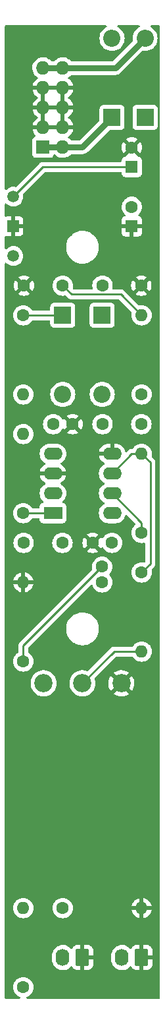
<source format=gbl>
G04 #@! TF.GenerationSoftware,KiCad,Pcbnew,6.0.7-f9a2dced07~116~ubuntu22.04.1*
G04 #@! TF.CreationDate,2022-09-02T22:22:42-04:00*
G04 #@! TF.ProjectId,mikrokosmos-ii,6d696b72-6f6b-46f7-936d-6f732d69692e,rev?*
G04 #@! TF.SameCoordinates,Original*
G04 #@! TF.FileFunction,Copper,L2,Bot*
G04 #@! TF.FilePolarity,Positive*
%FSLAX46Y46*%
G04 Gerber Fmt 4.6, Leading zero omitted, Abs format (unit mm)*
G04 Created by KiCad (PCBNEW 6.0.7-f9a2dced07~116~ubuntu22.04.1) date 2022-09-02 22:22:42*
%MOMM*%
%LPD*%
G01*
G04 APERTURE LIST*
G04 Aperture macros list*
%AMRoundRect*
0 Rectangle with rounded corners*
0 $1 Rounding radius*
0 $2 $3 $4 $5 $6 $7 $8 $9 X,Y pos of 4 corners*
0 Add a 4 corners polygon primitive as box body*
4,1,4,$2,$3,$4,$5,$6,$7,$8,$9,$2,$3,0*
0 Add four circle primitives for the rounded corners*
1,1,$1+$1,$2,$3*
1,1,$1+$1,$4,$5*
1,1,$1+$1,$6,$7*
1,1,$1+$1,$8,$9*
0 Add four rect primitives between the rounded corners*
20,1,$1+$1,$2,$3,$4,$5,0*
20,1,$1+$1,$4,$5,$6,$7,0*
20,1,$1+$1,$6,$7,$8,$9,0*
20,1,$1+$1,$8,$9,$2,$3,0*%
G04 Aperture macros list end*
G04 #@! TA.AperFunction,ComponentPad*
%ADD10C,2.340000*%
G04 #@! TD*
G04 #@! TA.AperFunction,ComponentPad*
%ADD11R,1.500000X1.500000*%
G04 #@! TD*
G04 #@! TA.AperFunction,ComponentPad*
%ADD12C,1.500000*%
G04 #@! TD*
G04 #@! TA.AperFunction,ComponentPad*
%ADD13C,1.600000*%
G04 #@! TD*
G04 #@! TA.AperFunction,ComponentPad*
%ADD14RoundRect,0.250000X0.620000X0.850000X-0.620000X0.850000X-0.620000X-0.850000X0.620000X-0.850000X0*%
G04 #@! TD*
G04 #@! TA.AperFunction,ComponentPad*
%ADD15O,1.740000X2.200000*%
G04 #@! TD*
G04 #@! TA.AperFunction,ComponentPad*
%ADD16R,2.200000X2.200000*%
G04 #@! TD*
G04 #@! TA.AperFunction,ComponentPad*
%ADD17O,2.200000X2.200000*%
G04 #@! TD*
G04 #@! TA.AperFunction,ComponentPad*
%ADD18O,1.600000X1.600000*%
G04 #@! TD*
G04 #@! TA.AperFunction,ComponentPad*
%ADD19R,1.600000X1.600000*%
G04 #@! TD*
G04 #@! TA.AperFunction,ComponentPad*
%ADD20R,1.727200X1.727200*%
G04 #@! TD*
G04 #@! TA.AperFunction,ComponentPad*
%ADD21O,1.727200X1.727200*%
G04 #@! TD*
G04 #@! TA.AperFunction,ComponentPad*
%ADD22R,2.400000X1.600000*%
G04 #@! TD*
G04 #@! TA.AperFunction,ComponentPad*
%ADD23O,2.400000X1.600000*%
G04 #@! TD*
G04 #@! TA.AperFunction,Conductor*
%ADD24C,0.250000*%
G04 #@! TD*
G04 #@! TA.AperFunction,Conductor*
%ADD25C,0.750000*%
G04 #@! TD*
G04 APERTURE END LIST*
D10*
G04 #@! TO.P,RV1,1,1*
G04 #@! TO.N,GND*
X105000000Y-99000000D03*
G04 #@! TO.P,RV1,2,2*
G04 #@! TO.N,Net-(R5-Pad2)*
X100000000Y-99000000D03*
G04 #@! TO.P,RV1,3,3*
G04 #@! TO.N,Net-(D3-Pad1)*
X95000000Y-99000000D03*
G04 #@! TD*
D11*
G04 #@! TO.P,TP2,1,1*
G04 #@! TO.N,GND*
X91110000Y-40310000D03*
G04 #@! TD*
D12*
G04 #@! TO.P,TP3,1,1*
G04 #@! TO.N,-12V*
X91110000Y-44120000D03*
G04 #@! TD*
G04 #@! TO.P,TP1,1,1*
G04 #@! TO.N,+12V*
X91110000Y-36500000D03*
G04 #@! TD*
D13*
G04 #@! TO.P,C7,1*
G04 #@! TO.N,Net-(C7-Pad1)*
X102580000Y-47930000D03*
G04 #@! TO.P,C7,2*
G04 #@! TO.N,GND*
X107580000Y-47930000D03*
G04 #@! TD*
D14*
G04 #@! TO.P,J6,1,Pin_1*
G04 #@! TO.N,GND*
X100000000Y-134210000D03*
D15*
G04 #@! TO.P,J6,2,Pin_2*
G04 #@! TO.N,/PREAMP_OUT*
X97460000Y-134210000D03*
G04 #@! TD*
D16*
G04 #@! TO.P,D2,1,K*
G04 #@! TO.N,/-12V_INLET*
X103810000Y-26340000D03*
D17*
G04 #@! TO.P,D2,2,A*
G04 #@! TO.N,-12V*
X103810000Y-16180000D03*
G04 #@! TD*
D13*
G04 #@! TO.P,R5,1*
G04 #@! TO.N,Net-(C8-Pad2)*
X107620000Y-84760000D03*
D18*
G04 #@! TO.P,R5,2*
G04 #@! TO.N,Net-(R5-Pad2)*
X107620000Y-94920000D03*
G04 #@! TD*
D13*
G04 #@! TO.P,C5,1*
G04 #@! TO.N,GND*
X98730000Y-65720000D03*
G04 #@! TO.P,C5,2*
G04 #@! TO.N,-12V*
X96230000Y-65720000D03*
G04 #@! TD*
G04 #@! TO.P,C3,1*
G04 #@! TO.N,Net-(C3-Pad1)*
X92420000Y-80960000D03*
G04 #@! TO.P,C3,2*
G04 #@! TO.N,/PIEZO_IN*
X97420000Y-80960000D03*
G04 #@! TD*
G04 #@! TO.P,R2,1*
G04 #@! TO.N,Net-(C3-Pad1)*
X92380000Y-77150000D03*
D18*
G04 #@! TO.P,R2,2*
G04 #@! TO.N,/PIEZO_IN*
X92380000Y-66990000D03*
G04 #@! TD*
D16*
G04 #@! TO.P,D3,1,K*
G04 #@! TO.N,Net-(D3-Pad1)*
X97460000Y-51740000D03*
D17*
G04 #@! TO.P,D3,2,A*
G04 #@! TO.N,Net-(C6-Pad1)*
X97460000Y-61900000D03*
G04 #@! TD*
D13*
G04 #@! TO.P,C4,1*
G04 #@! TO.N,+12V*
X103810000Y-80960000D03*
G04 #@! TO.P,C4,2*
G04 #@! TO.N,GND*
X101310000Y-80960000D03*
G04 #@! TD*
D19*
G04 #@! TO.P,C2,1*
G04 #@! TO.N,GND*
X106350000Y-40310000D03*
D13*
G04 #@! TO.P,C2,2*
G04 #@! TO.N,-12V*
X106350000Y-37810000D03*
G04 #@! TD*
G04 #@! TO.P,C8,1*
G04 #@! TO.N,Net-(C8-Pad1)*
X102580000Y-65720000D03*
G04 #@! TO.P,C8,2*
G04 #@! TO.N,Net-(C8-Pad2)*
X107580000Y-65720000D03*
G04 #@! TD*
G04 #@! TO.P,R7,1*
G04 #@! TO.N,Net-(C9-Pad2)*
X92380000Y-96190000D03*
D18*
G04 #@! TO.P,R7,2*
G04 #@! TO.N,GND*
X92380000Y-86030000D03*
G04 #@! TD*
D16*
G04 #@! TO.P,D1,1,K*
G04 #@! TO.N,+12V*
X108060000Y-26340000D03*
D17*
G04 #@! TO.P,D1,2,A*
G04 #@! TO.N,/+12V_INLET*
X108060000Y-16180000D03*
G04 #@! TD*
D13*
G04 #@! TO.P,C6,1*
G04 #@! TO.N,Net-(C6-Pad1)*
X97460000Y-47930000D03*
G04 #@! TO.P,C6,2*
G04 #@! TO.N,GND*
X92460000Y-47930000D03*
G04 #@! TD*
D20*
G04 #@! TO.P,J2,1,-12V*
G04 #@! TO.N,/-12V_INLET*
X94920000Y-30150000D03*
D21*
G04 #@! TO.P,J2,2,-12V*
X97460000Y-30150000D03*
G04 #@! TO.P,J2,3,GND*
G04 #@! TO.N,GND*
X94920000Y-27610000D03*
G04 #@! TO.P,J2,4,GND*
X97460000Y-27610000D03*
G04 #@! TO.P,J2,5,GND*
X94920000Y-25070000D03*
G04 #@! TO.P,J2,6,GND*
X97460000Y-25070000D03*
G04 #@! TO.P,J2,7,GND*
X94920000Y-22530000D03*
G04 #@! TO.P,J2,8,GND*
X97460000Y-22530000D03*
G04 #@! TO.P,J2,9,+12V*
G04 #@! TO.N,/+12V_INLET*
X94920000Y-19990000D03*
G04 #@! TO.P,J2,10,+12V*
X97460000Y-19990000D03*
G04 #@! TD*
D14*
G04 #@! TO.P,J4,1,Pin_1*
G04 #@! TO.N,GND*
X107620000Y-134210000D03*
D15*
G04 #@! TO.P,J4,2,Pin_2*
G04 #@! TO.N,/PIEZO_IN*
X105080000Y-134210000D03*
G04 #@! TD*
D13*
G04 #@! TO.P,R1,1*
G04 #@! TO.N,/PIEZO_IN*
X97460000Y-127860000D03*
D18*
G04 #@! TO.P,R1,2*
G04 #@! TO.N,GND*
X107620000Y-127860000D03*
G04 #@! TD*
D13*
G04 #@! TO.P,R3,1*
G04 #@! TO.N,Net-(D3-Pad1)*
X92380000Y-51750000D03*
D18*
G04 #@! TO.P,R3,2*
G04 #@! TO.N,Net-(C3-Pad1)*
X92380000Y-61910000D03*
G04 #@! TD*
D13*
G04 #@! TO.P,R8,1*
G04 #@! TO.N,/PREAMP_OUT*
X92380000Y-138020000D03*
D18*
G04 #@! TO.P,R8,2*
G04 #@! TO.N,Net-(C9-Pad2)*
X92380000Y-127860000D03*
G04 #@! TD*
D13*
G04 #@! TO.P,C9,1*
G04 #@! TO.N,Net-(C8-Pad1)*
X102540000Y-86030000D03*
G04 #@! TO.P,C9,2*
G04 #@! TO.N,Net-(C9-Pad2)*
X102540000Y-84030000D03*
G04 #@! TD*
G04 #@! TO.P,R6,1*
G04 #@! TO.N,Net-(C8-Pad1)*
X107620000Y-79680000D03*
D18*
G04 #@! TO.P,R6,2*
G04 #@! TO.N,Net-(C8-Pad2)*
X107620000Y-69520000D03*
G04 #@! TD*
D22*
G04 #@! TO.P,U1,1*
G04 #@! TO.N,Net-(C3-Pad1)*
X96200000Y-77140000D03*
D23*
G04 #@! TO.P,U1,2,-*
G04 #@! TO.N,/PIEZO_IN*
X96200000Y-74600000D03*
G04 #@! TO.P,U1,3,+*
G04 #@! TO.N,GND*
X96200000Y-72060000D03*
G04 #@! TO.P,U1,4,V-*
G04 #@! TO.N,-12V*
X96200000Y-69520000D03*
G04 #@! TO.P,U1,5,+*
G04 #@! TO.N,GND*
X103820000Y-69520000D03*
G04 #@! TO.P,U1,6,-*
G04 #@! TO.N,Net-(C8-Pad2)*
X103820000Y-72060000D03*
G04 #@! TO.P,U1,7*
G04 #@! TO.N,Net-(C8-Pad1)*
X103820000Y-74600000D03*
G04 #@! TO.P,U1,8,V+*
G04 #@! TO.N,+12V*
X103820000Y-77140000D03*
G04 #@! TD*
D13*
G04 #@! TO.P,R4,1*
G04 #@! TO.N,Net-(C7-Pad1)*
X107620000Y-61900000D03*
D18*
G04 #@! TO.P,R4,2*
G04 #@! TO.N,Net-(C6-Pad1)*
X107620000Y-51740000D03*
G04 #@! TD*
D19*
G04 #@! TO.P,C1,1*
G04 #@! TO.N,+12V*
X106350000Y-32690000D03*
D13*
G04 #@! TO.P,C1,2*
G04 #@! TO.N,GND*
X106350000Y-30190000D03*
G04 #@! TD*
D16*
G04 #@! TO.P,D4,1,K*
G04 #@! TO.N,Net-(C7-Pad1)*
X102540000Y-51740000D03*
D17*
G04 #@! TO.P,D4,2,A*
G04 #@! TO.N,Net-(D3-Pad1)*
X102540000Y-61900000D03*
G04 #@! TD*
D24*
G04 #@! TO.N,+12V*
X94920000Y-32690000D02*
X106350000Y-32690000D01*
X91110000Y-36500000D02*
X94920000Y-32690000D01*
G04 #@! TO.N,Net-(C3-Pad1)*
X92380000Y-77150000D02*
X96190000Y-77150000D01*
G04 #@! TO.N,Net-(C6-Pad1)*
X97460000Y-47930000D02*
X98584511Y-49054511D01*
X98584511Y-49054511D02*
X104934511Y-49054511D01*
X104934511Y-49054511D02*
X107620000Y-51740000D01*
G04 #@! TO.N,Net-(C8-Pad1)*
X103820000Y-74600000D02*
X107620000Y-78400000D01*
X107620000Y-78400000D02*
X107620000Y-79690000D01*
G04 #@! TO.N,Net-(C8-Pad2)*
X107620000Y-69520000D02*
X108745000Y-70645000D01*
X108745000Y-83635000D02*
X107620000Y-84760000D01*
X108745000Y-70645000D02*
X108745000Y-83635000D01*
X103820000Y-72060000D02*
X106350000Y-69530000D01*
X106350000Y-69530000D02*
X107620000Y-69530000D01*
G04 #@! TO.N,Net-(C9-Pad2)*
X92380000Y-94190000D02*
X102540000Y-84030000D01*
X92380000Y-96190000D02*
X92380000Y-94190000D01*
D25*
G04 #@! TO.N,/+12V_INLET*
X97460000Y-19990000D02*
X104250000Y-19990000D01*
X94920000Y-19990000D02*
X97460000Y-19990000D01*
X104250000Y-19990000D02*
X108060000Y-16180000D01*
G04 #@! TO.N,/-12V_INLET*
X100000000Y-30150000D02*
X103810000Y-26340000D01*
X94920000Y-30150000D02*
X97460000Y-30150000D01*
X97460000Y-30150000D02*
X100000000Y-30150000D01*
D24*
G04 #@! TO.N,Net-(D3-Pad1)*
X92380000Y-51750000D02*
X97450000Y-51750000D01*
G04 #@! TO.N,Net-(R5-Pad2)*
X104080000Y-94920000D02*
X107620000Y-94920000D01*
X100000000Y-99000000D02*
X104080000Y-94920000D01*
G04 #@! TD*
G04 #@! TA.AperFunction,Conductor*
G04 #@! TO.N,GND*
G36*
X103080669Y-14528502D02*
G01*
X103127162Y-14582158D01*
X103137266Y-14652432D01*
X103107772Y-14717012D01*
X103076803Y-14741250D01*
X103077498Y-14742384D01*
X102861624Y-14874672D01*
X102669102Y-15039102D01*
X102504672Y-15231624D01*
X102372384Y-15447498D01*
X102275495Y-15681409D01*
X102216391Y-15927597D01*
X102196526Y-16180000D01*
X102216391Y-16432403D01*
X102217545Y-16437210D01*
X102217546Y-16437216D01*
X102234153Y-16506389D01*
X102275495Y-16678591D01*
X102372384Y-16912502D01*
X102504672Y-17128376D01*
X102669102Y-17320898D01*
X102861624Y-17485328D01*
X103077498Y-17617616D01*
X103082068Y-17619509D01*
X103082072Y-17619511D01*
X103306836Y-17712611D01*
X103311409Y-17714505D01*
X103396032Y-17734821D01*
X103552784Y-17772454D01*
X103552790Y-17772455D01*
X103557597Y-17773609D01*
X103810000Y-17793474D01*
X104062403Y-17773609D01*
X104067210Y-17772455D01*
X104067216Y-17772454D01*
X104223968Y-17734821D01*
X104308591Y-17714505D01*
X104313164Y-17712611D01*
X104537928Y-17619511D01*
X104537932Y-17619509D01*
X104542502Y-17617616D01*
X104758376Y-17485328D01*
X104950898Y-17320898D01*
X105115328Y-17128376D01*
X105247616Y-16912502D01*
X105344505Y-16678591D01*
X105385847Y-16506389D01*
X105402454Y-16437216D01*
X105402455Y-16437210D01*
X105403609Y-16432403D01*
X105423474Y-16180000D01*
X105403609Y-15927597D01*
X105344505Y-15681409D01*
X105247616Y-15447498D01*
X105115328Y-15231624D01*
X104950898Y-15039102D01*
X104758376Y-14874672D01*
X104542502Y-14742384D01*
X104543640Y-14740527D01*
X104498630Y-14698012D01*
X104481568Y-14629096D01*
X104504473Y-14561896D01*
X104560074Y-14517747D01*
X104607452Y-14508500D01*
X107262548Y-14508500D01*
X107330669Y-14528502D01*
X107377162Y-14582158D01*
X107387266Y-14652432D01*
X107357772Y-14717012D01*
X107326803Y-14741250D01*
X107327498Y-14742384D01*
X107111624Y-14874672D01*
X106919102Y-15039102D01*
X106754672Y-15231624D01*
X106622384Y-15447498D01*
X106525495Y-15681409D01*
X106466391Y-15927597D01*
X106446526Y-16180000D01*
X106446914Y-16184930D01*
X106466002Y-16427467D01*
X106466003Y-16427474D01*
X106466391Y-16432403D01*
X106467547Y-16437218D01*
X106467682Y-16437780D01*
X106467671Y-16438000D01*
X106468321Y-16442104D01*
X106467459Y-16442241D01*
X106464132Y-16508688D01*
X106434257Y-16556285D01*
X103920947Y-19069595D01*
X103858635Y-19103621D01*
X103831852Y-19106500D01*
X98566993Y-19106500D01*
X98498872Y-19086498D01*
X98473800Y-19065300D01*
X98402455Y-18986893D01*
X98402453Y-18986892D01*
X98398977Y-18983071D01*
X98394926Y-18979872D01*
X98394922Y-18979868D01*
X98225966Y-18846434D01*
X98225962Y-18846432D01*
X98221911Y-18843232D01*
X98024383Y-18734191D01*
X97811698Y-18658876D01*
X97761297Y-18649898D01*
X97594657Y-18620214D01*
X97594653Y-18620214D01*
X97589569Y-18619308D01*
X97517574Y-18618429D01*
X97369129Y-18616615D01*
X97369127Y-18616615D01*
X97363959Y-18616552D01*
X97140929Y-18650680D01*
X96926468Y-18720777D01*
X96726335Y-18824960D01*
X96722202Y-18828063D01*
X96722199Y-18828065D01*
X96697734Y-18846434D01*
X96545905Y-18960430D01*
X96520617Y-18986893D01*
X96443538Y-19067551D01*
X96382014Y-19102981D01*
X96352444Y-19106500D01*
X96026993Y-19106500D01*
X95958872Y-19086498D01*
X95933800Y-19065300D01*
X95862455Y-18986893D01*
X95862453Y-18986892D01*
X95858977Y-18983071D01*
X95854926Y-18979872D01*
X95854922Y-18979868D01*
X95685966Y-18846434D01*
X95685962Y-18846432D01*
X95681911Y-18843232D01*
X95484383Y-18734191D01*
X95271698Y-18658876D01*
X95221297Y-18649898D01*
X95054657Y-18620214D01*
X95054653Y-18620214D01*
X95049569Y-18619308D01*
X94977574Y-18618429D01*
X94829129Y-18616615D01*
X94829127Y-18616615D01*
X94823959Y-18616552D01*
X94600929Y-18650680D01*
X94386468Y-18720777D01*
X94186335Y-18824960D01*
X94182202Y-18828063D01*
X94182199Y-18828065D01*
X94157734Y-18846434D01*
X94005905Y-18960430D01*
X94002333Y-18964168D01*
X93869069Y-19103621D01*
X93850024Y-19123550D01*
X93722878Y-19309940D01*
X93627881Y-19514593D01*
X93567585Y-19732013D01*
X93543609Y-19956362D01*
X93556597Y-20181614D01*
X93557734Y-20186660D01*
X93557735Y-20186666D01*
X93589095Y-20325821D01*
X93606200Y-20401720D01*
X93608142Y-20406502D01*
X93608143Y-20406506D01*
X93680392Y-20584434D01*
X93691086Y-20610769D01*
X93808975Y-20803147D01*
X93956702Y-20973687D01*
X94130299Y-21117810D01*
X94134751Y-21120412D01*
X94134756Y-21120415D01*
X94184555Y-21149515D01*
X94233278Y-21201154D01*
X94246349Y-21270937D01*
X94219617Y-21336709D01*
X94188131Y-21364920D01*
X94182471Y-21368485D01*
X94010373Y-21497700D01*
X94002666Y-21504543D01*
X93853984Y-21660129D01*
X93847498Y-21668139D01*
X93726232Y-21845908D01*
X93721134Y-21854882D01*
X93630530Y-22050071D01*
X93626967Y-22059758D01*
X93570536Y-22263239D01*
X93572233Y-22272609D01*
X93584610Y-22276000D01*
X98792367Y-22276000D01*
X98805898Y-22272027D01*
X98807203Y-22262947D01*
X98764133Y-22091477D01*
X98760813Y-22081726D01*
X98674999Y-21884365D01*
X98670133Y-21875290D01*
X98553239Y-21694601D01*
X98546947Y-21686430D01*
X98402113Y-21527260D01*
X98394580Y-21520234D01*
X98225691Y-21386855D01*
X98217104Y-21381150D01*
X98198082Y-21370649D01*
X98148111Y-21320216D01*
X98133340Y-21250773D01*
X98158457Y-21184368D01*
X98185801Y-21157768D01*
X98348667Y-21041596D01*
X98480474Y-20910249D01*
X98542845Y-20876333D01*
X98569413Y-20873500D01*
X104170543Y-20873500D01*
X104190255Y-20875051D01*
X104203507Y-20877150D01*
X104210094Y-20876805D01*
X104210098Y-20876805D01*
X104269850Y-20873673D01*
X104276445Y-20873500D01*
X104296306Y-20873500D01*
X104316069Y-20871423D01*
X104322628Y-20870907D01*
X104338427Y-20870079D01*
X104382377Y-20867776D01*
X104382381Y-20867775D01*
X104388971Y-20867430D01*
X104401929Y-20863958D01*
X104421372Y-20860355D01*
X104421795Y-20860311D01*
X104434702Y-20858954D01*
X104497894Y-20838422D01*
X104504196Y-20836556D01*
X104561985Y-20821071D01*
X104568363Y-20819362D01*
X104574242Y-20816366D01*
X104574251Y-20816363D01*
X104580317Y-20813272D01*
X104598579Y-20805708D01*
X104605043Y-20803608D01*
X104605051Y-20803605D01*
X104611331Y-20801564D01*
X104617050Y-20798262D01*
X104617055Y-20798260D01*
X104668867Y-20768346D01*
X104674637Y-20765213D01*
X104733839Y-20735047D01*
X104744259Y-20726609D01*
X104760552Y-20715411D01*
X104760903Y-20715209D01*
X104772169Y-20708704D01*
X104777075Y-20704287D01*
X104777080Y-20704283D01*
X104821538Y-20664253D01*
X104826554Y-20659969D01*
X104839409Y-20649559D01*
X104839412Y-20649556D01*
X104841986Y-20647472D01*
X104856031Y-20633427D01*
X104860816Y-20628886D01*
X104905274Y-20588856D01*
X104905275Y-20588855D01*
X104910185Y-20584434D01*
X104918075Y-20573574D01*
X104930912Y-20558546D01*
X107683715Y-17805743D01*
X107746027Y-17771717D01*
X107797802Y-17772271D01*
X107797896Y-17771679D01*
X107801909Y-17772315D01*
X107802219Y-17772318D01*
X107807597Y-17773609D01*
X107812526Y-17773997D01*
X107812533Y-17773998D01*
X108055070Y-17793086D01*
X108060000Y-17793474D01*
X108312403Y-17773609D01*
X108317210Y-17772455D01*
X108317216Y-17772454D01*
X108473968Y-17734821D01*
X108558591Y-17714505D01*
X108563164Y-17712611D01*
X108787928Y-17619511D01*
X108787932Y-17619509D01*
X108792502Y-17617616D01*
X109008376Y-17485328D01*
X109200898Y-17320898D01*
X109365328Y-17128376D01*
X109497616Y-16912502D01*
X109594505Y-16678591D01*
X109635847Y-16506389D01*
X109652454Y-16437216D01*
X109652455Y-16437210D01*
X109653609Y-16432403D01*
X109673474Y-16180000D01*
X109653609Y-15927597D01*
X109594505Y-15681409D01*
X109497616Y-15447498D01*
X109365328Y-15231624D01*
X109200898Y-15039102D01*
X109008376Y-14874672D01*
X108792502Y-14742384D01*
X108793640Y-14740527D01*
X108748630Y-14698012D01*
X108731568Y-14629096D01*
X108754473Y-14561896D01*
X108810074Y-14517747D01*
X108857452Y-14508500D01*
X109865500Y-14508500D01*
X109933621Y-14528502D01*
X109980114Y-14582158D01*
X109991500Y-14634500D01*
X109991500Y-139365500D01*
X109971498Y-139433621D01*
X109917842Y-139480114D01*
X109865500Y-139491500D01*
X92888882Y-139491500D01*
X92820761Y-139471498D01*
X92774268Y-139417842D01*
X92764164Y-139347568D01*
X92793658Y-139282988D01*
X92835632Y-139251305D01*
X93031762Y-139159849D01*
X93031767Y-139159846D01*
X93036749Y-139157523D01*
X93141611Y-139084098D01*
X93219789Y-139029357D01*
X93219792Y-139029355D01*
X93224300Y-139026198D01*
X93386198Y-138864300D01*
X93517523Y-138676749D01*
X93519846Y-138671767D01*
X93519849Y-138671762D01*
X93611961Y-138474225D01*
X93611961Y-138474224D01*
X93614284Y-138469243D01*
X93673543Y-138248087D01*
X93693498Y-138020000D01*
X93673543Y-137791913D01*
X93614284Y-137570757D01*
X93611961Y-137565775D01*
X93519849Y-137368238D01*
X93519846Y-137368233D01*
X93517523Y-137363251D01*
X93386198Y-137175700D01*
X93224300Y-137013802D01*
X93219792Y-137010645D01*
X93219789Y-137010643D01*
X93141611Y-136955902D01*
X93036749Y-136882477D01*
X93031767Y-136880154D01*
X93031762Y-136880151D01*
X92834225Y-136788039D01*
X92834224Y-136788039D01*
X92829243Y-136785716D01*
X92823935Y-136784294D01*
X92823933Y-136784293D01*
X92613402Y-136727881D01*
X92613400Y-136727881D01*
X92608087Y-136726457D01*
X92380000Y-136706502D01*
X92151913Y-136726457D01*
X92146600Y-136727881D01*
X92146598Y-136727881D01*
X91936067Y-136784293D01*
X91936065Y-136784294D01*
X91930757Y-136785716D01*
X91925776Y-136788039D01*
X91925775Y-136788039D01*
X91728238Y-136880151D01*
X91728233Y-136880154D01*
X91723251Y-136882477D01*
X91618389Y-136955902D01*
X91540211Y-137010643D01*
X91540208Y-137010645D01*
X91535700Y-137013802D01*
X91373802Y-137175700D01*
X91242477Y-137363251D01*
X91240154Y-137368233D01*
X91240151Y-137368238D01*
X91148039Y-137565775D01*
X91145716Y-137570757D01*
X91086457Y-137791913D01*
X91066502Y-138020000D01*
X91086457Y-138248087D01*
X91145716Y-138469243D01*
X91148039Y-138474224D01*
X91148039Y-138474225D01*
X91240151Y-138671762D01*
X91240154Y-138671767D01*
X91242477Y-138676749D01*
X91373802Y-138864300D01*
X91535700Y-139026198D01*
X91540208Y-139029355D01*
X91540211Y-139029357D01*
X91618389Y-139084098D01*
X91723251Y-139157523D01*
X91728233Y-139159846D01*
X91728238Y-139159849D01*
X91924368Y-139251305D01*
X91977653Y-139298222D01*
X91997114Y-139366499D01*
X91976572Y-139434459D01*
X91922550Y-139480525D01*
X91871118Y-139491500D01*
X90134500Y-139491500D01*
X90066379Y-139471498D01*
X90019886Y-139417842D01*
X90008500Y-139365500D01*
X90008500Y-134498738D01*
X96081500Y-134498738D01*
X96096295Y-134673102D01*
X96155067Y-134899540D01*
X96157259Y-134904406D01*
X96157260Y-134904409D01*
X96223864Y-135052264D01*
X96251150Y-135112837D01*
X96381798Y-135306896D01*
X96543276Y-135476168D01*
X96730965Y-135615813D01*
X96735716Y-135618229D01*
X96735720Y-135618231D01*
X96850197Y-135676434D01*
X96939500Y-135721838D01*
X97162917Y-135791210D01*
X97168204Y-135791911D01*
X97168205Y-135791911D01*
X97389545Y-135821248D01*
X97389549Y-135821248D01*
X97394829Y-135821948D01*
X97400158Y-135821748D01*
X97400160Y-135821748D01*
X97511716Y-135817560D01*
X97628604Y-135813172D01*
X97740813Y-135789628D01*
X97852332Y-135766229D01*
X97852335Y-135766228D01*
X97857559Y-135765132D01*
X98075146Y-135679203D01*
X98184860Y-135612627D01*
X98270583Y-135560609D01*
X98270586Y-135560607D01*
X98275144Y-135557841D01*
X98451834Y-135404517D01*
X98482761Y-135366799D01*
X98541421Y-135326804D01*
X98612391Y-135324873D01*
X98673139Y-135361617D01*
X98688220Y-135384157D01*
X98688906Y-135383732D01*
X98778063Y-135527807D01*
X98787099Y-135539208D01*
X98901829Y-135653739D01*
X98913240Y-135662751D01*
X99051243Y-135747816D01*
X99064424Y-135753963D01*
X99218710Y-135805138D01*
X99232086Y-135808005D01*
X99326438Y-135817672D01*
X99332854Y-135818000D01*
X99727885Y-135818000D01*
X99743124Y-135813525D01*
X99744329Y-135812135D01*
X99746000Y-135804452D01*
X99746000Y-135799884D01*
X100254000Y-135799884D01*
X100258475Y-135815123D01*
X100259865Y-135816328D01*
X100267548Y-135817999D01*
X100667095Y-135817999D01*
X100673614Y-135817662D01*
X100769206Y-135807743D01*
X100782600Y-135804851D01*
X100936784Y-135753412D01*
X100949962Y-135747239D01*
X101087807Y-135661937D01*
X101099208Y-135652901D01*
X101213739Y-135538171D01*
X101222751Y-135526760D01*
X101307816Y-135388757D01*
X101313963Y-135375576D01*
X101365138Y-135221290D01*
X101368005Y-135207914D01*
X101377672Y-135113562D01*
X101378000Y-135107146D01*
X101378000Y-134498738D01*
X103701500Y-134498738D01*
X103716295Y-134673102D01*
X103775067Y-134899540D01*
X103777259Y-134904406D01*
X103777260Y-134904409D01*
X103843864Y-135052264D01*
X103871150Y-135112837D01*
X104001798Y-135306896D01*
X104163276Y-135476168D01*
X104350965Y-135615813D01*
X104355716Y-135618229D01*
X104355720Y-135618231D01*
X104470197Y-135676434D01*
X104559500Y-135721838D01*
X104782917Y-135791210D01*
X104788204Y-135791911D01*
X104788205Y-135791911D01*
X105009545Y-135821248D01*
X105009549Y-135821248D01*
X105014829Y-135821948D01*
X105020158Y-135821748D01*
X105020160Y-135821748D01*
X105131716Y-135817560D01*
X105248604Y-135813172D01*
X105360813Y-135789628D01*
X105472332Y-135766229D01*
X105472335Y-135766228D01*
X105477559Y-135765132D01*
X105695146Y-135679203D01*
X105804860Y-135612627D01*
X105890583Y-135560609D01*
X105890586Y-135560607D01*
X105895144Y-135557841D01*
X106071834Y-135404517D01*
X106102761Y-135366799D01*
X106161421Y-135326804D01*
X106232391Y-135324873D01*
X106293139Y-135361617D01*
X106308220Y-135384157D01*
X106308906Y-135383732D01*
X106398063Y-135527807D01*
X106407099Y-135539208D01*
X106521829Y-135653739D01*
X106533240Y-135662751D01*
X106671243Y-135747816D01*
X106684424Y-135753963D01*
X106838710Y-135805138D01*
X106852086Y-135808005D01*
X106946438Y-135817672D01*
X106952854Y-135818000D01*
X107347885Y-135818000D01*
X107363124Y-135813525D01*
X107364329Y-135812135D01*
X107366000Y-135804452D01*
X107366000Y-135799884D01*
X107874000Y-135799884D01*
X107878475Y-135815123D01*
X107879865Y-135816328D01*
X107887548Y-135817999D01*
X108287095Y-135817999D01*
X108293614Y-135817662D01*
X108389206Y-135807743D01*
X108402600Y-135804851D01*
X108556784Y-135753412D01*
X108569962Y-135747239D01*
X108707807Y-135661937D01*
X108719208Y-135652901D01*
X108833739Y-135538171D01*
X108842751Y-135526760D01*
X108927816Y-135388757D01*
X108933963Y-135375576D01*
X108985138Y-135221290D01*
X108988005Y-135207914D01*
X108997672Y-135113562D01*
X108998000Y-135107145D01*
X108998000Y-134482115D01*
X108993525Y-134466876D01*
X108992135Y-134465671D01*
X108984452Y-134464000D01*
X107892115Y-134464000D01*
X107876876Y-134468475D01*
X107875671Y-134469865D01*
X107874000Y-134477548D01*
X107874000Y-135799884D01*
X107366000Y-135799884D01*
X107366000Y-133937885D01*
X107874000Y-133937885D01*
X107878475Y-133953124D01*
X107879865Y-133954329D01*
X107887548Y-133956000D01*
X108979884Y-133956000D01*
X108995123Y-133951525D01*
X108996328Y-133950135D01*
X108997999Y-133942452D01*
X108997999Y-133312905D01*
X108997662Y-133306386D01*
X108987743Y-133210794D01*
X108984851Y-133197400D01*
X108933412Y-133043216D01*
X108927239Y-133030038D01*
X108841937Y-132892193D01*
X108832901Y-132880792D01*
X108718171Y-132766261D01*
X108706760Y-132757249D01*
X108568757Y-132672184D01*
X108555576Y-132666037D01*
X108401290Y-132614862D01*
X108387914Y-132611995D01*
X108293562Y-132602328D01*
X108287145Y-132602000D01*
X107892115Y-132602000D01*
X107876876Y-132606475D01*
X107875671Y-132607865D01*
X107874000Y-132615548D01*
X107874000Y-133937885D01*
X107366000Y-133937885D01*
X107366000Y-132620116D01*
X107361525Y-132604877D01*
X107360135Y-132603672D01*
X107352452Y-132602001D01*
X106952905Y-132602001D01*
X106946386Y-132602338D01*
X106850794Y-132612257D01*
X106837400Y-132615149D01*
X106683216Y-132666588D01*
X106670038Y-132672761D01*
X106532193Y-132758063D01*
X106520792Y-132767099D01*
X106406261Y-132881829D01*
X106397249Y-132893240D01*
X106308342Y-133037475D01*
X106306245Y-133036183D01*
X106267044Y-133080692D01*
X106198764Y-133100144D01*
X106130807Y-133079593D01*
X106108614Y-133061122D01*
X105996724Y-132943832D01*
X105809035Y-132804187D01*
X105804284Y-132801771D01*
X105804280Y-132801769D01*
X105605256Y-132700580D01*
X105605255Y-132700580D01*
X105600500Y-132698162D01*
X105377083Y-132628790D01*
X105371796Y-132628089D01*
X105371795Y-132628089D01*
X105150455Y-132598752D01*
X105150451Y-132598752D01*
X105145171Y-132598052D01*
X105139842Y-132598252D01*
X105139840Y-132598252D01*
X105028283Y-132602440D01*
X104911396Y-132606828D01*
X104827411Y-132624450D01*
X104687668Y-132653771D01*
X104687665Y-132653772D01*
X104682441Y-132654868D01*
X104464854Y-132740797D01*
X104460290Y-132743566D01*
X104460291Y-132743566D01*
X104269417Y-132859391D01*
X104269414Y-132859393D01*
X104264856Y-132862159D01*
X104088166Y-133015483D01*
X103939835Y-133196386D01*
X103824104Y-133399695D01*
X103744284Y-133619596D01*
X103702656Y-133849803D01*
X103701500Y-133874316D01*
X103701500Y-134498738D01*
X101378000Y-134498738D01*
X101378000Y-134482115D01*
X101373525Y-134466876D01*
X101372135Y-134465671D01*
X101364452Y-134464000D01*
X100272115Y-134464000D01*
X100256876Y-134468475D01*
X100255671Y-134469865D01*
X100254000Y-134477548D01*
X100254000Y-135799884D01*
X99746000Y-135799884D01*
X99746000Y-133937885D01*
X100254000Y-133937885D01*
X100258475Y-133953124D01*
X100259865Y-133954329D01*
X100267548Y-133956000D01*
X101359884Y-133956000D01*
X101375123Y-133951525D01*
X101376328Y-133950135D01*
X101377999Y-133942452D01*
X101377999Y-133312905D01*
X101377662Y-133306386D01*
X101367743Y-133210794D01*
X101364851Y-133197400D01*
X101313412Y-133043216D01*
X101307239Y-133030038D01*
X101221937Y-132892193D01*
X101212901Y-132880792D01*
X101098171Y-132766261D01*
X101086760Y-132757249D01*
X100948757Y-132672184D01*
X100935576Y-132666037D01*
X100781290Y-132614862D01*
X100767914Y-132611995D01*
X100673562Y-132602328D01*
X100667145Y-132602000D01*
X100272115Y-132602000D01*
X100256876Y-132606475D01*
X100255671Y-132607865D01*
X100254000Y-132615548D01*
X100254000Y-133937885D01*
X99746000Y-133937885D01*
X99746000Y-132620116D01*
X99741525Y-132604877D01*
X99740135Y-132603672D01*
X99732452Y-132602001D01*
X99332905Y-132602001D01*
X99326386Y-132602338D01*
X99230794Y-132612257D01*
X99217400Y-132615149D01*
X99063216Y-132666588D01*
X99050038Y-132672761D01*
X98912193Y-132758063D01*
X98900792Y-132767099D01*
X98786261Y-132881829D01*
X98777249Y-132893240D01*
X98688342Y-133037475D01*
X98686245Y-133036183D01*
X98647044Y-133080692D01*
X98578764Y-133100144D01*
X98510807Y-133079593D01*
X98488614Y-133061122D01*
X98376724Y-132943832D01*
X98189035Y-132804187D01*
X98184284Y-132801771D01*
X98184280Y-132801769D01*
X97985256Y-132700580D01*
X97985255Y-132700580D01*
X97980500Y-132698162D01*
X97757083Y-132628790D01*
X97751796Y-132628089D01*
X97751795Y-132628089D01*
X97530455Y-132598752D01*
X97530451Y-132598752D01*
X97525171Y-132598052D01*
X97519842Y-132598252D01*
X97519840Y-132598252D01*
X97408283Y-132602440D01*
X97291396Y-132606828D01*
X97207411Y-132624450D01*
X97067668Y-132653771D01*
X97067665Y-132653772D01*
X97062441Y-132654868D01*
X96844854Y-132740797D01*
X96840290Y-132743566D01*
X96840291Y-132743566D01*
X96649417Y-132859391D01*
X96649414Y-132859393D01*
X96644856Y-132862159D01*
X96468166Y-133015483D01*
X96319835Y-133196386D01*
X96204104Y-133399695D01*
X96124284Y-133619596D01*
X96082656Y-133849803D01*
X96081500Y-133874316D01*
X96081500Y-134498738D01*
X90008500Y-134498738D01*
X90008500Y-127860000D01*
X91066502Y-127860000D01*
X91086457Y-128088087D01*
X91087881Y-128093400D01*
X91087881Y-128093402D01*
X91097031Y-128127548D01*
X91145716Y-128309243D01*
X91148039Y-128314224D01*
X91148039Y-128314225D01*
X91240151Y-128511762D01*
X91240154Y-128511767D01*
X91242477Y-128516749D01*
X91373802Y-128704300D01*
X91535700Y-128866198D01*
X91540208Y-128869355D01*
X91540211Y-128869357D01*
X91618389Y-128924098D01*
X91723251Y-128997523D01*
X91728233Y-128999846D01*
X91728238Y-128999849D01*
X91924765Y-129091490D01*
X91930757Y-129094284D01*
X91936065Y-129095706D01*
X91936067Y-129095707D01*
X92146598Y-129152119D01*
X92146600Y-129152119D01*
X92151913Y-129153543D01*
X92380000Y-129173498D01*
X92608087Y-129153543D01*
X92613400Y-129152119D01*
X92613402Y-129152119D01*
X92823933Y-129095707D01*
X92823935Y-129095706D01*
X92829243Y-129094284D01*
X92835235Y-129091490D01*
X93031762Y-128999849D01*
X93031767Y-128999846D01*
X93036749Y-128997523D01*
X93141611Y-128924098D01*
X93219789Y-128869357D01*
X93219792Y-128869355D01*
X93224300Y-128866198D01*
X93386198Y-128704300D01*
X93517523Y-128516749D01*
X93519846Y-128511767D01*
X93519849Y-128511762D01*
X93611961Y-128314225D01*
X93611961Y-128314224D01*
X93614284Y-128309243D01*
X93662970Y-128127548D01*
X93672119Y-128093402D01*
X93672119Y-128093400D01*
X93673543Y-128088087D01*
X93693498Y-127860000D01*
X96146502Y-127860000D01*
X96166457Y-128088087D01*
X96167881Y-128093400D01*
X96167881Y-128093402D01*
X96177031Y-128127548D01*
X96225716Y-128309243D01*
X96228039Y-128314224D01*
X96228039Y-128314225D01*
X96320151Y-128511762D01*
X96320154Y-128511767D01*
X96322477Y-128516749D01*
X96453802Y-128704300D01*
X96615700Y-128866198D01*
X96620208Y-128869355D01*
X96620211Y-128869357D01*
X96698389Y-128924098D01*
X96803251Y-128997523D01*
X96808233Y-128999846D01*
X96808238Y-128999849D01*
X97004765Y-129091490D01*
X97010757Y-129094284D01*
X97016065Y-129095706D01*
X97016067Y-129095707D01*
X97226598Y-129152119D01*
X97226600Y-129152119D01*
X97231913Y-129153543D01*
X97460000Y-129173498D01*
X97688087Y-129153543D01*
X97693400Y-129152119D01*
X97693402Y-129152119D01*
X97903933Y-129095707D01*
X97903935Y-129095706D01*
X97909243Y-129094284D01*
X97915235Y-129091490D01*
X98111762Y-128999849D01*
X98111767Y-128999846D01*
X98116749Y-128997523D01*
X98221611Y-128924098D01*
X98299789Y-128869357D01*
X98299792Y-128869355D01*
X98304300Y-128866198D01*
X98466198Y-128704300D01*
X98597523Y-128516749D01*
X98599846Y-128511767D01*
X98599849Y-128511762D01*
X98691961Y-128314225D01*
X98691961Y-128314224D01*
X98694284Y-128309243D01*
X98742970Y-128127548D01*
X98743245Y-128126522D01*
X106337273Y-128126522D01*
X106384764Y-128303761D01*
X106388510Y-128314053D01*
X106480586Y-128511511D01*
X106486069Y-128521007D01*
X106611028Y-128699467D01*
X106618084Y-128707875D01*
X106772125Y-128861916D01*
X106780533Y-128868972D01*
X106958993Y-128993931D01*
X106968489Y-128999414D01*
X107165947Y-129091490D01*
X107176239Y-129095236D01*
X107348503Y-129141394D01*
X107362599Y-129141058D01*
X107366000Y-129133116D01*
X107366000Y-129127967D01*
X107874000Y-129127967D01*
X107877973Y-129141498D01*
X107886522Y-129142727D01*
X108063761Y-129095236D01*
X108074053Y-129091490D01*
X108271511Y-128999414D01*
X108281007Y-128993931D01*
X108459467Y-128868972D01*
X108467875Y-128861916D01*
X108621916Y-128707875D01*
X108628972Y-128699467D01*
X108753931Y-128521007D01*
X108759414Y-128511511D01*
X108851490Y-128314053D01*
X108855236Y-128303761D01*
X108901394Y-128131497D01*
X108901058Y-128117401D01*
X108893116Y-128114000D01*
X107892115Y-128114000D01*
X107876876Y-128118475D01*
X107875671Y-128119865D01*
X107874000Y-128127548D01*
X107874000Y-129127967D01*
X107366000Y-129127967D01*
X107366000Y-128132115D01*
X107361525Y-128116876D01*
X107360135Y-128115671D01*
X107352452Y-128114000D01*
X106352033Y-128114000D01*
X106338502Y-128117973D01*
X106337273Y-128126522D01*
X98743245Y-128126522D01*
X98752119Y-128093402D01*
X98752119Y-128093400D01*
X98753543Y-128088087D01*
X98773498Y-127860000D01*
X98753543Y-127631913D01*
X98743244Y-127593478D01*
X98741911Y-127588503D01*
X106338606Y-127588503D01*
X106338942Y-127602599D01*
X106346884Y-127606000D01*
X107347885Y-127606000D01*
X107363124Y-127601525D01*
X107364329Y-127600135D01*
X107366000Y-127592452D01*
X107366000Y-127587885D01*
X107874000Y-127587885D01*
X107878475Y-127603124D01*
X107879865Y-127604329D01*
X107887548Y-127606000D01*
X108887967Y-127606000D01*
X108901498Y-127602027D01*
X108902727Y-127593478D01*
X108855236Y-127416239D01*
X108851490Y-127405947D01*
X108759414Y-127208489D01*
X108753931Y-127198993D01*
X108628972Y-127020533D01*
X108621916Y-127012125D01*
X108467875Y-126858084D01*
X108459467Y-126851028D01*
X108281007Y-126726069D01*
X108271511Y-126720586D01*
X108074053Y-126628510D01*
X108063761Y-126624764D01*
X107891497Y-126578606D01*
X107877401Y-126578942D01*
X107874000Y-126586884D01*
X107874000Y-127587885D01*
X107366000Y-127587885D01*
X107366000Y-126592033D01*
X107362027Y-126578502D01*
X107353478Y-126577273D01*
X107176239Y-126624764D01*
X107165947Y-126628510D01*
X106968489Y-126720586D01*
X106958993Y-126726069D01*
X106780533Y-126851028D01*
X106772125Y-126858084D01*
X106618084Y-127012125D01*
X106611028Y-127020533D01*
X106486069Y-127198993D01*
X106480586Y-127208489D01*
X106388510Y-127405947D01*
X106384764Y-127416239D01*
X106338606Y-127588503D01*
X98741911Y-127588503D01*
X98695707Y-127416067D01*
X98695706Y-127416065D01*
X98694284Y-127410757D01*
X98599966Y-127208489D01*
X98599849Y-127208238D01*
X98599846Y-127208233D01*
X98597523Y-127203251D01*
X98466198Y-127015700D01*
X98304300Y-126853802D01*
X98299792Y-126850645D01*
X98299789Y-126850643D01*
X98221611Y-126795902D01*
X98116749Y-126722477D01*
X98111767Y-126720154D01*
X98111762Y-126720151D01*
X97914225Y-126628039D01*
X97914224Y-126628039D01*
X97909243Y-126625716D01*
X97903935Y-126624294D01*
X97903933Y-126624293D01*
X97693402Y-126567881D01*
X97693400Y-126567881D01*
X97688087Y-126566457D01*
X97460000Y-126546502D01*
X97231913Y-126566457D01*
X97226600Y-126567881D01*
X97226598Y-126567881D01*
X97016067Y-126624293D01*
X97016065Y-126624294D01*
X97010757Y-126625716D01*
X97005776Y-126628039D01*
X97005775Y-126628039D01*
X96808238Y-126720151D01*
X96808233Y-126720154D01*
X96803251Y-126722477D01*
X96698389Y-126795902D01*
X96620211Y-126850643D01*
X96620208Y-126850645D01*
X96615700Y-126853802D01*
X96453802Y-127015700D01*
X96322477Y-127203251D01*
X96320154Y-127208233D01*
X96320151Y-127208238D01*
X96320034Y-127208489D01*
X96225716Y-127410757D01*
X96224294Y-127416065D01*
X96224293Y-127416067D01*
X96176756Y-127593478D01*
X96166457Y-127631913D01*
X96146502Y-127860000D01*
X93693498Y-127860000D01*
X93673543Y-127631913D01*
X93663244Y-127593478D01*
X93615707Y-127416067D01*
X93615706Y-127416065D01*
X93614284Y-127410757D01*
X93519966Y-127208489D01*
X93519849Y-127208238D01*
X93519846Y-127208233D01*
X93517523Y-127203251D01*
X93386198Y-127015700D01*
X93224300Y-126853802D01*
X93219792Y-126850645D01*
X93219789Y-126850643D01*
X93141611Y-126795902D01*
X93036749Y-126722477D01*
X93031767Y-126720154D01*
X93031762Y-126720151D01*
X92834225Y-126628039D01*
X92834224Y-126628039D01*
X92829243Y-126625716D01*
X92823935Y-126624294D01*
X92823933Y-126624293D01*
X92613402Y-126567881D01*
X92613400Y-126567881D01*
X92608087Y-126566457D01*
X92380000Y-126546502D01*
X92151913Y-126566457D01*
X92146600Y-126567881D01*
X92146598Y-126567881D01*
X91936067Y-126624293D01*
X91936065Y-126624294D01*
X91930757Y-126625716D01*
X91925776Y-126628039D01*
X91925775Y-126628039D01*
X91728238Y-126720151D01*
X91728233Y-126720154D01*
X91723251Y-126722477D01*
X91618389Y-126795902D01*
X91540211Y-126850643D01*
X91540208Y-126850645D01*
X91535700Y-126853802D01*
X91373802Y-127015700D01*
X91242477Y-127203251D01*
X91240154Y-127208233D01*
X91240151Y-127208238D01*
X91240034Y-127208489D01*
X91145716Y-127410757D01*
X91144294Y-127416065D01*
X91144293Y-127416067D01*
X91096756Y-127593478D01*
X91086457Y-127631913D01*
X91066502Y-127860000D01*
X90008500Y-127860000D01*
X90008500Y-98955939D01*
X93317370Y-98955939D01*
X93317594Y-98960606D01*
X93317594Y-98960611D01*
X93323355Y-99080535D01*
X93329339Y-99205131D01*
X93378010Y-99449818D01*
X93462314Y-99684622D01*
X93580398Y-99904386D01*
X93729668Y-100104283D01*
X93906844Y-100279921D01*
X93910606Y-100282679D01*
X93910609Y-100282682D01*
X94022139Y-100364458D01*
X94108036Y-100427440D01*
X94112171Y-100429616D01*
X94112175Y-100429618D01*
X94227163Y-100490116D01*
X94328823Y-100543602D01*
X94459347Y-100589183D01*
X94558550Y-100623826D01*
X94564354Y-100625853D01*
X94568947Y-100626725D01*
X94804867Y-100671516D01*
X94804870Y-100671516D01*
X94809456Y-100672387D01*
X94934100Y-100677285D01*
X95054075Y-100681999D01*
X95054081Y-100681999D01*
X95058743Y-100682182D01*
X95148181Y-100672387D01*
X95302087Y-100655532D01*
X95302092Y-100655531D01*
X95306740Y-100655022D01*
X95313140Y-100653337D01*
X95543476Y-100592694D01*
X95543478Y-100592693D01*
X95547999Y-100591503D01*
X95553399Y-100589183D01*
X95772924Y-100494868D01*
X95772926Y-100494867D01*
X95777218Y-100493023D01*
X95879679Y-100429618D01*
X95985391Y-100364202D01*
X95985395Y-100364199D01*
X95989364Y-100361743D01*
X96179775Y-100200548D01*
X96261316Y-100107569D01*
X96341187Y-100016494D01*
X96341191Y-100016489D01*
X96344269Y-100012979D01*
X96360803Y-99987275D01*
X96476703Y-99807087D01*
X96479231Y-99803157D01*
X96581697Y-99575691D01*
X96583015Y-99571018D01*
X96648146Y-99340082D01*
X96648147Y-99340079D01*
X96649416Y-99335578D01*
X96680900Y-99088092D01*
X96680984Y-99084909D01*
X96682243Y-99036828D01*
X96683207Y-99000000D01*
X96679933Y-98955939D01*
X98317370Y-98955939D01*
X98317594Y-98960606D01*
X98317594Y-98960611D01*
X98323355Y-99080535D01*
X98329339Y-99205131D01*
X98378010Y-99449818D01*
X98462314Y-99684622D01*
X98580398Y-99904386D01*
X98729668Y-100104283D01*
X98906844Y-100279921D01*
X98910606Y-100282679D01*
X98910609Y-100282682D01*
X99022139Y-100364458D01*
X99108036Y-100427440D01*
X99112171Y-100429616D01*
X99112175Y-100429618D01*
X99227163Y-100490116D01*
X99328823Y-100543602D01*
X99459347Y-100589183D01*
X99558550Y-100623826D01*
X99564354Y-100625853D01*
X99568947Y-100626725D01*
X99804867Y-100671516D01*
X99804870Y-100671516D01*
X99809456Y-100672387D01*
X99934100Y-100677285D01*
X100054075Y-100681999D01*
X100054081Y-100681999D01*
X100058743Y-100682182D01*
X100148181Y-100672387D01*
X100302087Y-100655532D01*
X100302092Y-100655531D01*
X100306740Y-100655022D01*
X100313140Y-100653337D01*
X100543476Y-100592694D01*
X100543478Y-100592693D01*
X100547999Y-100591503D01*
X100553399Y-100589183D01*
X100772924Y-100494868D01*
X100772926Y-100494867D01*
X100777218Y-100493023D01*
X100879679Y-100429618D01*
X100985391Y-100364202D01*
X100985395Y-100364199D01*
X100989364Y-100361743D01*
X101000997Y-100351895D01*
X104012851Y-100351895D01*
X104021563Y-100363415D01*
X104104529Y-100424249D01*
X104112444Y-100429194D01*
X104324873Y-100540959D01*
X104333447Y-100544687D01*
X104560067Y-100623826D01*
X104569077Y-100626240D01*
X104804923Y-100671017D01*
X104814180Y-100672071D01*
X105054058Y-100681497D01*
X105063372Y-100681171D01*
X105301996Y-100655038D01*
X105311173Y-100653337D01*
X105543312Y-100592220D01*
X105552132Y-100589183D01*
X105772693Y-100494423D01*
X105780965Y-100490116D01*
X105984026Y-100364458D01*
X105990751Y-100354253D01*
X105984688Y-100343899D01*
X105012810Y-99372020D01*
X104998869Y-99364408D01*
X104997034Y-99364539D01*
X104990420Y-99368790D01*
X104019509Y-100339702D01*
X104012851Y-100351895D01*
X101000997Y-100351895D01*
X101179775Y-100200548D01*
X101261316Y-100107569D01*
X101341187Y-100016494D01*
X101341191Y-100016489D01*
X101344269Y-100012979D01*
X101360803Y-99987275D01*
X101476703Y-99807087D01*
X101479231Y-99803157D01*
X101581697Y-99575691D01*
X101583015Y-99571018D01*
X101648146Y-99340082D01*
X101648147Y-99340079D01*
X101649416Y-99335578D01*
X101680900Y-99088092D01*
X101680984Y-99084909D01*
X101682243Y-99036828D01*
X101683207Y-99000000D01*
X101680281Y-98960624D01*
X103318096Y-98960624D01*
X103329614Y-99200398D01*
X103330751Y-99209658D01*
X103377581Y-99445095D01*
X103380075Y-99454088D01*
X103461189Y-99680009D01*
X103464989Y-99688544D01*
X103578607Y-99899996D01*
X103583618Y-99907863D01*
X103636609Y-99978826D01*
X103647867Y-99987275D01*
X103660286Y-99980503D01*
X104627980Y-99012810D01*
X104634357Y-99001131D01*
X105364408Y-99001131D01*
X105364539Y-99002966D01*
X105368790Y-99009580D01*
X106342024Y-99982813D01*
X106354404Y-99989573D01*
X106362745Y-99983330D01*
X106476265Y-99806843D01*
X106480708Y-99798659D01*
X106579304Y-99579783D01*
X106582494Y-99571018D01*
X106647654Y-99339981D01*
X106649514Y-99330839D01*
X106680001Y-99091196D01*
X106680482Y-99084909D01*
X106682622Y-99003160D01*
X106682471Y-98996851D01*
X106664568Y-98755932D01*
X106663191Y-98746726D01*
X106610210Y-98512582D01*
X106607486Y-98503671D01*
X106520478Y-98279930D01*
X106516467Y-98271521D01*
X106397347Y-98063105D01*
X106392130Y-98055370D01*
X106364425Y-98020227D01*
X106352501Y-98011758D01*
X106340965Y-98018246D01*
X105372020Y-98987190D01*
X105364408Y-99001131D01*
X104634357Y-99001131D01*
X104635592Y-98998869D01*
X104635461Y-98997034D01*
X104631210Y-98990420D01*
X103658131Y-98017342D01*
X103644823Y-98010075D01*
X103634786Y-98017195D01*
X103633076Y-98019251D01*
X103627655Y-98026851D01*
X103503127Y-98232067D01*
X103498889Y-98240384D01*
X103406060Y-98461755D01*
X103403099Y-98470605D01*
X103344011Y-98703264D01*
X103342390Y-98712458D01*
X103318341Y-98951297D01*
X103318096Y-98960624D01*
X101680281Y-98960624D01*
X101664718Y-98751206D01*
X101609659Y-98507878D01*
X101577401Y-98424926D01*
X101571354Y-98354189D01*
X101605739Y-98290165D01*
X102249319Y-97646585D01*
X104010999Y-97646585D01*
X104015572Y-97656361D01*
X104987190Y-98627980D01*
X105001131Y-98635592D01*
X105002966Y-98635461D01*
X105009580Y-98631210D01*
X105980929Y-97659860D01*
X105987313Y-97648169D01*
X105977903Y-97636061D01*
X105857873Y-97552793D01*
X105849846Y-97548065D01*
X105634540Y-97441888D01*
X105625907Y-97438400D01*
X105397265Y-97365211D01*
X105388214Y-97363038D01*
X105151269Y-97324449D01*
X105141980Y-97323637D01*
X104901950Y-97320495D01*
X104892638Y-97321065D01*
X104654776Y-97353436D01*
X104645658Y-97355374D01*
X104415203Y-97422546D01*
X104406450Y-97425818D01*
X104188454Y-97526316D01*
X104180299Y-97530836D01*
X104020136Y-97635844D01*
X104010999Y-97646585D01*
X102249319Y-97646585D01*
X104305499Y-95590405D01*
X104367811Y-95556379D01*
X104394594Y-95553500D01*
X106400606Y-95553500D01*
X106468727Y-95573502D01*
X106503819Y-95607229D01*
X106597317Y-95740757D01*
X106613802Y-95764300D01*
X106775700Y-95926198D01*
X106780208Y-95929355D01*
X106780211Y-95929357D01*
X106826706Y-95961913D01*
X106963251Y-96057523D01*
X106968233Y-96059846D01*
X106968238Y-96059849D01*
X107165775Y-96151961D01*
X107170757Y-96154284D01*
X107176065Y-96155706D01*
X107176067Y-96155707D01*
X107386598Y-96212119D01*
X107386600Y-96212119D01*
X107391913Y-96213543D01*
X107620000Y-96233498D01*
X107848087Y-96213543D01*
X107853400Y-96212119D01*
X107853402Y-96212119D01*
X108063933Y-96155707D01*
X108063935Y-96155706D01*
X108069243Y-96154284D01*
X108074225Y-96151961D01*
X108271762Y-96059849D01*
X108271767Y-96059846D01*
X108276749Y-96057523D01*
X108413294Y-95961913D01*
X108459789Y-95929357D01*
X108459792Y-95929355D01*
X108464300Y-95926198D01*
X108626198Y-95764300D01*
X108646172Y-95735775D01*
X108684098Y-95681611D01*
X108757523Y-95576749D01*
X108759846Y-95571767D01*
X108759849Y-95571762D01*
X108851961Y-95374225D01*
X108851961Y-95374224D01*
X108854284Y-95369243D01*
X108860593Y-95345700D01*
X108912119Y-95153402D01*
X108912119Y-95153400D01*
X108913543Y-95148087D01*
X108933498Y-94920000D01*
X108913543Y-94691913D01*
X108854284Y-94470757D01*
X108844544Y-94449870D01*
X108759849Y-94268238D01*
X108759846Y-94268233D01*
X108757523Y-94263251D01*
X108644816Y-94102289D01*
X108629357Y-94080211D01*
X108629355Y-94080208D01*
X108626198Y-94075700D01*
X108464300Y-93913802D01*
X108459792Y-93910645D01*
X108459789Y-93910643D01*
X108322738Y-93814679D01*
X108276749Y-93782477D01*
X108271767Y-93780154D01*
X108271762Y-93780151D01*
X108074225Y-93688039D01*
X108074224Y-93688039D01*
X108069243Y-93685716D01*
X108063935Y-93684294D01*
X108063933Y-93684293D01*
X107853402Y-93627881D01*
X107853400Y-93627881D01*
X107848087Y-93626457D01*
X107620000Y-93606502D01*
X107391913Y-93626457D01*
X107386600Y-93627881D01*
X107386598Y-93627881D01*
X107176067Y-93684293D01*
X107176065Y-93684294D01*
X107170757Y-93685716D01*
X107165776Y-93688039D01*
X107165775Y-93688039D01*
X106968238Y-93780151D01*
X106968233Y-93780154D01*
X106963251Y-93782477D01*
X106917262Y-93814679D01*
X106780211Y-93910643D01*
X106780208Y-93910645D01*
X106775700Y-93913802D01*
X106613802Y-94075700D01*
X106610645Y-94080208D01*
X106610643Y-94080211D01*
X106503819Y-94232771D01*
X106448362Y-94277099D01*
X106400606Y-94286500D01*
X104158763Y-94286500D01*
X104147579Y-94285973D01*
X104140091Y-94284299D01*
X104132168Y-94284548D01*
X104072033Y-94286438D01*
X104068075Y-94286500D01*
X104040144Y-94286500D01*
X104036229Y-94286995D01*
X104036225Y-94286995D01*
X104036167Y-94287003D01*
X104036138Y-94287006D01*
X104024296Y-94287939D01*
X103980110Y-94289327D01*
X103962744Y-94294372D01*
X103960658Y-94294978D01*
X103941306Y-94298986D01*
X103934235Y-94299880D01*
X103921203Y-94301526D01*
X103913834Y-94304443D01*
X103913832Y-94304444D01*
X103880097Y-94317800D01*
X103868869Y-94321645D01*
X103826407Y-94333982D01*
X103819585Y-94338016D01*
X103819579Y-94338019D01*
X103808968Y-94344294D01*
X103791218Y-94352990D01*
X103779756Y-94357528D01*
X103779751Y-94357531D01*
X103772383Y-94360448D01*
X103765968Y-94365109D01*
X103736625Y-94386427D01*
X103726707Y-94392943D01*
X103708019Y-94403995D01*
X103688637Y-94415458D01*
X103674313Y-94429782D01*
X103659281Y-94442621D01*
X103642893Y-94454528D01*
X103614712Y-94488593D01*
X103606722Y-94497373D01*
X100710776Y-97393319D01*
X100648464Y-97427345D01*
X100583268Y-97424226D01*
X100578020Y-97422546D01*
X100392937Y-97363300D01*
X100388330Y-97362550D01*
X100388327Y-97362549D01*
X100187540Y-97329849D01*
X100146701Y-97323198D01*
X100025753Y-97321615D01*
X99901920Y-97319994D01*
X99901917Y-97319994D01*
X99897243Y-97319933D01*
X99650042Y-97353575D01*
X99645556Y-97354883D01*
X99645554Y-97354883D01*
X99617576Y-97363038D01*
X99410528Y-97423387D01*
X99406275Y-97425347D01*
X99406274Y-97425348D01*
X99401942Y-97427345D01*
X99183965Y-97527834D01*
X99180056Y-97530397D01*
X98979242Y-97662056D01*
X98979237Y-97662060D01*
X98975329Y-97664622D01*
X98789202Y-97830746D01*
X98629675Y-98022557D01*
X98500252Y-98235840D01*
X98498443Y-98240154D01*
X98498442Y-98240156D01*
X98477472Y-98290165D01*
X98403775Y-98465911D01*
X98402624Y-98470443D01*
X98402623Y-98470446D01*
X98394185Y-98503671D01*
X98342365Y-98707714D01*
X98317370Y-98955939D01*
X96679933Y-98955939D01*
X96664718Y-98751206D01*
X96609659Y-98507878D01*
X96595164Y-98470605D01*
X96520931Y-98279714D01*
X96520930Y-98279712D01*
X96519238Y-98275361D01*
X96494494Y-98232067D01*
X96473285Y-98194959D01*
X96395442Y-98058763D01*
X96240990Y-97862842D01*
X96059276Y-97691902D01*
X95858751Y-97552793D01*
X95858130Y-97552362D01*
X95858125Y-97552359D01*
X95854292Y-97549700D01*
X95850110Y-97547637D01*
X95850102Y-97547633D01*
X95634728Y-97441423D01*
X95634725Y-97441422D01*
X95630540Y-97439358D01*
X95392937Y-97363300D01*
X95388330Y-97362550D01*
X95388327Y-97362549D01*
X95187540Y-97329849D01*
X95146701Y-97323198D01*
X95025753Y-97321615D01*
X94901920Y-97319994D01*
X94901917Y-97319994D01*
X94897243Y-97319933D01*
X94650042Y-97353575D01*
X94645556Y-97354883D01*
X94645554Y-97354883D01*
X94617576Y-97363038D01*
X94410528Y-97423387D01*
X94406275Y-97425347D01*
X94406274Y-97425348D01*
X94401942Y-97427345D01*
X94183965Y-97527834D01*
X94180056Y-97530397D01*
X93979242Y-97662056D01*
X93979237Y-97662060D01*
X93975329Y-97664622D01*
X93789202Y-97830746D01*
X93629675Y-98022557D01*
X93500252Y-98235840D01*
X93498443Y-98240154D01*
X93498442Y-98240156D01*
X93477472Y-98290165D01*
X93403775Y-98465911D01*
X93402624Y-98470443D01*
X93402623Y-98470446D01*
X93394185Y-98503671D01*
X93342365Y-98707714D01*
X93317370Y-98955939D01*
X90008500Y-98955939D01*
X90008500Y-96190000D01*
X91066502Y-96190000D01*
X91086457Y-96418087D01*
X91145716Y-96639243D01*
X91148039Y-96644224D01*
X91148039Y-96644225D01*
X91240151Y-96841762D01*
X91240154Y-96841767D01*
X91242477Y-96846749D01*
X91373802Y-97034300D01*
X91535700Y-97196198D01*
X91540208Y-97199355D01*
X91540211Y-97199357D01*
X91618389Y-97254098D01*
X91723251Y-97327523D01*
X91728233Y-97329846D01*
X91728238Y-97329849D01*
X91925775Y-97421961D01*
X91930757Y-97424284D01*
X91936065Y-97425706D01*
X91936067Y-97425707D01*
X92146598Y-97482119D01*
X92146600Y-97482119D01*
X92151913Y-97483543D01*
X92380000Y-97503498D01*
X92608087Y-97483543D01*
X92613400Y-97482119D01*
X92613402Y-97482119D01*
X92823933Y-97425707D01*
X92823935Y-97425706D01*
X92829243Y-97424284D01*
X92834225Y-97421961D01*
X93031762Y-97329849D01*
X93031767Y-97329846D01*
X93036749Y-97327523D01*
X93141611Y-97254098D01*
X93219789Y-97199357D01*
X93219792Y-97199355D01*
X93224300Y-97196198D01*
X93386198Y-97034300D01*
X93517523Y-96846749D01*
X93519846Y-96841767D01*
X93519849Y-96841762D01*
X93611961Y-96644225D01*
X93611961Y-96644224D01*
X93614284Y-96639243D01*
X93673543Y-96418087D01*
X93693498Y-96190000D01*
X93673543Y-95961913D01*
X93621637Y-95768197D01*
X93615707Y-95746067D01*
X93615706Y-95746065D01*
X93614284Y-95740757D01*
X93611961Y-95735775D01*
X93519849Y-95538238D01*
X93519846Y-95538233D01*
X93517523Y-95533251D01*
X93444098Y-95428389D01*
X93389357Y-95350211D01*
X93389355Y-95350208D01*
X93386198Y-95345700D01*
X93224300Y-95183802D01*
X93219792Y-95180645D01*
X93219789Y-95180643D01*
X93067229Y-95073819D01*
X93022901Y-95018362D01*
X93013500Y-94970606D01*
X93013500Y-94504594D01*
X93033502Y-94436473D01*
X93050405Y-94415499D01*
X95333201Y-92132703D01*
X97890743Y-92132703D01*
X97928268Y-92417734D01*
X98004129Y-92695036D01*
X98116923Y-92959476D01*
X98264561Y-93206161D01*
X98444313Y-93430528D01*
X98652851Y-93628423D01*
X98886317Y-93796186D01*
X98890112Y-93798195D01*
X98890113Y-93798196D01*
X98911869Y-93809715D01*
X99140392Y-93930712D01*
X99164699Y-93939607D01*
X99362126Y-94011855D01*
X99410373Y-94029511D01*
X99691264Y-94090755D01*
X99719841Y-94093004D01*
X99914282Y-94108307D01*
X99914291Y-94108307D01*
X99916739Y-94108500D01*
X100072271Y-94108500D01*
X100074407Y-94108354D01*
X100074418Y-94108354D01*
X100282548Y-94094165D01*
X100282554Y-94094164D01*
X100286825Y-94093873D01*
X100291020Y-94093004D01*
X100291022Y-94093004D01*
X100472006Y-94055524D01*
X100568342Y-94035574D01*
X100839343Y-93939607D01*
X101014982Y-93848953D01*
X101091005Y-93809715D01*
X101091006Y-93809715D01*
X101094812Y-93807750D01*
X101098313Y-93805289D01*
X101098317Y-93805287D01*
X101242751Y-93703777D01*
X101330023Y-93642441D01*
X101540622Y-93446740D01*
X101722713Y-93224268D01*
X101872927Y-92979142D01*
X101988483Y-92715898D01*
X102067244Y-92439406D01*
X102107751Y-92154784D01*
X102107845Y-92136951D01*
X102109235Y-91871583D01*
X102109235Y-91871576D01*
X102109257Y-91867297D01*
X102071732Y-91582266D01*
X101995871Y-91304964D01*
X101883077Y-91040524D01*
X101735439Y-90793839D01*
X101555687Y-90569472D01*
X101347149Y-90371577D01*
X101113683Y-90203814D01*
X101091843Y-90192250D01*
X101068654Y-90179972D01*
X100859608Y-90069288D01*
X100589627Y-89970489D01*
X100308736Y-89909245D01*
X100277685Y-89906801D01*
X100085718Y-89891693D01*
X100085709Y-89891693D01*
X100083261Y-89891500D01*
X99927729Y-89891500D01*
X99925593Y-89891646D01*
X99925582Y-89891646D01*
X99717452Y-89905835D01*
X99717446Y-89905836D01*
X99713175Y-89906127D01*
X99708980Y-89906996D01*
X99708978Y-89906996D01*
X99572416Y-89935277D01*
X99431658Y-89964426D01*
X99160657Y-90060393D01*
X98905188Y-90192250D01*
X98901687Y-90194711D01*
X98901683Y-90194713D01*
X98891594Y-90201804D01*
X98669977Y-90357559D01*
X98459378Y-90553260D01*
X98277287Y-90775732D01*
X98127073Y-91020858D01*
X98011517Y-91284102D01*
X97932756Y-91560594D01*
X97892249Y-91845216D01*
X97892227Y-91849505D01*
X97892226Y-91849512D01*
X97890765Y-92128417D01*
X97890743Y-92132703D01*
X95333201Y-92132703D01*
X101083974Y-86381930D01*
X101146286Y-86347904D01*
X101217101Y-86352969D01*
X101273937Y-86395516D01*
X101294776Y-86438413D01*
X101305716Y-86479243D01*
X101308039Y-86484224D01*
X101308039Y-86484225D01*
X101400151Y-86681762D01*
X101400154Y-86681767D01*
X101402477Y-86686749D01*
X101533802Y-86874300D01*
X101695700Y-87036198D01*
X101700208Y-87039355D01*
X101700211Y-87039357D01*
X101778389Y-87094098D01*
X101883251Y-87167523D01*
X101888233Y-87169846D01*
X101888238Y-87169849D01*
X102084765Y-87261490D01*
X102090757Y-87264284D01*
X102096065Y-87265706D01*
X102096067Y-87265707D01*
X102306598Y-87322119D01*
X102306600Y-87322119D01*
X102311913Y-87323543D01*
X102540000Y-87343498D01*
X102768087Y-87323543D01*
X102773400Y-87322119D01*
X102773402Y-87322119D01*
X102983933Y-87265707D01*
X102983935Y-87265706D01*
X102989243Y-87264284D01*
X102995235Y-87261490D01*
X103191762Y-87169849D01*
X103191767Y-87169846D01*
X103196749Y-87167523D01*
X103301611Y-87094098D01*
X103379789Y-87039357D01*
X103379792Y-87039355D01*
X103384300Y-87036198D01*
X103546198Y-86874300D01*
X103677523Y-86686749D01*
X103679846Y-86681767D01*
X103679849Y-86681762D01*
X103771961Y-86484225D01*
X103771961Y-86484224D01*
X103774284Y-86479243D01*
X103809477Y-86347904D01*
X103832119Y-86263402D01*
X103832119Y-86263400D01*
X103833543Y-86258087D01*
X103853498Y-86030000D01*
X103833543Y-85801913D01*
X103823244Y-85763478D01*
X103775707Y-85586067D01*
X103775706Y-85586065D01*
X103774284Y-85580757D01*
X103771961Y-85575775D01*
X103679849Y-85378238D01*
X103679846Y-85378233D01*
X103677523Y-85373251D01*
X103604098Y-85268389D01*
X103549357Y-85190211D01*
X103549355Y-85190208D01*
X103546198Y-85185700D01*
X103479593Y-85119095D01*
X103445567Y-85056783D01*
X103450632Y-84985968D01*
X103479593Y-84940905D01*
X103546198Y-84874300D01*
X103677523Y-84686749D01*
X103679846Y-84681767D01*
X103679849Y-84681762D01*
X103771961Y-84484225D01*
X103771961Y-84484224D01*
X103774284Y-84479243D01*
X103797523Y-84392517D01*
X103832119Y-84263402D01*
X103832119Y-84263400D01*
X103833543Y-84258087D01*
X103853498Y-84030000D01*
X103833543Y-83801913D01*
X103832119Y-83796598D01*
X103775707Y-83586067D01*
X103775706Y-83586065D01*
X103774284Y-83580757D01*
X103771961Y-83575775D01*
X103679849Y-83378238D01*
X103679846Y-83378233D01*
X103677523Y-83373251D01*
X103546198Y-83185700D01*
X103384300Y-83023802D01*
X103379792Y-83020645D01*
X103379789Y-83020643D01*
X103301611Y-82965902D01*
X103196749Y-82892477D01*
X103191767Y-82890154D01*
X103191762Y-82890151D01*
X102994225Y-82798039D01*
X102994224Y-82798039D01*
X102989243Y-82795716D01*
X102983935Y-82794294D01*
X102983933Y-82794293D01*
X102773402Y-82737881D01*
X102773400Y-82737881D01*
X102768087Y-82736457D01*
X102540000Y-82716502D01*
X102311913Y-82736457D01*
X102306600Y-82737881D01*
X102306598Y-82737881D01*
X102096067Y-82794293D01*
X102096065Y-82794294D01*
X102090757Y-82795716D01*
X102085776Y-82798039D01*
X102085775Y-82798039D01*
X101888238Y-82890151D01*
X101888233Y-82890154D01*
X101883251Y-82892477D01*
X101778389Y-82965902D01*
X101700211Y-83020643D01*
X101700208Y-83020645D01*
X101695700Y-83023802D01*
X101533802Y-83185700D01*
X101402477Y-83373251D01*
X101400154Y-83378233D01*
X101400151Y-83378238D01*
X101308039Y-83575775D01*
X101305716Y-83580757D01*
X101304294Y-83586065D01*
X101304293Y-83586067D01*
X101247881Y-83796598D01*
X101246457Y-83801913D01*
X101226502Y-84030000D01*
X101246457Y-84258087D01*
X101247880Y-84263398D01*
X101247882Y-84263409D01*
X101263459Y-84321541D01*
X101261770Y-84392517D01*
X101230848Y-84443248D01*
X91987747Y-93686348D01*
X91979461Y-93693888D01*
X91972982Y-93698000D01*
X91967557Y-93703777D01*
X91926357Y-93747651D01*
X91923602Y-93750493D01*
X91903865Y-93770230D01*
X91901385Y-93773427D01*
X91893682Y-93782447D01*
X91863414Y-93814679D01*
X91859595Y-93821625D01*
X91859593Y-93821628D01*
X91853652Y-93832434D01*
X91842801Y-93848953D01*
X91830386Y-93864959D01*
X91827241Y-93872228D01*
X91827238Y-93872232D01*
X91812826Y-93905537D01*
X91807609Y-93916187D01*
X91786305Y-93954940D01*
X91784334Y-93962615D01*
X91784334Y-93962616D01*
X91781267Y-93974562D01*
X91774863Y-93993266D01*
X91766819Y-94011855D01*
X91765580Y-94019678D01*
X91765577Y-94019688D01*
X91759901Y-94055524D01*
X91757495Y-94067144D01*
X91751668Y-94089842D01*
X91746500Y-94109970D01*
X91746500Y-94130224D01*
X91744949Y-94149934D01*
X91741780Y-94169943D01*
X91742526Y-94177835D01*
X91745941Y-94213961D01*
X91746500Y-94225819D01*
X91746500Y-94970606D01*
X91726498Y-95038727D01*
X91692771Y-95073819D01*
X91540211Y-95180643D01*
X91540208Y-95180645D01*
X91535700Y-95183802D01*
X91373802Y-95345700D01*
X91370645Y-95350208D01*
X91370643Y-95350211D01*
X91315902Y-95428389D01*
X91242477Y-95533251D01*
X91240154Y-95538233D01*
X91240151Y-95538238D01*
X91148039Y-95735775D01*
X91145716Y-95740757D01*
X91144294Y-95746065D01*
X91144293Y-95746067D01*
X91138363Y-95768197D01*
X91086457Y-95961913D01*
X91066502Y-96190000D01*
X90008500Y-96190000D01*
X90008500Y-86296522D01*
X91097273Y-86296522D01*
X91144764Y-86473761D01*
X91148510Y-86484053D01*
X91240586Y-86681511D01*
X91246069Y-86691007D01*
X91371028Y-86869467D01*
X91378084Y-86877875D01*
X91532125Y-87031916D01*
X91540533Y-87038972D01*
X91718993Y-87163931D01*
X91728489Y-87169414D01*
X91925947Y-87261490D01*
X91936239Y-87265236D01*
X92108503Y-87311394D01*
X92122599Y-87311058D01*
X92126000Y-87303116D01*
X92126000Y-87297967D01*
X92634000Y-87297967D01*
X92637973Y-87311498D01*
X92646522Y-87312727D01*
X92823761Y-87265236D01*
X92834053Y-87261490D01*
X93031511Y-87169414D01*
X93041007Y-87163931D01*
X93219467Y-87038972D01*
X93227875Y-87031916D01*
X93381916Y-86877875D01*
X93388972Y-86869467D01*
X93513931Y-86691007D01*
X93519414Y-86681511D01*
X93611490Y-86484053D01*
X93615236Y-86473761D01*
X93661394Y-86301497D01*
X93661058Y-86287401D01*
X93653116Y-86284000D01*
X92652115Y-86284000D01*
X92636876Y-86288475D01*
X92635671Y-86289865D01*
X92634000Y-86297548D01*
X92634000Y-87297967D01*
X92126000Y-87297967D01*
X92126000Y-86302115D01*
X92121525Y-86286876D01*
X92120135Y-86285671D01*
X92112452Y-86284000D01*
X91112033Y-86284000D01*
X91098502Y-86287973D01*
X91097273Y-86296522D01*
X90008500Y-86296522D01*
X90008500Y-85758503D01*
X91098606Y-85758503D01*
X91098942Y-85772599D01*
X91106884Y-85776000D01*
X92107885Y-85776000D01*
X92123124Y-85771525D01*
X92124329Y-85770135D01*
X92126000Y-85762452D01*
X92126000Y-85757885D01*
X92634000Y-85757885D01*
X92638475Y-85773124D01*
X92639865Y-85774329D01*
X92647548Y-85776000D01*
X93647967Y-85776000D01*
X93661498Y-85772027D01*
X93662727Y-85763478D01*
X93615236Y-85586239D01*
X93611490Y-85575947D01*
X93519414Y-85378489D01*
X93513931Y-85368993D01*
X93388972Y-85190533D01*
X93381916Y-85182125D01*
X93227875Y-85028084D01*
X93219467Y-85021028D01*
X93041007Y-84896069D01*
X93031511Y-84890586D01*
X92834053Y-84798510D01*
X92823761Y-84794764D01*
X92651497Y-84748606D01*
X92637401Y-84748942D01*
X92634000Y-84756884D01*
X92634000Y-85757885D01*
X92126000Y-85757885D01*
X92126000Y-84762033D01*
X92122027Y-84748502D01*
X92113478Y-84747273D01*
X91936239Y-84794764D01*
X91925947Y-84798510D01*
X91728489Y-84890586D01*
X91718993Y-84896069D01*
X91540533Y-85021028D01*
X91532125Y-85028084D01*
X91378084Y-85182125D01*
X91371028Y-85190533D01*
X91246069Y-85368993D01*
X91240586Y-85378489D01*
X91148510Y-85575947D01*
X91144764Y-85586239D01*
X91098606Y-85758503D01*
X90008500Y-85758503D01*
X90008500Y-80960000D01*
X91106502Y-80960000D01*
X91126457Y-81188087D01*
X91127881Y-81193400D01*
X91127881Y-81193402D01*
X91165025Y-81332022D01*
X91185716Y-81409243D01*
X91188039Y-81414224D01*
X91188039Y-81414225D01*
X91280151Y-81611762D01*
X91280154Y-81611767D01*
X91282477Y-81616749D01*
X91413802Y-81804300D01*
X91575700Y-81966198D01*
X91580208Y-81969355D01*
X91580211Y-81969357D01*
X91658389Y-82024098D01*
X91763251Y-82097523D01*
X91768233Y-82099846D01*
X91768238Y-82099849D01*
X91964765Y-82191490D01*
X91970757Y-82194284D01*
X91976065Y-82195706D01*
X91976067Y-82195707D01*
X92186598Y-82252119D01*
X92186600Y-82252119D01*
X92191913Y-82253543D01*
X92420000Y-82273498D01*
X92648087Y-82253543D01*
X92653400Y-82252119D01*
X92653402Y-82252119D01*
X92863933Y-82195707D01*
X92863935Y-82195706D01*
X92869243Y-82194284D01*
X92875235Y-82191490D01*
X93071762Y-82099849D01*
X93071767Y-82099846D01*
X93076749Y-82097523D01*
X93181611Y-82024098D01*
X93259789Y-81969357D01*
X93259792Y-81969355D01*
X93264300Y-81966198D01*
X93426198Y-81804300D01*
X93557523Y-81616749D01*
X93559846Y-81611767D01*
X93559849Y-81611762D01*
X93651961Y-81414225D01*
X93651961Y-81414224D01*
X93654284Y-81409243D01*
X93674976Y-81332022D01*
X93712119Y-81193402D01*
X93712119Y-81193400D01*
X93713543Y-81188087D01*
X93733498Y-80960000D01*
X96106502Y-80960000D01*
X96126457Y-81188087D01*
X96127881Y-81193400D01*
X96127881Y-81193402D01*
X96165025Y-81332022D01*
X96185716Y-81409243D01*
X96188039Y-81414224D01*
X96188039Y-81414225D01*
X96280151Y-81611762D01*
X96280154Y-81611767D01*
X96282477Y-81616749D01*
X96413802Y-81804300D01*
X96575700Y-81966198D01*
X96580208Y-81969355D01*
X96580211Y-81969357D01*
X96658389Y-82024098D01*
X96763251Y-82097523D01*
X96768233Y-82099846D01*
X96768238Y-82099849D01*
X96964765Y-82191490D01*
X96970757Y-82194284D01*
X96976065Y-82195706D01*
X96976067Y-82195707D01*
X97186598Y-82252119D01*
X97186600Y-82252119D01*
X97191913Y-82253543D01*
X97420000Y-82273498D01*
X97648087Y-82253543D01*
X97653400Y-82252119D01*
X97653402Y-82252119D01*
X97863933Y-82195707D01*
X97863935Y-82195706D01*
X97869243Y-82194284D01*
X97875235Y-82191490D01*
X98071762Y-82099849D01*
X98071767Y-82099846D01*
X98076749Y-82097523D01*
X98150243Y-82046062D01*
X100588493Y-82046062D01*
X100597789Y-82058077D01*
X100648994Y-82093931D01*
X100658489Y-82099414D01*
X100855947Y-82191490D01*
X100866239Y-82195236D01*
X101076688Y-82251625D01*
X101087481Y-82253528D01*
X101304525Y-82272517D01*
X101315475Y-82272517D01*
X101532519Y-82253528D01*
X101543312Y-82251625D01*
X101753761Y-82195236D01*
X101764053Y-82191490D01*
X101961511Y-82099414D01*
X101971006Y-82093931D01*
X102023048Y-82057491D01*
X102031424Y-82047012D01*
X102024356Y-82033566D01*
X101322812Y-81332022D01*
X101308868Y-81324408D01*
X101307035Y-81324539D01*
X101300420Y-81328790D01*
X100594923Y-82034287D01*
X100588493Y-82046062D01*
X98150243Y-82046062D01*
X98181611Y-82024098D01*
X98259789Y-81969357D01*
X98259792Y-81969355D01*
X98264300Y-81966198D01*
X98426198Y-81804300D01*
X98557523Y-81616749D01*
X98559846Y-81611767D01*
X98559849Y-81611762D01*
X98651961Y-81414225D01*
X98651961Y-81414224D01*
X98654284Y-81409243D01*
X98674976Y-81332022D01*
X98712119Y-81193402D01*
X98712119Y-81193400D01*
X98713543Y-81188087D01*
X98733019Y-80965475D01*
X99997483Y-80965475D01*
X100016472Y-81182519D01*
X100018375Y-81193312D01*
X100074764Y-81403761D01*
X100078510Y-81414053D01*
X100170586Y-81611511D01*
X100176069Y-81621006D01*
X100212509Y-81673048D01*
X100222988Y-81681424D01*
X100236434Y-81674356D01*
X100937978Y-80972812D01*
X100944356Y-80961132D01*
X101674408Y-80961132D01*
X101674539Y-80962965D01*
X101678790Y-80969580D01*
X102384287Y-81675077D01*
X102396062Y-81681507D01*
X102408077Y-81672211D01*
X102443934Y-81621002D01*
X102450591Y-81609472D01*
X102501973Y-81560479D01*
X102571687Y-81547042D01*
X102637598Y-81573429D01*
X102668829Y-81609472D01*
X102670153Y-81611765D01*
X102672477Y-81616749D01*
X102803802Y-81804300D01*
X102965700Y-81966198D01*
X102970208Y-81969355D01*
X102970211Y-81969357D01*
X103048389Y-82024098D01*
X103153251Y-82097523D01*
X103158233Y-82099846D01*
X103158238Y-82099849D01*
X103354765Y-82191490D01*
X103360757Y-82194284D01*
X103366065Y-82195706D01*
X103366067Y-82195707D01*
X103576598Y-82252119D01*
X103576600Y-82252119D01*
X103581913Y-82253543D01*
X103810000Y-82273498D01*
X104038087Y-82253543D01*
X104043400Y-82252119D01*
X104043402Y-82252119D01*
X104253933Y-82195707D01*
X104253935Y-82195706D01*
X104259243Y-82194284D01*
X104265235Y-82191490D01*
X104461762Y-82099849D01*
X104461767Y-82099846D01*
X104466749Y-82097523D01*
X104571611Y-82024098D01*
X104649789Y-81969357D01*
X104649792Y-81969355D01*
X104654300Y-81966198D01*
X104816198Y-81804300D01*
X104947523Y-81616749D01*
X104949846Y-81611767D01*
X104949849Y-81611762D01*
X105041961Y-81414225D01*
X105041961Y-81414224D01*
X105044284Y-81409243D01*
X105064976Y-81332022D01*
X105102119Y-81193402D01*
X105102119Y-81193400D01*
X105103543Y-81188087D01*
X105123498Y-80960000D01*
X105103543Y-80731913D01*
X105091294Y-80686198D01*
X105045707Y-80516067D01*
X105045706Y-80516065D01*
X105044284Y-80510757D01*
X105041961Y-80505775D01*
X104949849Y-80308238D01*
X104949846Y-80308233D01*
X104947523Y-80303251D01*
X104874098Y-80198389D01*
X104819357Y-80120211D01*
X104819355Y-80120208D01*
X104816198Y-80115700D01*
X104654300Y-79953802D01*
X104649792Y-79950645D01*
X104649789Y-79950643D01*
X104523920Y-79862509D01*
X104466749Y-79822477D01*
X104461767Y-79820154D01*
X104461762Y-79820151D01*
X104264225Y-79728039D01*
X104264224Y-79728039D01*
X104259243Y-79725716D01*
X104253935Y-79724294D01*
X104253933Y-79724293D01*
X104043402Y-79667881D01*
X104043400Y-79667881D01*
X104038087Y-79666457D01*
X103810000Y-79646502D01*
X103581913Y-79666457D01*
X103576600Y-79667881D01*
X103576598Y-79667881D01*
X103366067Y-79724293D01*
X103366065Y-79724294D01*
X103360757Y-79725716D01*
X103355776Y-79728039D01*
X103355775Y-79728039D01*
X103158238Y-79820151D01*
X103158233Y-79820154D01*
X103153251Y-79822477D01*
X103096080Y-79862509D01*
X102970211Y-79950643D01*
X102970208Y-79950645D01*
X102965700Y-79953802D01*
X102803802Y-80115700D01*
X102800645Y-80120208D01*
X102800643Y-80120211D01*
X102728056Y-80223876D01*
X102672477Y-80303251D01*
X102670153Y-80308235D01*
X102668829Y-80310528D01*
X102617447Y-80359521D01*
X102547733Y-80372957D01*
X102481822Y-80346571D01*
X102450591Y-80310528D01*
X102443934Y-80298998D01*
X102407491Y-80246952D01*
X102397012Y-80238576D01*
X102383566Y-80245644D01*
X101682022Y-80947188D01*
X101674408Y-80961132D01*
X100944356Y-80961132D01*
X100945592Y-80958868D01*
X100945461Y-80957035D01*
X100941210Y-80950420D01*
X100235713Y-80244923D01*
X100223938Y-80238493D01*
X100211923Y-80247789D01*
X100176069Y-80298994D01*
X100170586Y-80308489D01*
X100078510Y-80505947D01*
X100074764Y-80516239D01*
X100018375Y-80726688D01*
X100016472Y-80737481D01*
X99997483Y-80954525D01*
X99997483Y-80965475D01*
X98733019Y-80965475D01*
X98733498Y-80960000D01*
X98713543Y-80731913D01*
X98701294Y-80686198D01*
X98655707Y-80516067D01*
X98655706Y-80516065D01*
X98654284Y-80510757D01*
X98651961Y-80505775D01*
X98559849Y-80308238D01*
X98559846Y-80308233D01*
X98557523Y-80303251D01*
X98484098Y-80198389D01*
X98429357Y-80120211D01*
X98429355Y-80120208D01*
X98426198Y-80115700D01*
X98264300Y-79953802D01*
X98259792Y-79950645D01*
X98259789Y-79950643D01*
X98148886Y-79872988D01*
X100588576Y-79872988D01*
X100595644Y-79886434D01*
X101297188Y-80587978D01*
X101311132Y-80595592D01*
X101312965Y-80595461D01*
X101319580Y-80591210D01*
X102025077Y-79885713D01*
X102031507Y-79873938D01*
X102022211Y-79861923D01*
X101971006Y-79826069D01*
X101961511Y-79820586D01*
X101764053Y-79728510D01*
X101753761Y-79724764D01*
X101543312Y-79668375D01*
X101532519Y-79666472D01*
X101315475Y-79647483D01*
X101304525Y-79647483D01*
X101087481Y-79666472D01*
X101076688Y-79668375D01*
X100866239Y-79724764D01*
X100855947Y-79728510D01*
X100658489Y-79820586D01*
X100648994Y-79826069D01*
X100596952Y-79862509D01*
X100588576Y-79872988D01*
X98148886Y-79872988D01*
X98133920Y-79862509D01*
X98076749Y-79822477D01*
X98071767Y-79820154D01*
X98071762Y-79820151D01*
X97874225Y-79728039D01*
X97874224Y-79728039D01*
X97869243Y-79725716D01*
X97863935Y-79724294D01*
X97863933Y-79724293D01*
X97653402Y-79667881D01*
X97653400Y-79667881D01*
X97648087Y-79666457D01*
X97420000Y-79646502D01*
X97191913Y-79666457D01*
X97186600Y-79667881D01*
X97186598Y-79667881D01*
X96976067Y-79724293D01*
X96976065Y-79724294D01*
X96970757Y-79725716D01*
X96965776Y-79728039D01*
X96965775Y-79728039D01*
X96768238Y-79820151D01*
X96768233Y-79820154D01*
X96763251Y-79822477D01*
X96706080Y-79862509D01*
X96580211Y-79950643D01*
X96580208Y-79950645D01*
X96575700Y-79953802D01*
X96413802Y-80115700D01*
X96410645Y-80120208D01*
X96410643Y-80120211D01*
X96355902Y-80198389D01*
X96282477Y-80303251D01*
X96280154Y-80308233D01*
X96280151Y-80308238D01*
X96188039Y-80505775D01*
X96185716Y-80510757D01*
X96184294Y-80516065D01*
X96184293Y-80516067D01*
X96138706Y-80686198D01*
X96126457Y-80731913D01*
X96106502Y-80960000D01*
X93733498Y-80960000D01*
X93713543Y-80731913D01*
X93701294Y-80686198D01*
X93655707Y-80516067D01*
X93655706Y-80516065D01*
X93654284Y-80510757D01*
X93651961Y-80505775D01*
X93559849Y-80308238D01*
X93559846Y-80308233D01*
X93557523Y-80303251D01*
X93484098Y-80198389D01*
X93429357Y-80120211D01*
X93429355Y-80120208D01*
X93426198Y-80115700D01*
X93264300Y-79953802D01*
X93259792Y-79950645D01*
X93259789Y-79950643D01*
X93133920Y-79862509D01*
X93076749Y-79822477D01*
X93071767Y-79820154D01*
X93071762Y-79820151D01*
X92874225Y-79728039D01*
X92874224Y-79728039D01*
X92869243Y-79725716D01*
X92863935Y-79724294D01*
X92863933Y-79724293D01*
X92653402Y-79667881D01*
X92653400Y-79667881D01*
X92648087Y-79666457D01*
X92420000Y-79646502D01*
X92191913Y-79666457D01*
X92186600Y-79667881D01*
X92186598Y-79667881D01*
X91976067Y-79724293D01*
X91976065Y-79724294D01*
X91970757Y-79725716D01*
X91965776Y-79728039D01*
X91965775Y-79728039D01*
X91768238Y-79820151D01*
X91768233Y-79820154D01*
X91763251Y-79822477D01*
X91706080Y-79862509D01*
X91580211Y-79950643D01*
X91580208Y-79950645D01*
X91575700Y-79953802D01*
X91413802Y-80115700D01*
X91410645Y-80120208D01*
X91410643Y-80120211D01*
X91355902Y-80198389D01*
X91282477Y-80303251D01*
X91280154Y-80308233D01*
X91280151Y-80308238D01*
X91188039Y-80505775D01*
X91185716Y-80510757D01*
X91184294Y-80516065D01*
X91184293Y-80516067D01*
X91138706Y-80686198D01*
X91126457Y-80731913D01*
X91106502Y-80960000D01*
X90008500Y-80960000D01*
X90008500Y-77150000D01*
X91066502Y-77150000D01*
X91086457Y-77378087D01*
X91087881Y-77383400D01*
X91087881Y-77383402D01*
X91141614Y-77583933D01*
X91145716Y-77599243D01*
X91148039Y-77604224D01*
X91148039Y-77604225D01*
X91240151Y-77801762D01*
X91240154Y-77801767D01*
X91242477Y-77806749D01*
X91277774Y-77857158D01*
X91369529Y-77988197D01*
X91373802Y-77994300D01*
X91535700Y-78156198D01*
X91540208Y-78159355D01*
X91540211Y-78159357D01*
X91579268Y-78186705D01*
X91723251Y-78287523D01*
X91728233Y-78289846D01*
X91728238Y-78289849D01*
X91912363Y-78375707D01*
X91930757Y-78384284D01*
X91936065Y-78385706D01*
X91936067Y-78385707D01*
X92146598Y-78442119D01*
X92146600Y-78442119D01*
X92151913Y-78443543D01*
X92380000Y-78463498D01*
X92608087Y-78443543D01*
X92613400Y-78442119D01*
X92613402Y-78442119D01*
X92823933Y-78385707D01*
X92823935Y-78385706D01*
X92829243Y-78384284D01*
X92847637Y-78375707D01*
X93031762Y-78289849D01*
X93031767Y-78289846D01*
X93036749Y-78287523D01*
X93180732Y-78186705D01*
X93219789Y-78159357D01*
X93219792Y-78159355D01*
X93224300Y-78156198D01*
X93386198Y-77994300D01*
X93389357Y-77989789D01*
X93496181Y-77837229D01*
X93551638Y-77792901D01*
X93599394Y-77783500D01*
X94365500Y-77783500D01*
X94433621Y-77803502D01*
X94480114Y-77857158D01*
X94491500Y-77909500D01*
X94491500Y-77988134D01*
X94498255Y-78050316D01*
X94549385Y-78186705D01*
X94636739Y-78303261D01*
X94753295Y-78390615D01*
X94889684Y-78441745D01*
X94951866Y-78448500D01*
X97448134Y-78448500D01*
X97510316Y-78441745D01*
X97646705Y-78390615D01*
X97763261Y-78303261D01*
X97850615Y-78186705D01*
X97901745Y-78050316D01*
X97908500Y-77988134D01*
X97908500Y-77140000D01*
X102106502Y-77140000D01*
X102126457Y-77368087D01*
X102127881Y-77373400D01*
X102127881Y-77373402D01*
X102129137Y-77378087D01*
X102185716Y-77589243D01*
X102188039Y-77594224D01*
X102188039Y-77594225D01*
X102280151Y-77791762D01*
X102280154Y-77791767D01*
X102282477Y-77796749D01*
X102324776Y-77857158D01*
X102398813Y-77962893D01*
X102413802Y-77984300D01*
X102575700Y-78146198D01*
X102580208Y-78149355D01*
X102580211Y-78149357D01*
X102589981Y-78156198D01*
X102763251Y-78277523D01*
X102768233Y-78279846D01*
X102768238Y-78279849D01*
X102965775Y-78371961D01*
X102970757Y-78374284D01*
X102976065Y-78375706D01*
X102976067Y-78375707D01*
X103186598Y-78432119D01*
X103186600Y-78432119D01*
X103191913Y-78433543D01*
X103285663Y-78441745D01*
X103360149Y-78448262D01*
X103360156Y-78448262D01*
X103362873Y-78448500D01*
X104277127Y-78448500D01*
X104279844Y-78448262D01*
X104279851Y-78448262D01*
X104354337Y-78441745D01*
X104448087Y-78433543D01*
X104453400Y-78432119D01*
X104453402Y-78432119D01*
X104663933Y-78375707D01*
X104663935Y-78375706D01*
X104669243Y-78374284D01*
X104674225Y-78371961D01*
X104871762Y-78279849D01*
X104871767Y-78279846D01*
X104876749Y-78277523D01*
X105050019Y-78156198D01*
X105059789Y-78149357D01*
X105059792Y-78149355D01*
X105064300Y-78146198D01*
X105226198Y-77984300D01*
X105241188Y-77962893D01*
X105315224Y-77857158D01*
X105357523Y-77796749D01*
X105359846Y-77791767D01*
X105359849Y-77791762D01*
X105451961Y-77594225D01*
X105451961Y-77594224D01*
X105454284Y-77589243D01*
X105494810Y-77437999D01*
X105531762Y-77377377D01*
X105595623Y-77346355D01*
X105666117Y-77354784D01*
X105705612Y-77381516D01*
X106800209Y-78476113D01*
X106834235Y-78538425D01*
X106829170Y-78609240D01*
X106784411Y-78667097D01*
X106784422Y-78667110D01*
X106784362Y-78667160D01*
X106783390Y-78668417D01*
X106780368Y-78670533D01*
X106775700Y-78673802D01*
X106613802Y-78835700D01*
X106482477Y-79023251D01*
X106480154Y-79028233D01*
X106480151Y-79028238D01*
X106388039Y-79225775D01*
X106385716Y-79230757D01*
X106326457Y-79451913D01*
X106306502Y-79680000D01*
X106326457Y-79908087D01*
X106327881Y-79913400D01*
X106327881Y-79913402D01*
X106339751Y-79957699D01*
X106385716Y-80129243D01*
X106388039Y-80134224D01*
X106388039Y-80134225D01*
X106480151Y-80331762D01*
X106480154Y-80331767D01*
X106482477Y-80336749D01*
X106507830Y-80372957D01*
X106608158Y-80516239D01*
X106613802Y-80524300D01*
X106775700Y-80686198D01*
X106780208Y-80689355D01*
X106780211Y-80689357D01*
X106858389Y-80744098D01*
X106963251Y-80817523D01*
X106968233Y-80819846D01*
X106968238Y-80819849D01*
X107128499Y-80894579D01*
X107170757Y-80914284D01*
X107176065Y-80915706D01*
X107176067Y-80915707D01*
X107386598Y-80972119D01*
X107386600Y-80972119D01*
X107391913Y-80973543D01*
X107620000Y-80993498D01*
X107848087Y-80973543D01*
X107952890Y-80945461D01*
X108023865Y-80947151D01*
X108082661Y-80986945D01*
X108110609Y-81052209D01*
X108111500Y-81067168D01*
X108111500Y-83320405D01*
X108091498Y-83388526D01*
X108074595Y-83409500D01*
X108033247Y-83450848D01*
X107970935Y-83484874D01*
X107911542Y-83483460D01*
X107848087Y-83466457D01*
X107620000Y-83446502D01*
X107391913Y-83466457D01*
X107386600Y-83467881D01*
X107386598Y-83467881D01*
X107176067Y-83524293D01*
X107176065Y-83524294D01*
X107170757Y-83525716D01*
X107165776Y-83528039D01*
X107165775Y-83528039D01*
X106968238Y-83620151D01*
X106968233Y-83620154D01*
X106963251Y-83622477D01*
X106927993Y-83647165D01*
X106780211Y-83750643D01*
X106780208Y-83750645D01*
X106775700Y-83753802D01*
X106613802Y-83915700D01*
X106482477Y-84103251D01*
X106480154Y-84108233D01*
X106480151Y-84108238D01*
X106388039Y-84305775D01*
X106385716Y-84310757D01*
X106384294Y-84316065D01*
X106384293Y-84316067D01*
X106341993Y-84473933D01*
X106326457Y-84531913D01*
X106306502Y-84760000D01*
X106326457Y-84988087D01*
X106327881Y-84993400D01*
X106327881Y-84993402D01*
X106380703Y-85190533D01*
X106385716Y-85209243D01*
X106388039Y-85214224D01*
X106388039Y-85214225D01*
X106480151Y-85411762D01*
X106480154Y-85411767D01*
X106482477Y-85416749D01*
X106485634Y-85421257D01*
X106601156Y-85586239D01*
X106613802Y-85604300D01*
X106775700Y-85766198D01*
X106780208Y-85769355D01*
X106780211Y-85769357D01*
X106826706Y-85801913D01*
X106963251Y-85897523D01*
X106968233Y-85899846D01*
X106968238Y-85899849D01*
X107165775Y-85991961D01*
X107170757Y-85994284D01*
X107176065Y-85995706D01*
X107176067Y-85995707D01*
X107386598Y-86052119D01*
X107386600Y-86052119D01*
X107391913Y-86053543D01*
X107620000Y-86073498D01*
X107848087Y-86053543D01*
X107853400Y-86052119D01*
X107853402Y-86052119D01*
X108063933Y-85995707D01*
X108063935Y-85995706D01*
X108069243Y-85994284D01*
X108074225Y-85991961D01*
X108271762Y-85899849D01*
X108271767Y-85899846D01*
X108276749Y-85897523D01*
X108413294Y-85801913D01*
X108459789Y-85769357D01*
X108459792Y-85769355D01*
X108464300Y-85766198D01*
X108626198Y-85604300D01*
X108638845Y-85586239D01*
X108754366Y-85421257D01*
X108757523Y-85416749D01*
X108759846Y-85411767D01*
X108759849Y-85411762D01*
X108851961Y-85214225D01*
X108851961Y-85214224D01*
X108854284Y-85209243D01*
X108859298Y-85190533D01*
X108912119Y-84993402D01*
X108912119Y-84993400D01*
X108913543Y-84988087D01*
X108933498Y-84760000D01*
X108913543Y-84531913D01*
X108912119Y-84526598D01*
X108912118Y-84526591D01*
X108896541Y-84468459D01*
X108898230Y-84397483D01*
X108929152Y-84346752D01*
X109137247Y-84138657D01*
X109145537Y-84131113D01*
X109152018Y-84127000D01*
X109198659Y-84077332D01*
X109201413Y-84074491D01*
X109221134Y-84054770D01*
X109223612Y-84051575D01*
X109231318Y-84042553D01*
X109256158Y-84016101D01*
X109261586Y-84010321D01*
X109271346Y-83992568D01*
X109282199Y-83976045D01*
X109289753Y-83966306D01*
X109294613Y-83960041D01*
X109312176Y-83919457D01*
X109317383Y-83908827D01*
X109338695Y-83870060D01*
X109340666Y-83862383D01*
X109340668Y-83862378D01*
X109343732Y-83850442D01*
X109350138Y-83831730D01*
X109355033Y-83820419D01*
X109358181Y-83813145D01*
X109359421Y-83805317D01*
X109359423Y-83805310D01*
X109365099Y-83769476D01*
X109367505Y-83757856D01*
X109376528Y-83722711D01*
X109376528Y-83722710D01*
X109378500Y-83715030D01*
X109378500Y-83694776D01*
X109380051Y-83675065D01*
X109381980Y-83662886D01*
X109383220Y-83655057D01*
X109379059Y-83611038D01*
X109378500Y-83599181D01*
X109378500Y-70723767D01*
X109379027Y-70712584D01*
X109380702Y-70705091D01*
X109379108Y-70654366D01*
X109378562Y-70637014D01*
X109378500Y-70633055D01*
X109378500Y-70605144D01*
X109377995Y-70601144D01*
X109377062Y-70589301D01*
X109375922Y-70553029D01*
X109375673Y-70545110D01*
X109370022Y-70525658D01*
X109366014Y-70506306D01*
X109364467Y-70494063D01*
X109363474Y-70486203D01*
X109360556Y-70478832D01*
X109347200Y-70445097D01*
X109343355Y-70433870D01*
X109342721Y-70431687D01*
X109331018Y-70391407D01*
X109326984Y-70384585D01*
X109326981Y-70384579D01*
X109320706Y-70373968D01*
X109312010Y-70356218D01*
X109307472Y-70344756D01*
X109307469Y-70344751D01*
X109304552Y-70337383D01*
X109278573Y-70301625D01*
X109272057Y-70291707D01*
X109253575Y-70260457D01*
X109249542Y-70253637D01*
X109235218Y-70239313D01*
X109222376Y-70224278D01*
X109210472Y-70207893D01*
X109176406Y-70179711D01*
X109167627Y-70171722D01*
X108929152Y-69933247D01*
X108895126Y-69870935D01*
X108896540Y-69811541D01*
X108903244Y-69786522D01*
X108913543Y-69748087D01*
X108933498Y-69520000D01*
X108913543Y-69291913D01*
X108905028Y-69260135D01*
X108855707Y-69076067D01*
X108855706Y-69076065D01*
X108854284Y-69070757D01*
X108851961Y-69065775D01*
X108759849Y-68868238D01*
X108759846Y-68868233D01*
X108757523Y-68863251D01*
X108629582Y-68680533D01*
X108629357Y-68680211D01*
X108629355Y-68680208D01*
X108626198Y-68675700D01*
X108464300Y-68513802D01*
X108459792Y-68510645D01*
X108459789Y-68510643D01*
X108381611Y-68455902D01*
X108276749Y-68382477D01*
X108271767Y-68380154D01*
X108271762Y-68380151D01*
X108074225Y-68288039D01*
X108074224Y-68288039D01*
X108069243Y-68285716D01*
X108063935Y-68284294D01*
X108063933Y-68284293D01*
X107853402Y-68227881D01*
X107853400Y-68227881D01*
X107848087Y-68226457D01*
X107620000Y-68206502D01*
X107391913Y-68226457D01*
X107386600Y-68227881D01*
X107386598Y-68227881D01*
X107176067Y-68284293D01*
X107176065Y-68284294D01*
X107170757Y-68285716D01*
X107165776Y-68288039D01*
X107165775Y-68288039D01*
X106968238Y-68380151D01*
X106968233Y-68380154D01*
X106963251Y-68382477D01*
X106858389Y-68455902D01*
X106780211Y-68510643D01*
X106780208Y-68510645D01*
X106775700Y-68513802D01*
X106613802Y-68675700D01*
X106610644Y-68680210D01*
X106610639Y-68680216D01*
X106498068Y-68840985D01*
X106442611Y-68885314D01*
X106398816Y-68894652D01*
X106346565Y-68896295D01*
X106342013Y-68896438D01*
X106338055Y-68896500D01*
X106310144Y-68896500D01*
X106306210Y-68896997D01*
X106306209Y-68896997D01*
X106306144Y-68897005D01*
X106294307Y-68897938D01*
X106262490Y-68898938D01*
X106258029Y-68899078D01*
X106250110Y-68899327D01*
X106232454Y-68904456D01*
X106230658Y-68904978D01*
X106211306Y-68908986D01*
X106204235Y-68909880D01*
X106191203Y-68911526D01*
X106183834Y-68914443D01*
X106183832Y-68914444D01*
X106150097Y-68927800D01*
X106138869Y-68931645D01*
X106096407Y-68943982D01*
X106089585Y-68948016D01*
X106089579Y-68948019D01*
X106078968Y-68954294D01*
X106061218Y-68962990D01*
X106049756Y-68967528D01*
X106049751Y-68967531D01*
X106042383Y-68970448D01*
X106035968Y-68975109D01*
X106006625Y-68996427D01*
X105996707Y-69002943D01*
X105978019Y-69013995D01*
X105958637Y-69025458D01*
X105944313Y-69039782D01*
X105929281Y-69052621D01*
X105912893Y-69064528D01*
X105903205Y-69076239D01*
X105884712Y-69098593D01*
X105876722Y-69107373D01*
X105705203Y-69278892D01*
X105642891Y-69312918D01*
X105572076Y-69307853D01*
X105515240Y-69265306D01*
X105494401Y-69222408D01*
X105455236Y-69076239D01*
X105451490Y-69065947D01*
X105359414Y-68868489D01*
X105353931Y-68858993D01*
X105228972Y-68680533D01*
X105221916Y-68672125D01*
X105067875Y-68518084D01*
X105059467Y-68511028D01*
X104881007Y-68386069D01*
X104871511Y-68380586D01*
X104674053Y-68288510D01*
X104663761Y-68284764D01*
X104453312Y-68228375D01*
X104442519Y-68226472D01*
X104279830Y-68212238D01*
X104274365Y-68212000D01*
X104092115Y-68212000D01*
X104076876Y-68216475D01*
X104075671Y-68217865D01*
X104074000Y-68225548D01*
X104074000Y-69648000D01*
X104053998Y-69716121D01*
X104000342Y-69762614D01*
X103948000Y-69774000D01*
X102152033Y-69774000D01*
X102138502Y-69777973D01*
X102137273Y-69786522D01*
X102184764Y-69963761D01*
X102188510Y-69974053D01*
X102280586Y-70171511D01*
X102286069Y-70181007D01*
X102411028Y-70359467D01*
X102418084Y-70367875D01*
X102572125Y-70521916D01*
X102580533Y-70528972D01*
X102758993Y-70653931D01*
X102768489Y-70659414D01*
X102803049Y-70675529D01*
X102856334Y-70722446D01*
X102875795Y-70790723D01*
X102855253Y-70858683D01*
X102803049Y-70903919D01*
X102768238Y-70920151D01*
X102768233Y-70920154D01*
X102763251Y-70922477D01*
X102748493Y-70932811D01*
X102580211Y-71050643D01*
X102580208Y-71050645D01*
X102575700Y-71053802D01*
X102413802Y-71215700D01*
X102282477Y-71403251D01*
X102280154Y-71408233D01*
X102280151Y-71408238D01*
X102240380Y-71493528D01*
X102185716Y-71610757D01*
X102126457Y-71831913D01*
X102106502Y-72060000D01*
X102126457Y-72288087D01*
X102185716Y-72509243D01*
X102188039Y-72514224D01*
X102188039Y-72514225D01*
X102280151Y-72711762D01*
X102280154Y-72711767D01*
X102282477Y-72716749D01*
X102413802Y-72904300D01*
X102575700Y-73066198D01*
X102580208Y-73069355D01*
X102580211Y-73069357D01*
X102658389Y-73124098D01*
X102763251Y-73197523D01*
X102768233Y-73199846D01*
X102768238Y-73199849D01*
X102802457Y-73215805D01*
X102855742Y-73262722D01*
X102875203Y-73330999D01*
X102854661Y-73398959D01*
X102802457Y-73444195D01*
X102768238Y-73460151D01*
X102768233Y-73460154D01*
X102763251Y-73462477D01*
X102658389Y-73535902D01*
X102580211Y-73590643D01*
X102580208Y-73590645D01*
X102575700Y-73593802D01*
X102413802Y-73755700D01*
X102282477Y-73943251D01*
X102280154Y-73948233D01*
X102280151Y-73948238D01*
X102188039Y-74145775D01*
X102185716Y-74150757D01*
X102126457Y-74371913D01*
X102106502Y-74600000D01*
X102126457Y-74828087D01*
X102185716Y-75049243D01*
X102188039Y-75054224D01*
X102188039Y-75054225D01*
X102280151Y-75251762D01*
X102280154Y-75251767D01*
X102282477Y-75256749D01*
X102413802Y-75444300D01*
X102575700Y-75606198D01*
X102580208Y-75609355D01*
X102580211Y-75609357D01*
X102594711Y-75619510D01*
X102763251Y-75737523D01*
X102768233Y-75739846D01*
X102768238Y-75739849D01*
X102802457Y-75755805D01*
X102855742Y-75802722D01*
X102875203Y-75870999D01*
X102854661Y-75938959D01*
X102802457Y-75984195D01*
X102768238Y-76000151D01*
X102768233Y-76000154D01*
X102763251Y-76002477D01*
X102748970Y-76012477D01*
X102580211Y-76130643D01*
X102580208Y-76130645D01*
X102575700Y-76133802D01*
X102413802Y-76295700D01*
X102410645Y-76300208D01*
X102410643Y-76300211D01*
X102406800Y-76305700D01*
X102282477Y-76483251D01*
X102280154Y-76488233D01*
X102280151Y-76488238D01*
X102188039Y-76685775D01*
X102185716Y-76690757D01*
X102184294Y-76696065D01*
X102184293Y-76696067D01*
X102127881Y-76906598D01*
X102126457Y-76911913D01*
X102106502Y-77140000D01*
X97908500Y-77140000D01*
X97908500Y-76291866D01*
X97901745Y-76229684D01*
X97850615Y-76093295D01*
X97763261Y-75976739D01*
X97646705Y-75889385D01*
X97510316Y-75838255D01*
X97499526Y-75837083D01*
X97497394Y-75836197D01*
X97494778Y-75835575D01*
X97494879Y-75835152D01*
X97433965Y-75809845D01*
X97393537Y-75751483D01*
X97391078Y-75680529D01*
X97427371Y-75619510D01*
X97436031Y-75612511D01*
X97439793Y-75609354D01*
X97444300Y-75606198D01*
X97606198Y-75444300D01*
X97737523Y-75256749D01*
X97739846Y-75251767D01*
X97739849Y-75251762D01*
X97831961Y-75054225D01*
X97831961Y-75054224D01*
X97834284Y-75049243D01*
X97893543Y-74828087D01*
X97913498Y-74600000D01*
X97893543Y-74371913D01*
X97834284Y-74150757D01*
X97831961Y-74145775D01*
X97739849Y-73948238D01*
X97739846Y-73948233D01*
X97737523Y-73943251D01*
X97606198Y-73755700D01*
X97444300Y-73593802D01*
X97439792Y-73590645D01*
X97439789Y-73590643D01*
X97361611Y-73535902D01*
X97256749Y-73462477D01*
X97251767Y-73460154D01*
X97251762Y-73460151D01*
X97216951Y-73443919D01*
X97163666Y-73397002D01*
X97144205Y-73328725D01*
X97164747Y-73260765D01*
X97216951Y-73215529D01*
X97251511Y-73199414D01*
X97261007Y-73193931D01*
X97439467Y-73068972D01*
X97447875Y-73061916D01*
X97601916Y-72907875D01*
X97608972Y-72899467D01*
X97733931Y-72721007D01*
X97739414Y-72711511D01*
X97831490Y-72514053D01*
X97835236Y-72503761D01*
X97881394Y-72331497D01*
X97881058Y-72317401D01*
X97873116Y-72314000D01*
X94532033Y-72314000D01*
X94518502Y-72317973D01*
X94517273Y-72326522D01*
X94564764Y-72503761D01*
X94568510Y-72514053D01*
X94660586Y-72711511D01*
X94666069Y-72721007D01*
X94791028Y-72899467D01*
X94798084Y-72907875D01*
X94952125Y-73061916D01*
X94960533Y-73068972D01*
X95138993Y-73193931D01*
X95148489Y-73199414D01*
X95183049Y-73215529D01*
X95236334Y-73262446D01*
X95255795Y-73330723D01*
X95235253Y-73398683D01*
X95183049Y-73443919D01*
X95148238Y-73460151D01*
X95148233Y-73460154D01*
X95143251Y-73462477D01*
X95038389Y-73535902D01*
X94960211Y-73590643D01*
X94960208Y-73590645D01*
X94955700Y-73593802D01*
X94793802Y-73755700D01*
X94662477Y-73943251D01*
X94660154Y-73948233D01*
X94660151Y-73948238D01*
X94568039Y-74145775D01*
X94565716Y-74150757D01*
X94506457Y-74371913D01*
X94486502Y-74600000D01*
X94506457Y-74828087D01*
X94565716Y-75049243D01*
X94568039Y-75054224D01*
X94568039Y-75054225D01*
X94660151Y-75251762D01*
X94660154Y-75251767D01*
X94662477Y-75256749D01*
X94793802Y-75444300D01*
X94955700Y-75606198D01*
X94960211Y-75609357D01*
X94964424Y-75612892D01*
X94963473Y-75614026D01*
X95003471Y-75664071D01*
X95010776Y-75734690D01*
X94978742Y-75798049D01*
X94917538Y-75834030D01*
X94900483Y-75837082D01*
X94889684Y-75838255D01*
X94753295Y-75889385D01*
X94636739Y-75976739D01*
X94549385Y-76093295D01*
X94498255Y-76229684D01*
X94491500Y-76291866D01*
X94491500Y-76390500D01*
X94471498Y-76458621D01*
X94417842Y-76505114D01*
X94365500Y-76516500D01*
X93599394Y-76516500D01*
X93531273Y-76496498D01*
X93496181Y-76462771D01*
X93389357Y-76310211D01*
X93389355Y-76310208D01*
X93386198Y-76305700D01*
X93224300Y-76143802D01*
X93219792Y-76140645D01*
X93219789Y-76140643D01*
X93141611Y-76085902D01*
X93036749Y-76012477D01*
X93031767Y-76010154D01*
X93031762Y-76010151D01*
X92834225Y-75918039D01*
X92834224Y-75918039D01*
X92829243Y-75915716D01*
X92823935Y-75914294D01*
X92823933Y-75914293D01*
X92613402Y-75857881D01*
X92613400Y-75857881D01*
X92608087Y-75856457D01*
X92380000Y-75836502D01*
X92151913Y-75856457D01*
X92146600Y-75857881D01*
X92146598Y-75857881D01*
X91936067Y-75914293D01*
X91936065Y-75914294D01*
X91930757Y-75915716D01*
X91925776Y-75918039D01*
X91925775Y-75918039D01*
X91728238Y-76010151D01*
X91728233Y-76010154D01*
X91723251Y-76012477D01*
X91618389Y-76085902D01*
X91540211Y-76140643D01*
X91540208Y-76140645D01*
X91535700Y-76143802D01*
X91373802Y-76305700D01*
X91242477Y-76493251D01*
X91240154Y-76498233D01*
X91240151Y-76498238D01*
X91152702Y-76685775D01*
X91145716Y-76700757D01*
X91144294Y-76706065D01*
X91144293Y-76706067D01*
X91087881Y-76916598D01*
X91086457Y-76921913D01*
X91066502Y-77150000D01*
X90008500Y-77150000D01*
X90008500Y-69520000D01*
X94486502Y-69520000D01*
X94506457Y-69748087D01*
X94507880Y-69753398D01*
X94507881Y-69753402D01*
X94523460Y-69811541D01*
X94565716Y-69969243D01*
X94568039Y-69974224D01*
X94568039Y-69974225D01*
X94660151Y-70171762D01*
X94660154Y-70171767D01*
X94662477Y-70176749D01*
X94701374Y-70232299D01*
X94790335Y-70359348D01*
X94793802Y-70364300D01*
X94955700Y-70526198D01*
X94960208Y-70529355D01*
X94960211Y-70529357D01*
X95038389Y-70584098D01*
X95143251Y-70657523D01*
X95148233Y-70659846D01*
X95148238Y-70659849D01*
X95183049Y-70676081D01*
X95236334Y-70722998D01*
X95255795Y-70791275D01*
X95235253Y-70859235D01*
X95183049Y-70904471D01*
X95148489Y-70920586D01*
X95138993Y-70926069D01*
X94960533Y-71051028D01*
X94952125Y-71058084D01*
X94798084Y-71212125D01*
X94791028Y-71220533D01*
X94666069Y-71398993D01*
X94660586Y-71408489D01*
X94568510Y-71605947D01*
X94564764Y-71616239D01*
X94518606Y-71788503D01*
X94518942Y-71802599D01*
X94526884Y-71806000D01*
X97867967Y-71806000D01*
X97881498Y-71802027D01*
X97882727Y-71793478D01*
X97835236Y-71616239D01*
X97831490Y-71605947D01*
X97739414Y-71408489D01*
X97733931Y-71398993D01*
X97608972Y-71220533D01*
X97601916Y-71212125D01*
X97447875Y-71058084D01*
X97439467Y-71051028D01*
X97261007Y-70926069D01*
X97251511Y-70920586D01*
X97216951Y-70904471D01*
X97163666Y-70857554D01*
X97144205Y-70789277D01*
X97164747Y-70721317D01*
X97216951Y-70676081D01*
X97251762Y-70659849D01*
X97251767Y-70659846D01*
X97256749Y-70657523D01*
X97361611Y-70584098D01*
X97439789Y-70529357D01*
X97439792Y-70529355D01*
X97444300Y-70526198D01*
X97606198Y-70364300D01*
X97609666Y-70359348D01*
X97698626Y-70232299D01*
X97737523Y-70176749D01*
X97739846Y-70171767D01*
X97739849Y-70171762D01*
X97831961Y-69974225D01*
X97831961Y-69974224D01*
X97834284Y-69969243D01*
X97876541Y-69811541D01*
X97892119Y-69753402D01*
X97892120Y-69753398D01*
X97893543Y-69748087D01*
X97913498Y-69520000D01*
X97893543Y-69291913D01*
X97885028Y-69260135D01*
X97881911Y-69248503D01*
X102138606Y-69248503D01*
X102138942Y-69262599D01*
X102146884Y-69266000D01*
X103547885Y-69266000D01*
X103563124Y-69261525D01*
X103564329Y-69260135D01*
X103566000Y-69252452D01*
X103566000Y-68230115D01*
X103561525Y-68214876D01*
X103560135Y-68213671D01*
X103552452Y-68212000D01*
X103365635Y-68212000D01*
X103360170Y-68212238D01*
X103197481Y-68226472D01*
X103186688Y-68228375D01*
X102976239Y-68284764D01*
X102965947Y-68288510D01*
X102768489Y-68380586D01*
X102758993Y-68386069D01*
X102580533Y-68511028D01*
X102572125Y-68518084D01*
X102418084Y-68672125D01*
X102411028Y-68680533D01*
X102286069Y-68858993D01*
X102280586Y-68868489D01*
X102188510Y-69065947D01*
X102184764Y-69076239D01*
X102138606Y-69248503D01*
X97881911Y-69248503D01*
X97835707Y-69076067D01*
X97835706Y-69076065D01*
X97834284Y-69070757D01*
X97831961Y-69065775D01*
X97739849Y-68868238D01*
X97739846Y-68868233D01*
X97737523Y-68863251D01*
X97609582Y-68680533D01*
X97609357Y-68680211D01*
X97609355Y-68680208D01*
X97606198Y-68675700D01*
X97444300Y-68513802D01*
X97439792Y-68510645D01*
X97439789Y-68510643D01*
X97361611Y-68455902D01*
X97256749Y-68382477D01*
X97251767Y-68380154D01*
X97251762Y-68380151D01*
X97054225Y-68288039D01*
X97054224Y-68288039D01*
X97049243Y-68285716D01*
X97043935Y-68284294D01*
X97043933Y-68284293D01*
X96833402Y-68227881D01*
X96833400Y-68227881D01*
X96828087Y-68226457D01*
X96728520Y-68217746D01*
X96659851Y-68211738D01*
X96659844Y-68211738D01*
X96657127Y-68211500D01*
X95742873Y-68211500D01*
X95740156Y-68211738D01*
X95740149Y-68211738D01*
X95671480Y-68217746D01*
X95571913Y-68226457D01*
X95566600Y-68227881D01*
X95566598Y-68227881D01*
X95356067Y-68284293D01*
X95356065Y-68284294D01*
X95350757Y-68285716D01*
X95345776Y-68288039D01*
X95345775Y-68288039D01*
X95148238Y-68380151D01*
X95148233Y-68380154D01*
X95143251Y-68382477D01*
X95038389Y-68455902D01*
X94960211Y-68510643D01*
X94960208Y-68510645D01*
X94955700Y-68513802D01*
X94793802Y-68675700D01*
X94790645Y-68680208D01*
X94790643Y-68680211D01*
X94790418Y-68680533D01*
X94662477Y-68863251D01*
X94660154Y-68868233D01*
X94660151Y-68868238D01*
X94568039Y-69065775D01*
X94565716Y-69070757D01*
X94564294Y-69076065D01*
X94564293Y-69076067D01*
X94514972Y-69260135D01*
X94506457Y-69291913D01*
X94486502Y-69520000D01*
X90008500Y-69520000D01*
X90008500Y-66990000D01*
X91066502Y-66990000D01*
X91086457Y-67218087D01*
X91145716Y-67439243D01*
X91148039Y-67444224D01*
X91148039Y-67444225D01*
X91240151Y-67641762D01*
X91240154Y-67641767D01*
X91242477Y-67646749D01*
X91373802Y-67834300D01*
X91535700Y-67996198D01*
X91540208Y-67999355D01*
X91540211Y-67999357D01*
X91618389Y-68054098D01*
X91723251Y-68127523D01*
X91728233Y-68129846D01*
X91728238Y-68129849D01*
X91904924Y-68212238D01*
X91930757Y-68224284D01*
X91936065Y-68225706D01*
X91936067Y-68225707D01*
X92146598Y-68282119D01*
X92146600Y-68282119D01*
X92151913Y-68283543D01*
X92380000Y-68303498D01*
X92608087Y-68283543D01*
X92613400Y-68282119D01*
X92613402Y-68282119D01*
X92823933Y-68225707D01*
X92823935Y-68225706D01*
X92829243Y-68224284D01*
X92855076Y-68212238D01*
X93031762Y-68129849D01*
X93031767Y-68129846D01*
X93036749Y-68127523D01*
X93141611Y-68054098D01*
X93219789Y-67999357D01*
X93219792Y-67999355D01*
X93224300Y-67996198D01*
X93386198Y-67834300D01*
X93517523Y-67646749D01*
X93519846Y-67641767D01*
X93519849Y-67641762D01*
X93611961Y-67444225D01*
X93611961Y-67444224D01*
X93614284Y-67439243D01*
X93673543Y-67218087D01*
X93693498Y-66990000D01*
X93673543Y-66761913D01*
X93621637Y-66568197D01*
X93615707Y-66546067D01*
X93615706Y-66546065D01*
X93614284Y-66540757D01*
X93611961Y-66535775D01*
X93519849Y-66338238D01*
X93519846Y-66338233D01*
X93517523Y-66333251D01*
X93444098Y-66228389D01*
X93389357Y-66150211D01*
X93389355Y-66150208D01*
X93386198Y-66145700D01*
X93224300Y-65983802D01*
X93219792Y-65980645D01*
X93219789Y-65980643D01*
X93141611Y-65925902D01*
X93036749Y-65852477D01*
X93031767Y-65850154D01*
X93031762Y-65850151D01*
X92834225Y-65758039D01*
X92834224Y-65758039D01*
X92829243Y-65755716D01*
X92823935Y-65754294D01*
X92823933Y-65754293D01*
X92695951Y-65720000D01*
X94916502Y-65720000D01*
X94936457Y-65948087D01*
X94937881Y-65953400D01*
X94937881Y-65953402D01*
X94989408Y-66145700D01*
X94995716Y-66169243D01*
X94998039Y-66174224D01*
X94998039Y-66174225D01*
X95090151Y-66371762D01*
X95090154Y-66371767D01*
X95092477Y-66376749D01*
X95095634Y-66381257D01*
X95203829Y-66535775D01*
X95223802Y-66564300D01*
X95385700Y-66726198D01*
X95390208Y-66729355D01*
X95390211Y-66729357D01*
X95436706Y-66761913D01*
X95573251Y-66857523D01*
X95578233Y-66859846D01*
X95578238Y-66859849D01*
X95774765Y-66951490D01*
X95780757Y-66954284D01*
X95786065Y-66955706D01*
X95786067Y-66955707D01*
X95996598Y-67012119D01*
X95996600Y-67012119D01*
X96001913Y-67013543D01*
X96230000Y-67033498D01*
X96458087Y-67013543D01*
X96463400Y-67012119D01*
X96463402Y-67012119D01*
X96673933Y-66955707D01*
X96673935Y-66955706D01*
X96679243Y-66954284D01*
X96685235Y-66951490D01*
X96881762Y-66859849D01*
X96881767Y-66859846D01*
X96886749Y-66857523D01*
X96960243Y-66806062D01*
X98008493Y-66806062D01*
X98017789Y-66818077D01*
X98068994Y-66853931D01*
X98078489Y-66859414D01*
X98275947Y-66951490D01*
X98286239Y-66955236D01*
X98496688Y-67011625D01*
X98507481Y-67013528D01*
X98724525Y-67032517D01*
X98735475Y-67032517D01*
X98952519Y-67013528D01*
X98963312Y-67011625D01*
X99173761Y-66955236D01*
X99184053Y-66951490D01*
X99381511Y-66859414D01*
X99391006Y-66853931D01*
X99443048Y-66817491D01*
X99451424Y-66807012D01*
X99444356Y-66793566D01*
X98742812Y-66092022D01*
X98728868Y-66084408D01*
X98727035Y-66084539D01*
X98720420Y-66088790D01*
X98014923Y-66794287D01*
X98008493Y-66806062D01*
X96960243Y-66806062D01*
X97023294Y-66761913D01*
X97069789Y-66729357D01*
X97069792Y-66729355D01*
X97074300Y-66726198D01*
X97236198Y-66564300D01*
X97256172Y-66535775D01*
X97364369Y-66381253D01*
X97367523Y-66376749D01*
X97369847Y-66371765D01*
X97371171Y-66369472D01*
X97422553Y-66320479D01*
X97492267Y-66307043D01*
X97558178Y-66333429D01*
X97589409Y-66369472D01*
X97596066Y-66381002D01*
X97632509Y-66433048D01*
X97642988Y-66441424D01*
X97656434Y-66434356D01*
X98357978Y-65732812D01*
X98364356Y-65721132D01*
X99094408Y-65721132D01*
X99094539Y-65722965D01*
X99098790Y-65729580D01*
X99804287Y-66435077D01*
X99816062Y-66441507D01*
X99828077Y-66432211D01*
X99863931Y-66381006D01*
X99869414Y-66371511D01*
X99961490Y-66174053D01*
X99965236Y-66163761D01*
X100021625Y-65953312D01*
X100023528Y-65942519D01*
X100042517Y-65725475D01*
X100042517Y-65720000D01*
X101266502Y-65720000D01*
X101286457Y-65948087D01*
X101287881Y-65953400D01*
X101287881Y-65953402D01*
X101339408Y-66145700D01*
X101345716Y-66169243D01*
X101348039Y-66174224D01*
X101348039Y-66174225D01*
X101440151Y-66371762D01*
X101440154Y-66371767D01*
X101442477Y-66376749D01*
X101445634Y-66381257D01*
X101553829Y-66535775D01*
X101573802Y-66564300D01*
X101735700Y-66726198D01*
X101740208Y-66729355D01*
X101740211Y-66729357D01*
X101786706Y-66761913D01*
X101923251Y-66857523D01*
X101928233Y-66859846D01*
X101928238Y-66859849D01*
X102124765Y-66951490D01*
X102130757Y-66954284D01*
X102136065Y-66955706D01*
X102136067Y-66955707D01*
X102346598Y-67012119D01*
X102346600Y-67012119D01*
X102351913Y-67013543D01*
X102580000Y-67033498D01*
X102808087Y-67013543D01*
X102813400Y-67012119D01*
X102813402Y-67012119D01*
X103023933Y-66955707D01*
X103023935Y-66955706D01*
X103029243Y-66954284D01*
X103035235Y-66951490D01*
X103231762Y-66859849D01*
X103231767Y-66859846D01*
X103236749Y-66857523D01*
X103373294Y-66761913D01*
X103419789Y-66729357D01*
X103419792Y-66729355D01*
X103424300Y-66726198D01*
X103586198Y-66564300D01*
X103606172Y-66535775D01*
X103714366Y-66381257D01*
X103717523Y-66376749D01*
X103719846Y-66371767D01*
X103719849Y-66371762D01*
X103811961Y-66174225D01*
X103811961Y-66174224D01*
X103814284Y-66169243D01*
X103820593Y-66145700D01*
X103872119Y-65953402D01*
X103872119Y-65953400D01*
X103873543Y-65948087D01*
X103893498Y-65720000D01*
X106266502Y-65720000D01*
X106286457Y-65948087D01*
X106287881Y-65953400D01*
X106287881Y-65953402D01*
X106339408Y-66145700D01*
X106345716Y-66169243D01*
X106348039Y-66174224D01*
X106348039Y-66174225D01*
X106440151Y-66371762D01*
X106440154Y-66371767D01*
X106442477Y-66376749D01*
X106445634Y-66381257D01*
X106553829Y-66535775D01*
X106573802Y-66564300D01*
X106735700Y-66726198D01*
X106740208Y-66729355D01*
X106740211Y-66729357D01*
X106786706Y-66761913D01*
X106923251Y-66857523D01*
X106928233Y-66859846D01*
X106928238Y-66859849D01*
X107124765Y-66951490D01*
X107130757Y-66954284D01*
X107136065Y-66955706D01*
X107136067Y-66955707D01*
X107346598Y-67012119D01*
X107346600Y-67012119D01*
X107351913Y-67013543D01*
X107580000Y-67033498D01*
X107808087Y-67013543D01*
X107813400Y-67012119D01*
X107813402Y-67012119D01*
X108023933Y-66955707D01*
X108023935Y-66955706D01*
X108029243Y-66954284D01*
X108035235Y-66951490D01*
X108231762Y-66859849D01*
X108231767Y-66859846D01*
X108236749Y-66857523D01*
X108373294Y-66761913D01*
X108419789Y-66729357D01*
X108419792Y-66729355D01*
X108424300Y-66726198D01*
X108586198Y-66564300D01*
X108606172Y-66535775D01*
X108714366Y-66381257D01*
X108717523Y-66376749D01*
X108719846Y-66371767D01*
X108719849Y-66371762D01*
X108811961Y-66174225D01*
X108811961Y-66174224D01*
X108814284Y-66169243D01*
X108820593Y-66145700D01*
X108872119Y-65953402D01*
X108872119Y-65953400D01*
X108873543Y-65948087D01*
X108893498Y-65720000D01*
X108873543Y-65491913D01*
X108836981Y-65355461D01*
X108815707Y-65276067D01*
X108815706Y-65276065D01*
X108814284Y-65270757D01*
X108743762Y-65119521D01*
X108719849Y-65068238D01*
X108719846Y-65068233D01*
X108717523Y-65063251D01*
X108586198Y-64875700D01*
X108424300Y-64713802D01*
X108419792Y-64710645D01*
X108419789Y-64710643D01*
X108293920Y-64622509D01*
X108236749Y-64582477D01*
X108231767Y-64580154D01*
X108231762Y-64580151D01*
X108034225Y-64488039D01*
X108034224Y-64488039D01*
X108029243Y-64485716D01*
X108023935Y-64484294D01*
X108023933Y-64484293D01*
X107813402Y-64427881D01*
X107813400Y-64427881D01*
X107808087Y-64426457D01*
X107580000Y-64406502D01*
X107351913Y-64426457D01*
X107346600Y-64427881D01*
X107346598Y-64427881D01*
X107136067Y-64484293D01*
X107136065Y-64484294D01*
X107130757Y-64485716D01*
X107125776Y-64488039D01*
X107125775Y-64488039D01*
X106928238Y-64580151D01*
X106928233Y-64580154D01*
X106923251Y-64582477D01*
X106866080Y-64622509D01*
X106740211Y-64710643D01*
X106740208Y-64710645D01*
X106735700Y-64713802D01*
X106573802Y-64875700D01*
X106442477Y-65063251D01*
X106440154Y-65068233D01*
X106440151Y-65068238D01*
X106416238Y-65119521D01*
X106345716Y-65270757D01*
X106344294Y-65276065D01*
X106344293Y-65276067D01*
X106323019Y-65355461D01*
X106286457Y-65491913D01*
X106266502Y-65720000D01*
X103893498Y-65720000D01*
X103873543Y-65491913D01*
X103836981Y-65355461D01*
X103815707Y-65276067D01*
X103815706Y-65276065D01*
X103814284Y-65270757D01*
X103743762Y-65119521D01*
X103719849Y-65068238D01*
X103719846Y-65068233D01*
X103717523Y-65063251D01*
X103586198Y-64875700D01*
X103424300Y-64713802D01*
X103419792Y-64710645D01*
X103419789Y-64710643D01*
X103293920Y-64622509D01*
X103236749Y-64582477D01*
X103231767Y-64580154D01*
X103231762Y-64580151D01*
X103034225Y-64488039D01*
X103034224Y-64488039D01*
X103029243Y-64485716D01*
X103023935Y-64484294D01*
X103023933Y-64484293D01*
X102813402Y-64427881D01*
X102813400Y-64427881D01*
X102808087Y-64426457D01*
X102580000Y-64406502D01*
X102351913Y-64426457D01*
X102346600Y-64427881D01*
X102346598Y-64427881D01*
X102136067Y-64484293D01*
X102136065Y-64484294D01*
X102130757Y-64485716D01*
X102125776Y-64488039D01*
X102125775Y-64488039D01*
X101928238Y-64580151D01*
X101928233Y-64580154D01*
X101923251Y-64582477D01*
X101866080Y-64622509D01*
X101740211Y-64710643D01*
X101740208Y-64710645D01*
X101735700Y-64713802D01*
X101573802Y-64875700D01*
X101442477Y-65063251D01*
X101440154Y-65068233D01*
X101440151Y-65068238D01*
X101416238Y-65119521D01*
X101345716Y-65270757D01*
X101344294Y-65276065D01*
X101344293Y-65276067D01*
X101323019Y-65355461D01*
X101286457Y-65491913D01*
X101266502Y-65720000D01*
X100042517Y-65720000D01*
X100042517Y-65714525D01*
X100023528Y-65497481D01*
X100021625Y-65486688D01*
X99965236Y-65276239D01*
X99961490Y-65265947D01*
X99869414Y-65068489D01*
X99863931Y-65058994D01*
X99827491Y-65006952D01*
X99817012Y-64998576D01*
X99803566Y-65005644D01*
X99102022Y-65707188D01*
X99094408Y-65721132D01*
X98364356Y-65721132D01*
X98365592Y-65718868D01*
X98365461Y-65717035D01*
X98361210Y-65710420D01*
X97655713Y-65004923D01*
X97643938Y-64998493D01*
X97631923Y-65007789D01*
X97596066Y-65058998D01*
X97589409Y-65070528D01*
X97538027Y-65119521D01*
X97468313Y-65132958D01*
X97402402Y-65106571D01*
X97371171Y-65070528D01*
X97369847Y-65068235D01*
X97367523Y-65063251D01*
X97236198Y-64875700D01*
X97074300Y-64713802D01*
X97069792Y-64710645D01*
X97069789Y-64710643D01*
X96958886Y-64632988D01*
X98008576Y-64632988D01*
X98015644Y-64646434D01*
X98717188Y-65347978D01*
X98731132Y-65355592D01*
X98732965Y-65355461D01*
X98739580Y-65351210D01*
X99445077Y-64645713D01*
X99451507Y-64633938D01*
X99442211Y-64621923D01*
X99391006Y-64586069D01*
X99381511Y-64580586D01*
X99184053Y-64488510D01*
X99173761Y-64484764D01*
X98963312Y-64428375D01*
X98952519Y-64426472D01*
X98735475Y-64407483D01*
X98724525Y-64407483D01*
X98507481Y-64426472D01*
X98496688Y-64428375D01*
X98286239Y-64484764D01*
X98275947Y-64488510D01*
X98078489Y-64580586D01*
X98068994Y-64586069D01*
X98016952Y-64622509D01*
X98008576Y-64632988D01*
X96958886Y-64632988D01*
X96943920Y-64622509D01*
X96886749Y-64582477D01*
X96881767Y-64580154D01*
X96881762Y-64580151D01*
X96684225Y-64488039D01*
X96684224Y-64488039D01*
X96679243Y-64485716D01*
X96673935Y-64484294D01*
X96673933Y-64484293D01*
X96463402Y-64427881D01*
X96463400Y-64427881D01*
X96458087Y-64426457D01*
X96230000Y-64406502D01*
X96001913Y-64426457D01*
X95996600Y-64427881D01*
X95996598Y-64427881D01*
X95786067Y-64484293D01*
X95786065Y-64484294D01*
X95780757Y-64485716D01*
X95775776Y-64488039D01*
X95775775Y-64488039D01*
X95578238Y-64580151D01*
X95578233Y-64580154D01*
X95573251Y-64582477D01*
X95516080Y-64622509D01*
X95390211Y-64710643D01*
X95390208Y-64710645D01*
X95385700Y-64713802D01*
X95223802Y-64875700D01*
X95092477Y-65063251D01*
X95090154Y-65068233D01*
X95090151Y-65068238D01*
X95066238Y-65119521D01*
X94995716Y-65270757D01*
X94994294Y-65276065D01*
X94994293Y-65276067D01*
X94973019Y-65355461D01*
X94936457Y-65491913D01*
X94916502Y-65720000D01*
X92695951Y-65720000D01*
X92613402Y-65697881D01*
X92613400Y-65697881D01*
X92608087Y-65696457D01*
X92380000Y-65676502D01*
X92151913Y-65696457D01*
X92146600Y-65697881D01*
X92146598Y-65697881D01*
X91936067Y-65754293D01*
X91936065Y-65754294D01*
X91930757Y-65755716D01*
X91925776Y-65758039D01*
X91925775Y-65758039D01*
X91728238Y-65850151D01*
X91728233Y-65850154D01*
X91723251Y-65852477D01*
X91618389Y-65925902D01*
X91540211Y-65980643D01*
X91540208Y-65980645D01*
X91535700Y-65983802D01*
X91373802Y-66145700D01*
X91370645Y-66150208D01*
X91370643Y-66150211D01*
X91315902Y-66228389D01*
X91242477Y-66333251D01*
X91240154Y-66338233D01*
X91240151Y-66338238D01*
X91148039Y-66535775D01*
X91145716Y-66540757D01*
X91144294Y-66546065D01*
X91144293Y-66546067D01*
X91138363Y-66568197D01*
X91086457Y-66761913D01*
X91066502Y-66990000D01*
X90008500Y-66990000D01*
X90008500Y-61910000D01*
X91066502Y-61910000D01*
X91086457Y-62138087D01*
X91087881Y-62143400D01*
X91087881Y-62143402D01*
X91141614Y-62343933D01*
X91145716Y-62359243D01*
X91148039Y-62364224D01*
X91148039Y-62364225D01*
X91240151Y-62561762D01*
X91240154Y-62561767D01*
X91242477Y-62566749D01*
X91245634Y-62571257D01*
X91369529Y-62748197D01*
X91373802Y-62754300D01*
X91535700Y-62916198D01*
X91540208Y-62919355D01*
X91540211Y-62919357D01*
X91618389Y-62974098D01*
X91723251Y-63047523D01*
X91728233Y-63049846D01*
X91728238Y-63049849D01*
X91912363Y-63135707D01*
X91930757Y-63144284D01*
X91936065Y-63145706D01*
X91936067Y-63145707D01*
X92146598Y-63202119D01*
X92146600Y-63202119D01*
X92151913Y-63203543D01*
X92380000Y-63223498D01*
X92608087Y-63203543D01*
X92613400Y-63202119D01*
X92613402Y-63202119D01*
X92823933Y-63145707D01*
X92823935Y-63145706D01*
X92829243Y-63144284D01*
X92847637Y-63135707D01*
X93031762Y-63049849D01*
X93031767Y-63049846D01*
X93036749Y-63047523D01*
X93141611Y-62974098D01*
X93219789Y-62919357D01*
X93219792Y-62919355D01*
X93224300Y-62916198D01*
X93386198Y-62754300D01*
X93390472Y-62748197D01*
X93514366Y-62571257D01*
X93517523Y-62566749D01*
X93519846Y-62561767D01*
X93519849Y-62561762D01*
X93611961Y-62364225D01*
X93611961Y-62364224D01*
X93614284Y-62359243D01*
X93618387Y-62343933D01*
X93672119Y-62143402D01*
X93672119Y-62143400D01*
X93673543Y-62138087D01*
X93693498Y-61910000D01*
X93692623Y-61900000D01*
X95846526Y-61900000D01*
X95866391Y-62152403D01*
X95925495Y-62398591D01*
X95927388Y-62403162D01*
X95927389Y-62403164D01*
X95997016Y-62571257D01*
X96022384Y-62632502D01*
X96154672Y-62848376D01*
X96319102Y-63040898D01*
X96511624Y-63205328D01*
X96727498Y-63337616D01*
X96732068Y-63339509D01*
X96732072Y-63339511D01*
X96956836Y-63432611D01*
X96961409Y-63434505D01*
X97046032Y-63454821D01*
X97202784Y-63492454D01*
X97202790Y-63492455D01*
X97207597Y-63493609D01*
X97460000Y-63513474D01*
X97712403Y-63493609D01*
X97717210Y-63492455D01*
X97717216Y-63492454D01*
X97873968Y-63454821D01*
X97958591Y-63434505D01*
X97963164Y-63432611D01*
X98187928Y-63339511D01*
X98187932Y-63339509D01*
X98192502Y-63337616D01*
X98408376Y-63205328D01*
X98600898Y-63040898D01*
X98765328Y-62848376D01*
X98897616Y-62632502D01*
X98922985Y-62571257D01*
X98992611Y-62403164D01*
X98992612Y-62403162D01*
X98994505Y-62398591D01*
X99053609Y-62152403D01*
X99073474Y-61900000D01*
X100926526Y-61900000D01*
X100946391Y-62152403D01*
X101005495Y-62398591D01*
X101007388Y-62403162D01*
X101007389Y-62403164D01*
X101077016Y-62571257D01*
X101102384Y-62632502D01*
X101234672Y-62848376D01*
X101399102Y-63040898D01*
X101591624Y-63205328D01*
X101807498Y-63337616D01*
X101812068Y-63339509D01*
X101812072Y-63339511D01*
X102036836Y-63432611D01*
X102041409Y-63434505D01*
X102126032Y-63454821D01*
X102282784Y-63492454D01*
X102282790Y-63492455D01*
X102287597Y-63493609D01*
X102540000Y-63513474D01*
X102792403Y-63493609D01*
X102797210Y-63492455D01*
X102797216Y-63492454D01*
X102953968Y-63454821D01*
X103038591Y-63434505D01*
X103043164Y-63432611D01*
X103267928Y-63339511D01*
X103267932Y-63339509D01*
X103272502Y-63337616D01*
X103488376Y-63205328D01*
X103680898Y-63040898D01*
X103845328Y-62848376D01*
X103977616Y-62632502D01*
X104002985Y-62571257D01*
X104072611Y-62403164D01*
X104072612Y-62403162D01*
X104074505Y-62398591D01*
X104133609Y-62152403D01*
X104153474Y-61900000D01*
X106306502Y-61900000D01*
X106326457Y-62128087D01*
X106327881Y-62133400D01*
X106327881Y-62133402D01*
X106329137Y-62138087D01*
X106385716Y-62349243D01*
X106388039Y-62354224D01*
X106388039Y-62354225D01*
X106480151Y-62551762D01*
X106480154Y-62551767D01*
X106482477Y-62556749D01*
X106613802Y-62744300D01*
X106775700Y-62906198D01*
X106780208Y-62909355D01*
X106780211Y-62909357D01*
X106789981Y-62916198D01*
X106963251Y-63037523D01*
X106968233Y-63039846D01*
X106968238Y-63039849D01*
X107165775Y-63131961D01*
X107170757Y-63134284D01*
X107176065Y-63135706D01*
X107176067Y-63135707D01*
X107386598Y-63192119D01*
X107386600Y-63192119D01*
X107391913Y-63193543D01*
X107620000Y-63213498D01*
X107848087Y-63193543D01*
X107853400Y-63192119D01*
X107853402Y-63192119D01*
X108063933Y-63135707D01*
X108063935Y-63135706D01*
X108069243Y-63134284D01*
X108074225Y-63131961D01*
X108271762Y-63039849D01*
X108271767Y-63039846D01*
X108276749Y-63037523D01*
X108450019Y-62916198D01*
X108459789Y-62909357D01*
X108459792Y-62909355D01*
X108464300Y-62906198D01*
X108626198Y-62744300D01*
X108757523Y-62556749D01*
X108759846Y-62551767D01*
X108759849Y-62551762D01*
X108851961Y-62354225D01*
X108851961Y-62354224D01*
X108854284Y-62349243D01*
X108910864Y-62138087D01*
X108912119Y-62133402D01*
X108912119Y-62133400D01*
X108913543Y-62128087D01*
X108933498Y-61900000D01*
X108913543Y-61671913D01*
X108905738Y-61642784D01*
X108855707Y-61456067D01*
X108855706Y-61456065D01*
X108854284Y-61450757D01*
X108831273Y-61401409D01*
X108759849Y-61248238D01*
X108759846Y-61248233D01*
X108757523Y-61243251D01*
X108633200Y-61065700D01*
X108629357Y-61060211D01*
X108629355Y-61060208D01*
X108626198Y-61055700D01*
X108464300Y-60893802D01*
X108459792Y-60890645D01*
X108459789Y-60890643D01*
X108291030Y-60772477D01*
X108276749Y-60762477D01*
X108271767Y-60760154D01*
X108271762Y-60760151D01*
X108074225Y-60668039D01*
X108074224Y-60668039D01*
X108069243Y-60665716D01*
X108063935Y-60664294D01*
X108063933Y-60664293D01*
X107853402Y-60607881D01*
X107853400Y-60607881D01*
X107848087Y-60606457D01*
X107620000Y-60586502D01*
X107391913Y-60606457D01*
X107386600Y-60607881D01*
X107386598Y-60607881D01*
X107176067Y-60664293D01*
X107176065Y-60664294D01*
X107170757Y-60665716D01*
X107165776Y-60668039D01*
X107165775Y-60668039D01*
X106968238Y-60760151D01*
X106968233Y-60760154D01*
X106963251Y-60762477D01*
X106948970Y-60772477D01*
X106780211Y-60890643D01*
X106780208Y-60890645D01*
X106775700Y-60893802D01*
X106613802Y-61055700D01*
X106610645Y-61060208D01*
X106610643Y-61060211D01*
X106606800Y-61065700D01*
X106482477Y-61243251D01*
X106480154Y-61248233D01*
X106480151Y-61248238D01*
X106408727Y-61401409D01*
X106385716Y-61450757D01*
X106384294Y-61456065D01*
X106384293Y-61456067D01*
X106334262Y-61642784D01*
X106326457Y-61671913D01*
X106306502Y-61900000D01*
X104153474Y-61900000D01*
X104133609Y-61647597D01*
X104074505Y-61401409D01*
X103977616Y-61167498D01*
X103845328Y-60951624D01*
X103680898Y-60759102D01*
X103488376Y-60594672D01*
X103272502Y-60462384D01*
X103267932Y-60460491D01*
X103267928Y-60460489D01*
X103043164Y-60367389D01*
X103043162Y-60367388D01*
X103038591Y-60365495D01*
X102953968Y-60345179D01*
X102797216Y-60307546D01*
X102797210Y-60307545D01*
X102792403Y-60306391D01*
X102540000Y-60286526D01*
X102287597Y-60306391D01*
X102282790Y-60307545D01*
X102282784Y-60307546D01*
X102126032Y-60345179D01*
X102041409Y-60365495D01*
X102036838Y-60367388D01*
X102036836Y-60367389D01*
X101812072Y-60460489D01*
X101812068Y-60460491D01*
X101807498Y-60462384D01*
X101591624Y-60594672D01*
X101399102Y-60759102D01*
X101234672Y-60951624D01*
X101102384Y-61167498D01*
X101005495Y-61401409D01*
X100946391Y-61647597D01*
X100926526Y-61900000D01*
X99073474Y-61900000D01*
X99053609Y-61647597D01*
X98994505Y-61401409D01*
X98897616Y-61167498D01*
X98765328Y-60951624D01*
X98600898Y-60759102D01*
X98408376Y-60594672D01*
X98192502Y-60462384D01*
X98187932Y-60460491D01*
X98187928Y-60460489D01*
X97963164Y-60367389D01*
X97963162Y-60367388D01*
X97958591Y-60365495D01*
X97873968Y-60345179D01*
X97717216Y-60307546D01*
X97717210Y-60307545D01*
X97712403Y-60306391D01*
X97460000Y-60286526D01*
X97207597Y-60306391D01*
X97202790Y-60307545D01*
X97202784Y-60307546D01*
X97046032Y-60345179D01*
X96961409Y-60365495D01*
X96956838Y-60367388D01*
X96956836Y-60367389D01*
X96732072Y-60460489D01*
X96732068Y-60460491D01*
X96727498Y-60462384D01*
X96511624Y-60594672D01*
X96319102Y-60759102D01*
X96154672Y-60951624D01*
X96022384Y-61167498D01*
X95925495Y-61401409D01*
X95866391Y-61647597D01*
X95846526Y-61900000D01*
X93692623Y-61900000D01*
X93673543Y-61681913D01*
X93672119Y-61676598D01*
X93615707Y-61466067D01*
X93615706Y-61466065D01*
X93614284Y-61460757D01*
X93586610Y-61401409D01*
X93519849Y-61258238D01*
X93519846Y-61258233D01*
X93517523Y-61253251D01*
X93386198Y-61065700D01*
X93224300Y-60903802D01*
X93219792Y-60900645D01*
X93219789Y-60900643D01*
X93141611Y-60845902D01*
X93036749Y-60772477D01*
X93031767Y-60770154D01*
X93031762Y-60770151D01*
X92834225Y-60678039D01*
X92834224Y-60678039D01*
X92829243Y-60675716D01*
X92823935Y-60674294D01*
X92823933Y-60674293D01*
X92613402Y-60617881D01*
X92613400Y-60617881D01*
X92608087Y-60616457D01*
X92380000Y-60596502D01*
X92151913Y-60616457D01*
X92146600Y-60617881D01*
X92146598Y-60617881D01*
X91936067Y-60674293D01*
X91936065Y-60674294D01*
X91930757Y-60675716D01*
X91925776Y-60678039D01*
X91925775Y-60678039D01*
X91728238Y-60770151D01*
X91728233Y-60770154D01*
X91723251Y-60772477D01*
X91618389Y-60845902D01*
X91540211Y-60900643D01*
X91540208Y-60900645D01*
X91535700Y-60903802D01*
X91373802Y-61065700D01*
X91242477Y-61253251D01*
X91240154Y-61258233D01*
X91240151Y-61258238D01*
X91173390Y-61401409D01*
X91145716Y-61460757D01*
X91144294Y-61466065D01*
X91144293Y-61466067D01*
X91087881Y-61676598D01*
X91086457Y-61681913D01*
X91066502Y-61910000D01*
X90008500Y-61910000D01*
X90008500Y-51750000D01*
X91066502Y-51750000D01*
X91086457Y-51978087D01*
X91087881Y-51983400D01*
X91087881Y-51983402D01*
X91141614Y-52183933D01*
X91145716Y-52199243D01*
X91148039Y-52204224D01*
X91148039Y-52204225D01*
X91240151Y-52401762D01*
X91240154Y-52401767D01*
X91242477Y-52406749D01*
X91277774Y-52457158D01*
X91369529Y-52588197D01*
X91373802Y-52594300D01*
X91535700Y-52756198D01*
X91540208Y-52759355D01*
X91540211Y-52759357D01*
X91618389Y-52814098D01*
X91723251Y-52887523D01*
X91728233Y-52889846D01*
X91728238Y-52889849D01*
X91912363Y-52975707D01*
X91930757Y-52984284D01*
X91936065Y-52985706D01*
X91936067Y-52985707D01*
X92146598Y-53042119D01*
X92146600Y-53042119D01*
X92151913Y-53043543D01*
X92380000Y-53063498D01*
X92608087Y-53043543D01*
X92613400Y-53042119D01*
X92613402Y-53042119D01*
X92823933Y-52985707D01*
X92823935Y-52985706D01*
X92829243Y-52984284D01*
X92847637Y-52975707D01*
X93031762Y-52889849D01*
X93031767Y-52889846D01*
X93036749Y-52887523D01*
X93141611Y-52814098D01*
X93219789Y-52759357D01*
X93219792Y-52759355D01*
X93224300Y-52756198D01*
X93386198Y-52594300D01*
X93389357Y-52589789D01*
X93496181Y-52437229D01*
X93551638Y-52392901D01*
X93599394Y-52383500D01*
X95725500Y-52383500D01*
X95793621Y-52403502D01*
X95840114Y-52457158D01*
X95851500Y-52509500D01*
X95851500Y-52888134D01*
X95858255Y-52950316D01*
X95909385Y-53086705D01*
X95996739Y-53203261D01*
X96113295Y-53290615D01*
X96249684Y-53341745D01*
X96311866Y-53348500D01*
X98608134Y-53348500D01*
X98670316Y-53341745D01*
X98806705Y-53290615D01*
X98923261Y-53203261D01*
X99010615Y-53086705D01*
X99061745Y-52950316D01*
X99068500Y-52888134D01*
X100931500Y-52888134D01*
X100938255Y-52950316D01*
X100989385Y-53086705D01*
X101076739Y-53203261D01*
X101193295Y-53290615D01*
X101329684Y-53341745D01*
X101391866Y-53348500D01*
X103688134Y-53348500D01*
X103750316Y-53341745D01*
X103886705Y-53290615D01*
X104003261Y-53203261D01*
X104090615Y-53086705D01*
X104141745Y-52950316D01*
X104148500Y-52888134D01*
X104148500Y-50591866D01*
X104141745Y-50529684D01*
X104090615Y-50393295D01*
X104003261Y-50276739D01*
X103886705Y-50189385D01*
X103750316Y-50138255D01*
X103688134Y-50131500D01*
X101391866Y-50131500D01*
X101329684Y-50138255D01*
X101193295Y-50189385D01*
X101076739Y-50276739D01*
X100989385Y-50393295D01*
X100938255Y-50529684D01*
X100931500Y-50591866D01*
X100931500Y-52888134D01*
X99068500Y-52888134D01*
X99068500Y-50591866D01*
X99061745Y-50529684D01*
X99010615Y-50393295D01*
X98923261Y-50276739D01*
X98806705Y-50189385D01*
X98670316Y-50138255D01*
X98608134Y-50131500D01*
X96311866Y-50131500D01*
X96249684Y-50138255D01*
X96113295Y-50189385D01*
X95996739Y-50276739D01*
X95909385Y-50393295D01*
X95858255Y-50529684D01*
X95851500Y-50591866D01*
X95851500Y-50990500D01*
X95831498Y-51058621D01*
X95777842Y-51105114D01*
X95725500Y-51116500D01*
X93599394Y-51116500D01*
X93531273Y-51096498D01*
X93496181Y-51062771D01*
X93389357Y-50910211D01*
X93389355Y-50910208D01*
X93386198Y-50905700D01*
X93224300Y-50743802D01*
X93219792Y-50740645D01*
X93219789Y-50740643D01*
X93141611Y-50685902D01*
X93036749Y-50612477D01*
X93031767Y-50610154D01*
X93031762Y-50610151D01*
X92834225Y-50518039D01*
X92834224Y-50518039D01*
X92829243Y-50515716D01*
X92823935Y-50514294D01*
X92823933Y-50514293D01*
X92613402Y-50457881D01*
X92613400Y-50457881D01*
X92608087Y-50456457D01*
X92380000Y-50436502D01*
X92151913Y-50456457D01*
X92146600Y-50457881D01*
X92146598Y-50457881D01*
X91936067Y-50514293D01*
X91936065Y-50514294D01*
X91930757Y-50515716D01*
X91925776Y-50518039D01*
X91925775Y-50518039D01*
X91728238Y-50610151D01*
X91728233Y-50610154D01*
X91723251Y-50612477D01*
X91618389Y-50685902D01*
X91540211Y-50740643D01*
X91540208Y-50740645D01*
X91535700Y-50743802D01*
X91373802Y-50905700D01*
X91242477Y-51093251D01*
X91240154Y-51098233D01*
X91240151Y-51098238D01*
X91152702Y-51285775D01*
X91145716Y-51300757D01*
X91144294Y-51306065D01*
X91144293Y-51306067D01*
X91087881Y-51516598D01*
X91086457Y-51521913D01*
X91066502Y-51750000D01*
X90008500Y-51750000D01*
X90008500Y-49016062D01*
X91738493Y-49016062D01*
X91747789Y-49028077D01*
X91798994Y-49063931D01*
X91808489Y-49069414D01*
X92005947Y-49161490D01*
X92016239Y-49165236D01*
X92226688Y-49221625D01*
X92237481Y-49223528D01*
X92454525Y-49242517D01*
X92465475Y-49242517D01*
X92682519Y-49223528D01*
X92693312Y-49221625D01*
X92903761Y-49165236D01*
X92914053Y-49161490D01*
X93111511Y-49069414D01*
X93121006Y-49063931D01*
X93173048Y-49027491D01*
X93181424Y-49017012D01*
X93174356Y-49003566D01*
X92472812Y-48302022D01*
X92458868Y-48294408D01*
X92457035Y-48294539D01*
X92450420Y-48298790D01*
X91744923Y-49004287D01*
X91738493Y-49016062D01*
X90008500Y-49016062D01*
X90008500Y-47935475D01*
X91147483Y-47935475D01*
X91166472Y-48152519D01*
X91168375Y-48163312D01*
X91224764Y-48373761D01*
X91228510Y-48384053D01*
X91320586Y-48581511D01*
X91326069Y-48591006D01*
X91362509Y-48643048D01*
X91372988Y-48651424D01*
X91386434Y-48644356D01*
X92087978Y-47942812D01*
X92094356Y-47931132D01*
X92824408Y-47931132D01*
X92824539Y-47932965D01*
X92828790Y-47939580D01*
X93534287Y-48645077D01*
X93546062Y-48651507D01*
X93558077Y-48642211D01*
X93593931Y-48591006D01*
X93599414Y-48581511D01*
X93691490Y-48384053D01*
X93695236Y-48373761D01*
X93751625Y-48163312D01*
X93753528Y-48152519D01*
X93772517Y-47935475D01*
X93772517Y-47930000D01*
X96146502Y-47930000D01*
X96166457Y-48158087D01*
X96167880Y-48163399D01*
X96167881Y-48163402D01*
X96205025Y-48302022D01*
X96225716Y-48379243D01*
X96228039Y-48384224D01*
X96228039Y-48384225D01*
X96320151Y-48581762D01*
X96320154Y-48581767D01*
X96322477Y-48586749D01*
X96453802Y-48774300D01*
X96615700Y-48936198D01*
X96620208Y-48939355D01*
X96620211Y-48939357D01*
X96698389Y-48994098D01*
X96803251Y-49067523D01*
X96808233Y-49069846D01*
X96808238Y-49069849D01*
X97004765Y-49161490D01*
X97010757Y-49164284D01*
X97016065Y-49165706D01*
X97016067Y-49165707D01*
X97226598Y-49222119D01*
X97226600Y-49222119D01*
X97231913Y-49223543D01*
X97460000Y-49243498D01*
X97688087Y-49223543D01*
X97693398Y-49222120D01*
X97693409Y-49222118D01*
X97751541Y-49206541D01*
X97822517Y-49208230D01*
X97873248Y-49239152D01*
X98080854Y-49446758D01*
X98088398Y-49455048D01*
X98092511Y-49461529D01*
X98098288Y-49466954D01*
X98142178Y-49508169D01*
X98145020Y-49510924D01*
X98164742Y-49530646D01*
X98167884Y-49533083D01*
X98167944Y-49533130D01*
X98176956Y-49540828D01*
X98202547Y-49564858D01*
X98209190Y-49571097D01*
X98216133Y-49574914D01*
X98226942Y-49580856D01*
X98243464Y-49591709D01*
X98259470Y-49604125D01*
X98266748Y-49607275D01*
X98266749Y-49607275D01*
X98300048Y-49621685D01*
X98310698Y-49626902D01*
X98349451Y-49648206D01*
X98357126Y-49650177D01*
X98357127Y-49650177D01*
X98369073Y-49653244D01*
X98387778Y-49659648D01*
X98406366Y-49667692D01*
X98414189Y-49668931D01*
X98414199Y-49668934D01*
X98450035Y-49674610D01*
X98461655Y-49677016D01*
X98496800Y-49686039D01*
X98504481Y-49688011D01*
X98524735Y-49688011D01*
X98544445Y-49689562D01*
X98564454Y-49692731D01*
X98572346Y-49691985D01*
X98608472Y-49688570D01*
X98620330Y-49688011D01*
X104619917Y-49688011D01*
X104688038Y-49708013D01*
X104709012Y-49724916D01*
X106310848Y-51326752D01*
X106344874Y-51389064D01*
X106343459Y-51448459D01*
X106327882Y-51506591D01*
X106327881Y-51506598D01*
X106326457Y-51511913D01*
X106306502Y-51740000D01*
X106326457Y-51968087D01*
X106327881Y-51973400D01*
X106327881Y-51973402D01*
X106329137Y-51978087D01*
X106385716Y-52189243D01*
X106388039Y-52194224D01*
X106388039Y-52194225D01*
X106480151Y-52391762D01*
X106480154Y-52391767D01*
X106482477Y-52396749D01*
X106613802Y-52584300D01*
X106775700Y-52746198D01*
X106780208Y-52749355D01*
X106780211Y-52749357D01*
X106789981Y-52756198D01*
X106963251Y-52877523D01*
X106968233Y-52879846D01*
X106968238Y-52879849D01*
X107119357Y-52950316D01*
X107170757Y-52974284D01*
X107176065Y-52975706D01*
X107176067Y-52975707D01*
X107386598Y-53032119D01*
X107386600Y-53032119D01*
X107391913Y-53033543D01*
X107620000Y-53053498D01*
X107848087Y-53033543D01*
X107853400Y-53032119D01*
X107853402Y-53032119D01*
X108063933Y-52975707D01*
X108063935Y-52975706D01*
X108069243Y-52974284D01*
X108120643Y-52950316D01*
X108271762Y-52879849D01*
X108271767Y-52879846D01*
X108276749Y-52877523D01*
X108450019Y-52756198D01*
X108459789Y-52749357D01*
X108459792Y-52749355D01*
X108464300Y-52746198D01*
X108626198Y-52584300D01*
X108757523Y-52396749D01*
X108759846Y-52391767D01*
X108759849Y-52391762D01*
X108851961Y-52194225D01*
X108851961Y-52194224D01*
X108854284Y-52189243D01*
X108910864Y-51978087D01*
X108912119Y-51973402D01*
X108912119Y-51973400D01*
X108913543Y-51968087D01*
X108933498Y-51740000D01*
X108913543Y-51511913D01*
X108912117Y-51506591D01*
X108855707Y-51296067D01*
X108855706Y-51296065D01*
X108854284Y-51290757D01*
X108851961Y-51285775D01*
X108759849Y-51088238D01*
X108759846Y-51088233D01*
X108757523Y-51083251D01*
X108633200Y-50905700D01*
X108629357Y-50900211D01*
X108629355Y-50900208D01*
X108626198Y-50895700D01*
X108464300Y-50733802D01*
X108459792Y-50730645D01*
X108459789Y-50730643D01*
X108291030Y-50612477D01*
X108276749Y-50602477D01*
X108271767Y-50600154D01*
X108271762Y-50600151D01*
X108074225Y-50508039D01*
X108074224Y-50508039D01*
X108069243Y-50505716D01*
X108063935Y-50504294D01*
X108063933Y-50504293D01*
X107853402Y-50447881D01*
X107853400Y-50447881D01*
X107848087Y-50446457D01*
X107620000Y-50426502D01*
X107391913Y-50446457D01*
X107386602Y-50447880D01*
X107386591Y-50447882D01*
X107328459Y-50463459D01*
X107257483Y-50461770D01*
X107206752Y-50430848D01*
X106341577Y-49565672D01*
X105791967Y-49016062D01*
X106858493Y-49016062D01*
X106867789Y-49028077D01*
X106918994Y-49063931D01*
X106928489Y-49069414D01*
X107125947Y-49161490D01*
X107136239Y-49165236D01*
X107346688Y-49221625D01*
X107357481Y-49223528D01*
X107574525Y-49242517D01*
X107585475Y-49242517D01*
X107802519Y-49223528D01*
X107813312Y-49221625D01*
X108023761Y-49165236D01*
X108034053Y-49161490D01*
X108231511Y-49069414D01*
X108241006Y-49063931D01*
X108293048Y-49027491D01*
X108301424Y-49017012D01*
X108294356Y-49003566D01*
X107592812Y-48302022D01*
X107578868Y-48294408D01*
X107577035Y-48294539D01*
X107570420Y-48298790D01*
X106864923Y-49004287D01*
X106858493Y-49016062D01*
X105791967Y-49016062D01*
X105438163Y-48662258D01*
X105430623Y-48653972D01*
X105426511Y-48647493D01*
X105376859Y-48600867D01*
X105374018Y-48598113D01*
X105354281Y-48578376D01*
X105351084Y-48575896D01*
X105342062Y-48568191D01*
X105315611Y-48543352D01*
X105309832Y-48537925D01*
X105302886Y-48534106D01*
X105302883Y-48534104D01*
X105292077Y-48528163D01*
X105275558Y-48517312D01*
X105275094Y-48516952D01*
X105259552Y-48504897D01*
X105252283Y-48501752D01*
X105252279Y-48501749D01*
X105218974Y-48487337D01*
X105208324Y-48482120D01*
X105169571Y-48460816D01*
X105149948Y-48455778D01*
X105131245Y-48449374D01*
X105119931Y-48444478D01*
X105119930Y-48444478D01*
X105112656Y-48441330D01*
X105104833Y-48440091D01*
X105104823Y-48440088D01*
X105068987Y-48434412D01*
X105057367Y-48432006D01*
X105022222Y-48422983D01*
X105022221Y-48422983D01*
X105014541Y-48421011D01*
X104994287Y-48421011D01*
X104974576Y-48419460D01*
X104962397Y-48417531D01*
X104954568Y-48416291D01*
X104946676Y-48417037D01*
X104910550Y-48420452D01*
X104898692Y-48421011D01*
X103967299Y-48421011D01*
X103899178Y-48401009D01*
X103852685Y-48347353D01*
X103842581Y-48277079D01*
X103845592Y-48262399D01*
X103856540Y-48221541D01*
X103873543Y-48158087D01*
X103893019Y-47935475D01*
X106267483Y-47935475D01*
X106286472Y-48152519D01*
X106288375Y-48163312D01*
X106344764Y-48373761D01*
X106348510Y-48384053D01*
X106440586Y-48581511D01*
X106446069Y-48591006D01*
X106482509Y-48643048D01*
X106492988Y-48651424D01*
X106506434Y-48644356D01*
X107207978Y-47942812D01*
X107214356Y-47931132D01*
X107944408Y-47931132D01*
X107944539Y-47932965D01*
X107948790Y-47939580D01*
X108654287Y-48645077D01*
X108666062Y-48651507D01*
X108678077Y-48642211D01*
X108713931Y-48591006D01*
X108719414Y-48581511D01*
X108811490Y-48384053D01*
X108815236Y-48373761D01*
X108871625Y-48163312D01*
X108873528Y-48152519D01*
X108892517Y-47935475D01*
X108892517Y-47924525D01*
X108873528Y-47707481D01*
X108871625Y-47696688D01*
X108815236Y-47486239D01*
X108811490Y-47475947D01*
X108719414Y-47278489D01*
X108713931Y-47268994D01*
X108677491Y-47216952D01*
X108667012Y-47208576D01*
X108653566Y-47215644D01*
X107952022Y-47917188D01*
X107944408Y-47931132D01*
X107214356Y-47931132D01*
X107215592Y-47928868D01*
X107215461Y-47927035D01*
X107211210Y-47920420D01*
X106505713Y-47214923D01*
X106493938Y-47208493D01*
X106481923Y-47217789D01*
X106446069Y-47268994D01*
X106440586Y-47278489D01*
X106348510Y-47475947D01*
X106344764Y-47486239D01*
X106288375Y-47696688D01*
X106286472Y-47707481D01*
X106267483Y-47924525D01*
X106267483Y-47935475D01*
X103893019Y-47935475D01*
X103893498Y-47930000D01*
X103873543Y-47701913D01*
X103836981Y-47565461D01*
X103815707Y-47486067D01*
X103815706Y-47486065D01*
X103814284Y-47480757D01*
X103719966Y-47278489D01*
X103719849Y-47278238D01*
X103719846Y-47278233D01*
X103717523Y-47273251D01*
X103586198Y-47085700D01*
X103424300Y-46923802D01*
X103419792Y-46920645D01*
X103419789Y-46920643D01*
X103308886Y-46842988D01*
X106858576Y-46842988D01*
X106865644Y-46856434D01*
X107567188Y-47557978D01*
X107581132Y-47565592D01*
X107582965Y-47565461D01*
X107589580Y-47561210D01*
X108295077Y-46855713D01*
X108301507Y-46843938D01*
X108292211Y-46831923D01*
X108241006Y-46796069D01*
X108231511Y-46790586D01*
X108034053Y-46698510D01*
X108023761Y-46694764D01*
X107813312Y-46638375D01*
X107802519Y-46636472D01*
X107585475Y-46617483D01*
X107574525Y-46617483D01*
X107357481Y-46636472D01*
X107346688Y-46638375D01*
X107136239Y-46694764D01*
X107125947Y-46698510D01*
X106928489Y-46790586D01*
X106918994Y-46796069D01*
X106866952Y-46832509D01*
X106858576Y-46842988D01*
X103308886Y-46842988D01*
X103293920Y-46832509D01*
X103236749Y-46792477D01*
X103231767Y-46790154D01*
X103231762Y-46790151D01*
X103034225Y-46698039D01*
X103034224Y-46698039D01*
X103029243Y-46695716D01*
X103023935Y-46694294D01*
X103023933Y-46694293D01*
X102813402Y-46637881D01*
X102813400Y-46637881D01*
X102808087Y-46636457D01*
X102580000Y-46616502D01*
X102351913Y-46636457D01*
X102346600Y-46637881D01*
X102346598Y-46637881D01*
X102136067Y-46694293D01*
X102136065Y-46694294D01*
X102130757Y-46695716D01*
X102125776Y-46698039D01*
X102125775Y-46698039D01*
X101928238Y-46790151D01*
X101928233Y-46790154D01*
X101923251Y-46792477D01*
X101866080Y-46832509D01*
X101740211Y-46920643D01*
X101740208Y-46920645D01*
X101735700Y-46923802D01*
X101573802Y-47085700D01*
X101442477Y-47273251D01*
X101440154Y-47278233D01*
X101440151Y-47278238D01*
X101440034Y-47278489D01*
X101345716Y-47480757D01*
X101344294Y-47486065D01*
X101344293Y-47486067D01*
X101323019Y-47565461D01*
X101286457Y-47701913D01*
X101266502Y-47930000D01*
X101286457Y-48158087D01*
X101303460Y-48221541D01*
X101314408Y-48262399D01*
X101312718Y-48333376D01*
X101272924Y-48392172D01*
X101207660Y-48420120D01*
X101192701Y-48421011D01*
X98899105Y-48421011D01*
X98830984Y-48401009D01*
X98810010Y-48384106D01*
X98769152Y-48343248D01*
X98735126Y-48280936D01*
X98736541Y-48221541D01*
X98752118Y-48163409D01*
X98752120Y-48163398D01*
X98753543Y-48158087D01*
X98773498Y-47930000D01*
X98753543Y-47701913D01*
X98716981Y-47565461D01*
X98695707Y-47486067D01*
X98695706Y-47486065D01*
X98694284Y-47480757D01*
X98599966Y-47278489D01*
X98599849Y-47278238D01*
X98599846Y-47278233D01*
X98597523Y-47273251D01*
X98466198Y-47085700D01*
X98304300Y-46923802D01*
X98299792Y-46920645D01*
X98299789Y-46920643D01*
X98173920Y-46832509D01*
X98116749Y-46792477D01*
X98111767Y-46790154D01*
X98111762Y-46790151D01*
X97914225Y-46698039D01*
X97914224Y-46698039D01*
X97909243Y-46695716D01*
X97903935Y-46694294D01*
X97903933Y-46694293D01*
X97693402Y-46637881D01*
X97693400Y-46637881D01*
X97688087Y-46636457D01*
X97460000Y-46616502D01*
X97231913Y-46636457D01*
X97226600Y-46637881D01*
X97226598Y-46637881D01*
X97016067Y-46694293D01*
X97016065Y-46694294D01*
X97010757Y-46695716D01*
X97005776Y-46698039D01*
X97005775Y-46698039D01*
X96808238Y-46790151D01*
X96808233Y-46790154D01*
X96803251Y-46792477D01*
X96746080Y-46832509D01*
X96620211Y-46920643D01*
X96620208Y-46920645D01*
X96615700Y-46923802D01*
X96453802Y-47085700D01*
X96322477Y-47273251D01*
X96320154Y-47278233D01*
X96320151Y-47278238D01*
X96320034Y-47278489D01*
X96225716Y-47480757D01*
X96224294Y-47486065D01*
X96224293Y-47486067D01*
X96203019Y-47565461D01*
X96166457Y-47701913D01*
X96146502Y-47930000D01*
X93772517Y-47930000D01*
X93772517Y-47924525D01*
X93753528Y-47707481D01*
X93751625Y-47696688D01*
X93695236Y-47486239D01*
X93691490Y-47475947D01*
X93599414Y-47278489D01*
X93593931Y-47268994D01*
X93557491Y-47216952D01*
X93547012Y-47208576D01*
X93533566Y-47215644D01*
X92832022Y-47917188D01*
X92824408Y-47931132D01*
X92094356Y-47931132D01*
X92095592Y-47928868D01*
X92095461Y-47927035D01*
X92091210Y-47920420D01*
X91385713Y-47214923D01*
X91373938Y-47208493D01*
X91361923Y-47217789D01*
X91326069Y-47268994D01*
X91320586Y-47278489D01*
X91228510Y-47475947D01*
X91224764Y-47486239D01*
X91168375Y-47696688D01*
X91166472Y-47707481D01*
X91147483Y-47924525D01*
X91147483Y-47935475D01*
X90008500Y-47935475D01*
X90008500Y-46842988D01*
X91738576Y-46842988D01*
X91745644Y-46856434D01*
X92447188Y-47557978D01*
X92461132Y-47565592D01*
X92462965Y-47565461D01*
X92469580Y-47561210D01*
X93175077Y-46855713D01*
X93181507Y-46843938D01*
X93172211Y-46831923D01*
X93121006Y-46796069D01*
X93111511Y-46790586D01*
X92914053Y-46698510D01*
X92903761Y-46694764D01*
X92693312Y-46638375D01*
X92682519Y-46636472D01*
X92465475Y-46617483D01*
X92454525Y-46617483D01*
X92237481Y-46636472D01*
X92226688Y-46638375D01*
X92016239Y-46694764D01*
X92005947Y-46698510D01*
X91808489Y-46790586D01*
X91798994Y-46796069D01*
X91746952Y-46832509D01*
X91738576Y-46842988D01*
X90008500Y-46842988D01*
X90008500Y-45102477D01*
X90028502Y-45034356D01*
X90082158Y-44987863D01*
X90152432Y-44977759D01*
X90217012Y-45007253D01*
X90223595Y-45013382D01*
X90297962Y-45087749D01*
X90302471Y-45090906D01*
X90302473Y-45090908D01*
X90327597Y-45108500D01*
X90478346Y-45214056D01*
X90677924Y-45307120D01*
X90890629Y-45364115D01*
X91110000Y-45383307D01*
X91329371Y-45364115D01*
X91542076Y-45307120D01*
X91741654Y-45214056D01*
X91892403Y-45108500D01*
X91917527Y-45090908D01*
X91917529Y-45090906D01*
X91922038Y-45087749D01*
X92077749Y-44932038D01*
X92164777Y-44807750D01*
X92200899Y-44756162D01*
X92200900Y-44756160D01*
X92204056Y-44751653D01*
X92206379Y-44746671D01*
X92206382Y-44746666D01*
X92261519Y-44628423D01*
X92297120Y-44552076D01*
X92354115Y-44339371D01*
X92373307Y-44120000D01*
X92354115Y-43900629D01*
X92297120Y-43687924D01*
X92253585Y-43594562D01*
X92206382Y-43493334D01*
X92206379Y-43493329D01*
X92204056Y-43488347D01*
X92169787Y-43439406D01*
X92080908Y-43312473D01*
X92080906Y-43312470D01*
X92077749Y-43307962D01*
X91922038Y-43152251D01*
X91901005Y-43137523D01*
X91894121Y-43132703D01*
X97890743Y-43132703D01*
X97891302Y-43136947D01*
X97891302Y-43136951D01*
X97903107Y-43226618D01*
X97928268Y-43417734D01*
X98004129Y-43695036D01*
X98005813Y-43698984D01*
X98094159Y-43906106D01*
X98116923Y-43959476D01*
X98264561Y-44206161D01*
X98444313Y-44430528D01*
X98652851Y-44628423D01*
X98886317Y-44796186D01*
X98890112Y-44798195D01*
X98890113Y-44798196D01*
X98911869Y-44809715D01*
X99140392Y-44930712D01*
X99410373Y-45029511D01*
X99691264Y-45090755D01*
X99719841Y-45093004D01*
X99914282Y-45108307D01*
X99914291Y-45108307D01*
X99916739Y-45108500D01*
X100072271Y-45108500D01*
X100074407Y-45108354D01*
X100074418Y-45108354D01*
X100282548Y-45094165D01*
X100282554Y-45094164D01*
X100286825Y-45093873D01*
X100291020Y-45093004D01*
X100291022Y-45093004D01*
X100427583Y-45064724D01*
X100568342Y-45035574D01*
X100839343Y-44939607D01*
X101094812Y-44807750D01*
X101098313Y-44805289D01*
X101098317Y-44805287D01*
X101212418Y-44725095D01*
X101330023Y-44642441D01*
X101427267Y-44552076D01*
X101537479Y-44449661D01*
X101537481Y-44449658D01*
X101540622Y-44446740D01*
X101722713Y-44224268D01*
X101872927Y-43979142D01*
X101988483Y-43715898D01*
X102067244Y-43439406D01*
X102107751Y-43154784D01*
X102107795Y-43146512D01*
X102109235Y-42871583D01*
X102109235Y-42871576D01*
X102109257Y-42867297D01*
X102071732Y-42582266D01*
X101995871Y-42304964D01*
X101883077Y-42040524D01*
X101735439Y-41793839D01*
X101555687Y-41569472D01*
X101347149Y-41371577D01*
X101125565Y-41212352D01*
X101117172Y-41206321D01*
X101117171Y-41206320D01*
X101113683Y-41203814D01*
X101091843Y-41192250D01*
X101020864Y-41154669D01*
X105042001Y-41154669D01*
X105042371Y-41161490D01*
X105047895Y-41212352D01*
X105051521Y-41227604D01*
X105096676Y-41348054D01*
X105105214Y-41363649D01*
X105181715Y-41465724D01*
X105194276Y-41478285D01*
X105296351Y-41554786D01*
X105311946Y-41563324D01*
X105432394Y-41608478D01*
X105447649Y-41612105D01*
X105498514Y-41617631D01*
X105505328Y-41618000D01*
X106077885Y-41618000D01*
X106093124Y-41613525D01*
X106094329Y-41612135D01*
X106096000Y-41604452D01*
X106096000Y-41599884D01*
X106604000Y-41599884D01*
X106608475Y-41615123D01*
X106609865Y-41616328D01*
X106617548Y-41617999D01*
X107194669Y-41617999D01*
X107201490Y-41617629D01*
X107252352Y-41612105D01*
X107267604Y-41608479D01*
X107388054Y-41563324D01*
X107403649Y-41554786D01*
X107505724Y-41478285D01*
X107518285Y-41465724D01*
X107594786Y-41363649D01*
X107603324Y-41348054D01*
X107648478Y-41227606D01*
X107652105Y-41212351D01*
X107657631Y-41161486D01*
X107658000Y-41154669D01*
X107658000Y-40582115D01*
X107653525Y-40566876D01*
X107652135Y-40565671D01*
X107644452Y-40564000D01*
X106622115Y-40564000D01*
X106606876Y-40568475D01*
X106605671Y-40569865D01*
X106604000Y-40577548D01*
X106604000Y-41599884D01*
X106096000Y-41599884D01*
X106096000Y-40582115D01*
X106091525Y-40566876D01*
X106090135Y-40565671D01*
X106082452Y-40564000D01*
X105060116Y-40564000D01*
X105044877Y-40568475D01*
X105043672Y-40569865D01*
X105042001Y-40577548D01*
X105042001Y-41154669D01*
X101020864Y-41154669D01*
X100859608Y-41069288D01*
X100589627Y-40970489D01*
X100308736Y-40909245D01*
X100277685Y-40906801D01*
X100085718Y-40891693D01*
X100085709Y-40891693D01*
X100083261Y-40891500D01*
X99927729Y-40891500D01*
X99925593Y-40891646D01*
X99925582Y-40891646D01*
X99717452Y-40905835D01*
X99717446Y-40905836D01*
X99713175Y-40906127D01*
X99708980Y-40906996D01*
X99708978Y-40906996D01*
X99572416Y-40935277D01*
X99431658Y-40964426D01*
X99160657Y-41060393D01*
X99156848Y-41062359D01*
X98964785Y-41161490D01*
X98905188Y-41192250D01*
X98901687Y-41194711D01*
X98901683Y-41194713D01*
X98854884Y-41227604D01*
X98669977Y-41357559D01*
X98654892Y-41371577D01*
X98479446Y-41534612D01*
X98459378Y-41553260D01*
X98277287Y-41775732D01*
X98127073Y-42020858D01*
X98011517Y-42284102D01*
X97932756Y-42560594D01*
X97892249Y-42845216D01*
X97892227Y-42849505D01*
X97892226Y-42849512D01*
X97890765Y-43128417D01*
X97890743Y-43132703D01*
X91894121Y-43132703D01*
X91842759Y-43096739D01*
X91741654Y-43025944D01*
X91542076Y-42932880D01*
X91329371Y-42875885D01*
X91110000Y-42856693D01*
X90890629Y-42875885D01*
X90677924Y-42932880D01*
X90584562Y-42976415D01*
X90483334Y-43023618D01*
X90483329Y-43023621D01*
X90478347Y-43025944D01*
X90473840Y-43029100D01*
X90473838Y-43029101D01*
X90302473Y-43149092D01*
X90302470Y-43149094D01*
X90297962Y-43152251D01*
X90223595Y-43226618D01*
X90161283Y-43260644D01*
X90090468Y-43255579D01*
X90033632Y-43213032D01*
X90008821Y-43146512D01*
X90008500Y-43137523D01*
X90008500Y-41652594D01*
X90028502Y-41584473D01*
X90082158Y-41537980D01*
X90152432Y-41527876D01*
X90178729Y-41534612D01*
X90242391Y-41558478D01*
X90257649Y-41562105D01*
X90308514Y-41567631D01*
X90315328Y-41568000D01*
X90837885Y-41568000D01*
X90853124Y-41563525D01*
X90854329Y-41562135D01*
X90856000Y-41554452D01*
X90856000Y-41549884D01*
X91364000Y-41549884D01*
X91368475Y-41565123D01*
X91369865Y-41566328D01*
X91377548Y-41567999D01*
X91904669Y-41567999D01*
X91911490Y-41567629D01*
X91962352Y-41562105D01*
X91977604Y-41558479D01*
X92098054Y-41513324D01*
X92113649Y-41504786D01*
X92215724Y-41428285D01*
X92228285Y-41415724D01*
X92304786Y-41313649D01*
X92313324Y-41298054D01*
X92358478Y-41177606D01*
X92362105Y-41162351D01*
X92367631Y-41111486D01*
X92368000Y-41104672D01*
X92368000Y-40582115D01*
X92363525Y-40566876D01*
X92362135Y-40565671D01*
X92354452Y-40564000D01*
X91382115Y-40564000D01*
X91366876Y-40568475D01*
X91365671Y-40569865D01*
X91364000Y-40577548D01*
X91364000Y-41549884D01*
X90856000Y-41549884D01*
X90856000Y-40037885D01*
X91364000Y-40037885D01*
X91368475Y-40053124D01*
X91369865Y-40054329D01*
X91377548Y-40056000D01*
X92349884Y-40056000D01*
X92365123Y-40051525D01*
X92366328Y-40050135D01*
X92367999Y-40042452D01*
X92367999Y-39515331D01*
X92367629Y-39508510D01*
X92362105Y-39457648D01*
X92358479Y-39442396D01*
X92313324Y-39321946D01*
X92304786Y-39306351D01*
X92228285Y-39204276D01*
X92215724Y-39191715D01*
X92113649Y-39115214D01*
X92098054Y-39106676D01*
X91977606Y-39061522D01*
X91962351Y-39057895D01*
X91911486Y-39052369D01*
X91904672Y-39052000D01*
X91382115Y-39052000D01*
X91366876Y-39056475D01*
X91365671Y-39057865D01*
X91364000Y-39065548D01*
X91364000Y-40037885D01*
X90856000Y-40037885D01*
X90856000Y-39070116D01*
X90851525Y-39054877D01*
X90850135Y-39053672D01*
X90842452Y-39052001D01*
X90315331Y-39052001D01*
X90308510Y-39052371D01*
X90257648Y-39057895D01*
X90242393Y-39061522D01*
X90178729Y-39085388D01*
X90107922Y-39090571D01*
X90045553Y-39056650D01*
X90011424Y-38994394D01*
X90008500Y-38967406D01*
X90008500Y-37810000D01*
X105036502Y-37810000D01*
X105056457Y-38038087D01*
X105115716Y-38259243D01*
X105118039Y-38264224D01*
X105118039Y-38264225D01*
X105210151Y-38461762D01*
X105210154Y-38461767D01*
X105212477Y-38466749D01*
X105343802Y-38654300D01*
X105489922Y-38800420D01*
X105523948Y-38862732D01*
X105518883Y-38933547D01*
X105476336Y-38990383D01*
X105439394Y-39007683D01*
X105439793Y-39008748D01*
X105311946Y-39056676D01*
X105296351Y-39065214D01*
X105194276Y-39141715D01*
X105181715Y-39154276D01*
X105105214Y-39256351D01*
X105096676Y-39271946D01*
X105051522Y-39392394D01*
X105047895Y-39407649D01*
X105042369Y-39458514D01*
X105042000Y-39465328D01*
X105042000Y-40037885D01*
X105046475Y-40053124D01*
X105047865Y-40054329D01*
X105055548Y-40056000D01*
X107639884Y-40056000D01*
X107655123Y-40051525D01*
X107656328Y-40050135D01*
X107657999Y-40042452D01*
X107657999Y-39465331D01*
X107657629Y-39458510D01*
X107652105Y-39407648D01*
X107648479Y-39392396D01*
X107603324Y-39271946D01*
X107594786Y-39256351D01*
X107518285Y-39154276D01*
X107505724Y-39141715D01*
X107403649Y-39065214D01*
X107388054Y-39056676D01*
X107260207Y-39008748D01*
X107260904Y-39006888D01*
X107208372Y-38976869D01*
X107175558Y-38913910D01*
X107181992Y-38843206D01*
X107210079Y-38800419D01*
X107356198Y-38654300D01*
X107487523Y-38466749D01*
X107489846Y-38461767D01*
X107489849Y-38461762D01*
X107581961Y-38264225D01*
X107581961Y-38264224D01*
X107584284Y-38259243D01*
X107643543Y-38038087D01*
X107663498Y-37810000D01*
X107643543Y-37581913D01*
X107612953Y-37467749D01*
X107585707Y-37366067D01*
X107585706Y-37366065D01*
X107584284Y-37360757D01*
X107581961Y-37355775D01*
X107489849Y-37158238D01*
X107489846Y-37158233D01*
X107487523Y-37153251D01*
X107356198Y-36965700D01*
X107194300Y-36803802D01*
X107189792Y-36800645D01*
X107189789Y-36800643D01*
X107065898Y-36713894D01*
X107006749Y-36672477D01*
X107001767Y-36670154D01*
X107001762Y-36670151D01*
X106804225Y-36578039D01*
X106804224Y-36578039D01*
X106799243Y-36575716D01*
X106793935Y-36574294D01*
X106793933Y-36574293D01*
X106583402Y-36517881D01*
X106583400Y-36517881D01*
X106578087Y-36516457D01*
X106350000Y-36496502D01*
X106121913Y-36516457D01*
X106116600Y-36517881D01*
X106116598Y-36517881D01*
X105906067Y-36574293D01*
X105906065Y-36574294D01*
X105900757Y-36575716D01*
X105895776Y-36578039D01*
X105895775Y-36578039D01*
X105698238Y-36670151D01*
X105698233Y-36670154D01*
X105693251Y-36672477D01*
X105634102Y-36713894D01*
X105510211Y-36800643D01*
X105510208Y-36800645D01*
X105505700Y-36803802D01*
X105343802Y-36965700D01*
X105212477Y-37153251D01*
X105210154Y-37158233D01*
X105210151Y-37158238D01*
X105118039Y-37355775D01*
X105115716Y-37360757D01*
X105114294Y-37366065D01*
X105114293Y-37366067D01*
X105087047Y-37467749D01*
X105056457Y-37581913D01*
X105036502Y-37810000D01*
X90008500Y-37810000D01*
X90008500Y-37482477D01*
X90028502Y-37414356D01*
X90082158Y-37367863D01*
X90152432Y-37357759D01*
X90217012Y-37387253D01*
X90223595Y-37393382D01*
X90297962Y-37467749D01*
X90302471Y-37470906D01*
X90302473Y-37470908D01*
X90377241Y-37523261D01*
X90478346Y-37594056D01*
X90677924Y-37687120D01*
X90890629Y-37744115D01*
X91110000Y-37763307D01*
X91329371Y-37744115D01*
X91542076Y-37687120D01*
X91741654Y-37594056D01*
X91842759Y-37523261D01*
X91917527Y-37470908D01*
X91917529Y-37470906D01*
X91922038Y-37467749D01*
X92077749Y-37312038D01*
X92192090Y-37148743D01*
X92200899Y-37136162D01*
X92200900Y-37136160D01*
X92204056Y-37131653D01*
X92206379Y-37126671D01*
X92206382Y-37126666D01*
X92294795Y-36937061D01*
X92297120Y-36932076D01*
X92354115Y-36719371D01*
X92373307Y-36500000D01*
X92354115Y-36280629D01*
X92352692Y-36275319D01*
X92352691Y-36275312D01*
X92345716Y-36249281D01*
X92347406Y-36178304D01*
X92378328Y-36127576D01*
X95145499Y-33360405D01*
X95207811Y-33326379D01*
X95234594Y-33323500D01*
X104915500Y-33323500D01*
X104983621Y-33343502D01*
X105030114Y-33397158D01*
X105041500Y-33449500D01*
X105041500Y-33538134D01*
X105048255Y-33600316D01*
X105099385Y-33736705D01*
X105186739Y-33853261D01*
X105303295Y-33940615D01*
X105439684Y-33991745D01*
X105501866Y-33998500D01*
X107198134Y-33998500D01*
X107260316Y-33991745D01*
X107396705Y-33940615D01*
X107513261Y-33853261D01*
X107600615Y-33736705D01*
X107651745Y-33600316D01*
X107658500Y-33538134D01*
X107658500Y-31841866D01*
X107651745Y-31779684D01*
X107600615Y-31643295D01*
X107513261Y-31526739D01*
X107396705Y-31439385D01*
X107260316Y-31388255D01*
X107216748Y-31383522D01*
X107201514Y-31381867D01*
X107201511Y-31381867D01*
X107198134Y-31381500D01*
X107194815Y-31381500D01*
X107127890Y-31357847D01*
X107092196Y-31311844D01*
X107090266Y-31312859D01*
X107084558Y-31302000D01*
X107084368Y-31301755D01*
X107084347Y-31301597D01*
X107064356Y-31263566D01*
X106362812Y-30562022D01*
X106348868Y-30554408D01*
X106347035Y-30554539D01*
X106340420Y-30558790D01*
X105634923Y-31264287D01*
X105612129Y-31306029D01*
X105609953Y-31316029D01*
X105559747Y-31366227D01*
X105506186Y-31381451D01*
X105505281Y-31381500D01*
X105501866Y-31381500D01*
X105498470Y-31381869D01*
X105498468Y-31381869D01*
X105486121Y-31383210D01*
X105439684Y-31388255D01*
X105303295Y-31439385D01*
X105186739Y-31526739D01*
X105099385Y-31643295D01*
X105048255Y-31779684D01*
X105041500Y-31841866D01*
X105041500Y-31930500D01*
X105021498Y-31998621D01*
X104967842Y-32045114D01*
X104915500Y-32056500D01*
X94998768Y-32056500D01*
X94987585Y-32055973D01*
X94980092Y-32054298D01*
X94972166Y-32054547D01*
X94972165Y-32054547D01*
X94912002Y-32056438D01*
X94908044Y-32056500D01*
X94880144Y-32056500D01*
X94876154Y-32057004D01*
X94864320Y-32057936D01*
X94820111Y-32059326D01*
X94812495Y-32061539D01*
X94812493Y-32061539D01*
X94800652Y-32064979D01*
X94781293Y-32068988D01*
X94779983Y-32069154D01*
X94761203Y-32071526D01*
X94753837Y-32074442D01*
X94753831Y-32074444D01*
X94720098Y-32087800D01*
X94708868Y-32091645D01*
X94674017Y-32101770D01*
X94666407Y-32103981D01*
X94659584Y-32108016D01*
X94648966Y-32114295D01*
X94631213Y-32122992D01*
X94623568Y-32126019D01*
X94612383Y-32130448D01*
X94605968Y-32135109D01*
X94576612Y-32156437D01*
X94566695Y-32162951D01*
X94528638Y-32185458D01*
X94514317Y-32199779D01*
X94499284Y-32212619D01*
X94482893Y-32224528D01*
X94477842Y-32230634D01*
X94454702Y-32258605D01*
X94446712Y-32267384D01*
X91482423Y-35231672D01*
X91420111Y-35265698D01*
X91360717Y-35264284D01*
X91334685Y-35257309D01*
X91334686Y-35257309D01*
X91329371Y-35255885D01*
X91110000Y-35236693D01*
X90890629Y-35255885D01*
X90677924Y-35312880D01*
X90584562Y-35356415D01*
X90483334Y-35403618D01*
X90483329Y-35403621D01*
X90478347Y-35405944D01*
X90473840Y-35409100D01*
X90473838Y-35409101D01*
X90302473Y-35529092D01*
X90302470Y-35529094D01*
X90297962Y-35532251D01*
X90223595Y-35606618D01*
X90161283Y-35640644D01*
X90090468Y-35635579D01*
X90033632Y-35593032D01*
X90008821Y-35526512D01*
X90008500Y-35517523D01*
X90008500Y-31061734D01*
X93547900Y-31061734D01*
X93554655Y-31123916D01*
X93605785Y-31260305D01*
X93693139Y-31376861D01*
X93809695Y-31464215D01*
X93946084Y-31515345D01*
X94008266Y-31522100D01*
X95831734Y-31522100D01*
X95893916Y-31515345D01*
X96030305Y-31464215D01*
X96146861Y-31376861D01*
X96234215Y-31260305D01*
X96257593Y-31197946D01*
X96272213Y-31158946D01*
X96314854Y-31102181D01*
X96381416Y-31077481D01*
X96450765Y-31092688D01*
X96485431Y-31120676D01*
X96496702Y-31133687D01*
X96670299Y-31277810D01*
X96674751Y-31280412D01*
X96674756Y-31280415D01*
X96848370Y-31381867D01*
X96865103Y-31391645D01*
X97075884Y-31472134D01*
X97080952Y-31473165D01*
X97080955Y-31473166D01*
X97189404Y-31495230D01*
X97296981Y-31517117D01*
X97302156Y-31517307D01*
X97302158Y-31517307D01*
X97517292Y-31525196D01*
X97517296Y-31525196D01*
X97522456Y-31525385D01*
X97527576Y-31524729D01*
X97527578Y-31524729D01*
X97622485Y-31512571D01*
X97746253Y-31496716D01*
X97751202Y-31495231D01*
X97751208Y-31495230D01*
X97957413Y-31433365D01*
X97957412Y-31433365D01*
X97962363Y-31431880D01*
X98089327Y-31369681D01*
X98160331Y-31334897D01*
X98160336Y-31334894D01*
X98164982Y-31332618D01*
X98169192Y-31329615D01*
X98169197Y-31329612D01*
X98344455Y-31204601D01*
X98344459Y-31204597D01*
X98348667Y-31201596D01*
X98480474Y-31070249D01*
X98542845Y-31036333D01*
X98569413Y-31033500D01*
X99920543Y-31033500D01*
X99940255Y-31035051D01*
X99953507Y-31037150D01*
X99960094Y-31036805D01*
X99960098Y-31036805D01*
X100019850Y-31033673D01*
X100026445Y-31033500D01*
X100046306Y-31033500D01*
X100066069Y-31031423D01*
X100072628Y-31030907D01*
X100088427Y-31030079D01*
X100132377Y-31027776D01*
X100132381Y-31027775D01*
X100138971Y-31027430D01*
X100151929Y-31023958D01*
X100171372Y-31020355D01*
X100171795Y-31020311D01*
X100184702Y-31018954D01*
X100247894Y-30998422D01*
X100254196Y-30996556D01*
X100311985Y-30981071D01*
X100318363Y-30979362D01*
X100324242Y-30976366D01*
X100324251Y-30976363D01*
X100330317Y-30973272D01*
X100348579Y-30965708D01*
X100355043Y-30963608D01*
X100355051Y-30963605D01*
X100361331Y-30961564D01*
X100367050Y-30958262D01*
X100367055Y-30958260D01*
X100418867Y-30928346D01*
X100424637Y-30925213D01*
X100483839Y-30895047D01*
X100494259Y-30886609D01*
X100510552Y-30875411D01*
X100510903Y-30875209D01*
X100522169Y-30868704D01*
X100527075Y-30864287D01*
X100527080Y-30864283D01*
X100571538Y-30824253D01*
X100576554Y-30819969D01*
X100589409Y-30809559D01*
X100589412Y-30809556D01*
X100591986Y-30807472D01*
X100606031Y-30793427D01*
X100610816Y-30788886D01*
X100655274Y-30748856D01*
X100655275Y-30748855D01*
X100660185Y-30744434D01*
X100668075Y-30733574D01*
X100680912Y-30718546D01*
X101203983Y-30195475D01*
X105037483Y-30195475D01*
X105056472Y-30412519D01*
X105058375Y-30423312D01*
X105114764Y-30633761D01*
X105118510Y-30644053D01*
X105210586Y-30841511D01*
X105216069Y-30851006D01*
X105252509Y-30903048D01*
X105262988Y-30911424D01*
X105276434Y-30904356D01*
X105977978Y-30202812D01*
X105984356Y-30191132D01*
X106714408Y-30191132D01*
X106714539Y-30192965D01*
X106718790Y-30199580D01*
X107424287Y-30905077D01*
X107436062Y-30911507D01*
X107448077Y-30902211D01*
X107483931Y-30851006D01*
X107489414Y-30841511D01*
X107581490Y-30644053D01*
X107585236Y-30633761D01*
X107641625Y-30423312D01*
X107643528Y-30412519D01*
X107662517Y-30195475D01*
X107662517Y-30184525D01*
X107643528Y-29967481D01*
X107641625Y-29956688D01*
X107585236Y-29746239D01*
X107581490Y-29735947D01*
X107489414Y-29538489D01*
X107483931Y-29528994D01*
X107447491Y-29476952D01*
X107437012Y-29468576D01*
X107423566Y-29475644D01*
X106722022Y-30177188D01*
X106714408Y-30191132D01*
X105984356Y-30191132D01*
X105985592Y-30188868D01*
X105985461Y-30187035D01*
X105981210Y-30180420D01*
X105275713Y-29474923D01*
X105263938Y-29468493D01*
X105251923Y-29477789D01*
X105216069Y-29528994D01*
X105210586Y-29538489D01*
X105118510Y-29735947D01*
X105114764Y-29746239D01*
X105058375Y-29956688D01*
X105056472Y-29967481D01*
X105037483Y-30184525D01*
X105037483Y-30195475D01*
X101203983Y-30195475D01*
X102296470Y-29102988D01*
X105628576Y-29102988D01*
X105635644Y-29116434D01*
X106337188Y-29817978D01*
X106351132Y-29825592D01*
X106352965Y-29825461D01*
X106359580Y-29821210D01*
X107065077Y-29115713D01*
X107071507Y-29103938D01*
X107062211Y-29091923D01*
X107011006Y-29056069D01*
X107001511Y-29050586D01*
X106804053Y-28958510D01*
X106793761Y-28954764D01*
X106583312Y-28898375D01*
X106572519Y-28896472D01*
X106355475Y-28877483D01*
X106344525Y-28877483D01*
X106127481Y-28896472D01*
X106116688Y-28898375D01*
X105906239Y-28954764D01*
X105895947Y-28958510D01*
X105698489Y-29050586D01*
X105688994Y-29056069D01*
X105636952Y-29092509D01*
X105628576Y-29102988D01*
X102296470Y-29102988D01*
X103414052Y-27985405D01*
X103476364Y-27951379D01*
X103503147Y-27948500D01*
X104958134Y-27948500D01*
X105020316Y-27941745D01*
X105156705Y-27890615D01*
X105273261Y-27803261D01*
X105360615Y-27686705D01*
X105411745Y-27550316D01*
X105418500Y-27488134D01*
X106451500Y-27488134D01*
X106458255Y-27550316D01*
X106509385Y-27686705D01*
X106596739Y-27803261D01*
X106713295Y-27890615D01*
X106849684Y-27941745D01*
X106911866Y-27948500D01*
X109208134Y-27948500D01*
X109270316Y-27941745D01*
X109406705Y-27890615D01*
X109523261Y-27803261D01*
X109610615Y-27686705D01*
X109661745Y-27550316D01*
X109668500Y-27488134D01*
X109668500Y-25191866D01*
X109661745Y-25129684D01*
X109610615Y-24993295D01*
X109523261Y-24876739D01*
X109406705Y-24789385D01*
X109270316Y-24738255D01*
X109208134Y-24731500D01*
X106911866Y-24731500D01*
X106849684Y-24738255D01*
X106713295Y-24789385D01*
X106596739Y-24876739D01*
X106509385Y-24993295D01*
X106458255Y-25129684D01*
X106451500Y-25191866D01*
X106451500Y-27488134D01*
X105418500Y-27488134D01*
X105418500Y-25191866D01*
X105411745Y-25129684D01*
X105360615Y-24993295D01*
X105273261Y-24876739D01*
X105156705Y-24789385D01*
X105020316Y-24738255D01*
X104958134Y-24731500D01*
X102661866Y-24731500D01*
X102599684Y-24738255D01*
X102463295Y-24789385D01*
X102346739Y-24876739D01*
X102259385Y-24993295D01*
X102208255Y-25129684D01*
X102201500Y-25191866D01*
X102201500Y-26646853D01*
X102181498Y-26714974D01*
X102164595Y-26735948D01*
X99670947Y-29229595D01*
X99608635Y-29263621D01*
X99581852Y-29266500D01*
X98566993Y-29266500D01*
X98498872Y-29246498D01*
X98473800Y-29225300D01*
X98402455Y-29146893D01*
X98402453Y-29146892D01*
X98398977Y-29143071D01*
X98394926Y-29139872D01*
X98394922Y-29139868D01*
X98225966Y-29006434D01*
X98225962Y-29006432D01*
X98221911Y-29003232D01*
X98217387Y-29000734D01*
X98217383Y-29000732D01*
X98198048Y-28990058D01*
X98148079Y-28939625D01*
X98133308Y-28870182D01*
X98158426Y-28803777D01*
X98185776Y-28777172D01*
X98344136Y-28664216D01*
X98352003Y-28657567D01*
X98504445Y-28505656D01*
X98511122Y-28497811D01*
X98636702Y-28323047D01*
X98642013Y-28314208D01*
X98737358Y-28121292D01*
X98741156Y-28111699D01*
X98803716Y-27905791D01*
X98805893Y-27895721D01*
X98807705Y-27881960D01*
X98805493Y-27867778D01*
X98792336Y-27864000D01*
X93589283Y-27864000D01*
X93575752Y-27867973D01*
X93574315Y-27877966D01*
X93605542Y-28016528D01*
X93608621Y-28026356D01*
X93689589Y-28225756D01*
X93694232Y-28234947D01*
X93806682Y-28418448D01*
X93812765Y-28426759D01*
X93953661Y-28589413D01*
X93954295Y-28590034D01*
X93954471Y-28590348D01*
X93957053Y-28593329D01*
X93956438Y-28593862D01*
X93988973Y-28651985D01*
X93984653Y-28722850D01*
X93942706Y-28780130D01*
X93910371Y-28798043D01*
X93850281Y-28820570D01*
X93809695Y-28835785D01*
X93693139Y-28923139D01*
X93605785Y-29039695D01*
X93554655Y-29176084D01*
X93547900Y-29238266D01*
X93547900Y-31061734D01*
X90008500Y-31061734D01*
X90008500Y-27343239D01*
X93570536Y-27343239D01*
X93572233Y-27352609D01*
X93584610Y-27356000D01*
X94647885Y-27356000D01*
X94663124Y-27351525D01*
X94664329Y-27350135D01*
X94666000Y-27342452D01*
X94666000Y-27337885D01*
X95174000Y-27337885D01*
X95178475Y-27353124D01*
X95179865Y-27354329D01*
X95187548Y-27356000D01*
X97187885Y-27356000D01*
X97203124Y-27351525D01*
X97204329Y-27350135D01*
X97206000Y-27342452D01*
X97206000Y-27337885D01*
X97714000Y-27337885D01*
X97718475Y-27353124D01*
X97719865Y-27354329D01*
X97727548Y-27356000D01*
X98792367Y-27356000D01*
X98805898Y-27352027D01*
X98807203Y-27342947D01*
X98764133Y-27171477D01*
X98760813Y-27161726D01*
X98674999Y-26964365D01*
X98670133Y-26955290D01*
X98553239Y-26774601D01*
X98546947Y-26766430D01*
X98402113Y-26607260D01*
X98394580Y-26600234D01*
X98225691Y-26466855D01*
X98217108Y-26461153D01*
X98197599Y-26450383D01*
X98147628Y-26399950D01*
X98132856Y-26330507D01*
X98157972Y-26264102D01*
X98185323Y-26237496D01*
X98344133Y-26124217D01*
X98352003Y-26117567D01*
X98504445Y-25965656D01*
X98511122Y-25957811D01*
X98636702Y-25783047D01*
X98642013Y-25774208D01*
X98737358Y-25581292D01*
X98741156Y-25571699D01*
X98803716Y-25365791D01*
X98805893Y-25355721D01*
X98807705Y-25341960D01*
X98805493Y-25327778D01*
X98792336Y-25324000D01*
X97732115Y-25324000D01*
X97716876Y-25328475D01*
X97715671Y-25329865D01*
X97714000Y-25337548D01*
X97714000Y-27337885D01*
X97206000Y-27337885D01*
X97206000Y-25342115D01*
X97201525Y-25326876D01*
X97200135Y-25325671D01*
X97192452Y-25324000D01*
X95192115Y-25324000D01*
X95176876Y-25328475D01*
X95175671Y-25329865D01*
X95174000Y-25337548D01*
X95174000Y-27337885D01*
X94666000Y-27337885D01*
X94666000Y-25342115D01*
X94661525Y-25326876D01*
X94660135Y-25325671D01*
X94652452Y-25324000D01*
X93589283Y-25324000D01*
X93575752Y-25327973D01*
X93574315Y-25337966D01*
X93605542Y-25476528D01*
X93608621Y-25486356D01*
X93689589Y-25685756D01*
X93694232Y-25694947D01*
X93806682Y-25878448D01*
X93812765Y-25886759D01*
X93953665Y-26049417D01*
X93961032Y-26056633D01*
X94126606Y-26194095D01*
X94135053Y-26200010D01*
X94185031Y-26229215D01*
X94233755Y-26280854D01*
X94246826Y-26350636D01*
X94220095Y-26416408D01*
X94188605Y-26444622D01*
X94182469Y-26448486D01*
X94010373Y-26577700D01*
X94002666Y-26584543D01*
X93853984Y-26740129D01*
X93847498Y-26748139D01*
X93726232Y-26925908D01*
X93721134Y-26934882D01*
X93630530Y-27130071D01*
X93626967Y-27139758D01*
X93570536Y-27343239D01*
X90008500Y-27343239D01*
X90008500Y-24803239D01*
X93570536Y-24803239D01*
X93572233Y-24812609D01*
X93584610Y-24816000D01*
X94647885Y-24816000D01*
X94663124Y-24811525D01*
X94664329Y-24810135D01*
X94666000Y-24802452D01*
X94666000Y-24797885D01*
X95174000Y-24797885D01*
X95178475Y-24813124D01*
X95179865Y-24814329D01*
X95187548Y-24816000D01*
X97187885Y-24816000D01*
X97203124Y-24811525D01*
X97204329Y-24810135D01*
X97206000Y-24802452D01*
X97206000Y-24797885D01*
X97714000Y-24797885D01*
X97718475Y-24813124D01*
X97719865Y-24814329D01*
X97727548Y-24816000D01*
X98792367Y-24816000D01*
X98805898Y-24812027D01*
X98807203Y-24802947D01*
X98764133Y-24631477D01*
X98760813Y-24621726D01*
X98674999Y-24424365D01*
X98670133Y-24415290D01*
X98553239Y-24234601D01*
X98546947Y-24226430D01*
X98402113Y-24067260D01*
X98394580Y-24060234D01*
X98225691Y-23926855D01*
X98217108Y-23921153D01*
X98197599Y-23910383D01*
X98147628Y-23859950D01*
X98132856Y-23790507D01*
X98157972Y-23724102D01*
X98185323Y-23697496D01*
X98344133Y-23584217D01*
X98352003Y-23577567D01*
X98504445Y-23425656D01*
X98511122Y-23417811D01*
X98636702Y-23243047D01*
X98642013Y-23234208D01*
X98737358Y-23041292D01*
X98741156Y-23031699D01*
X98803716Y-22825791D01*
X98805893Y-22815721D01*
X98807705Y-22801960D01*
X98805493Y-22787778D01*
X98792336Y-22784000D01*
X97732115Y-22784000D01*
X97716876Y-22788475D01*
X97715671Y-22789865D01*
X97714000Y-22797548D01*
X97714000Y-24797885D01*
X97206000Y-24797885D01*
X97206000Y-22802115D01*
X97201525Y-22786876D01*
X97200135Y-22785671D01*
X97192452Y-22784000D01*
X95192115Y-22784000D01*
X95176876Y-22788475D01*
X95175671Y-22789865D01*
X95174000Y-22797548D01*
X95174000Y-24797885D01*
X94666000Y-24797885D01*
X94666000Y-22802115D01*
X94661525Y-22786876D01*
X94660135Y-22785671D01*
X94652452Y-22784000D01*
X93589283Y-22784000D01*
X93575752Y-22787973D01*
X93574315Y-22797966D01*
X93605542Y-22936528D01*
X93608621Y-22946356D01*
X93689589Y-23145756D01*
X93694232Y-23154947D01*
X93806682Y-23338448D01*
X93812765Y-23346759D01*
X93953665Y-23509417D01*
X93961032Y-23516633D01*
X94126606Y-23654095D01*
X94135053Y-23660010D01*
X94185031Y-23689215D01*
X94233755Y-23740854D01*
X94246826Y-23810636D01*
X94220095Y-23876408D01*
X94188605Y-23904622D01*
X94182469Y-23908486D01*
X94010373Y-24037700D01*
X94002666Y-24044543D01*
X93853984Y-24200129D01*
X93847498Y-24208139D01*
X93726232Y-24385908D01*
X93721134Y-24394882D01*
X93630530Y-24590071D01*
X93626967Y-24599758D01*
X93570536Y-24803239D01*
X90008500Y-24803239D01*
X90008500Y-14634500D01*
X90028502Y-14566379D01*
X90082158Y-14519886D01*
X90134500Y-14508500D01*
X103012548Y-14508500D01*
X103080669Y-14528502D01*
G37*
G04 #@! TD.AperFunction*
G04 #@! TD*
M02*

</source>
